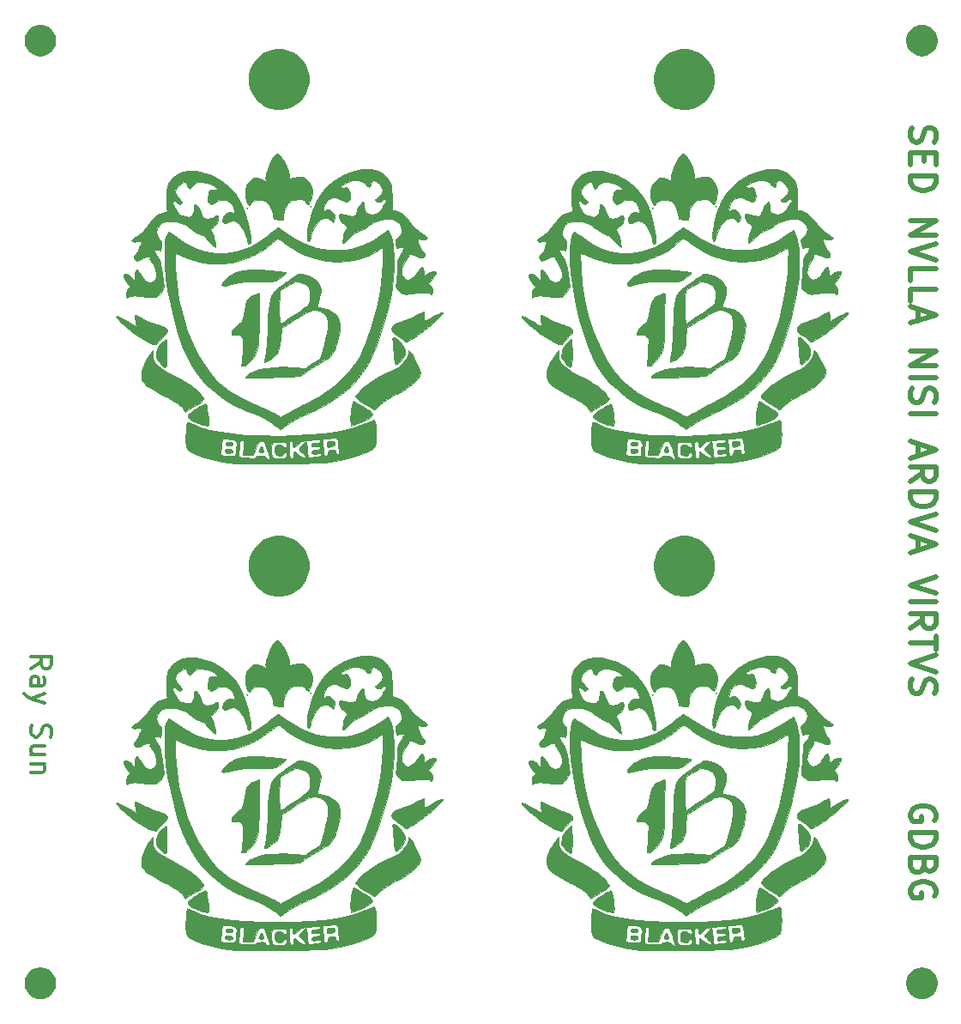
<source format=gts>
%MOIN*%
%OFA0B0*%
%FSLAX46Y46*%
%IPPOS*%
%LPD*%
%ADD10C,0.00039370078740157485*%
%ADD11C,0.0039370078740157488*%
%ADD22C,0.011811023622047244*%
%ADD23C,0.0039370078740157488*%
%ADD24C,0.00039370078740157485*%
%ADD25C,0.0039370078740157488*%
%ADD26C,0.00039370078740157485*%
%ADD27C,0.0039370078740157488*%
%ADD28C,0.00039370078740157485*%
%ADD29C,0.0039370078740157488*%
%ADD30C,0.01968503937007874*%
%ADD31C,0.0039370078740157488*%
D10*
G36*
X0001435385Y0000434089D02*
G01*
X0001438046Y0000426308D01*
X0001439911Y0000413918D01*
X0001440992Y0000398483D01*
X0001441304Y0000381567D01*
X0001440858Y0000364732D01*
X0001439668Y0000349542D01*
X0001437746Y0000337559D01*
X0001435105Y0000330348D01*
X0001434527Y0000329651D01*
X0001427283Y0000324471D01*
X0001415253Y0000317935D01*
X0001399994Y0000310747D01*
X0001383060Y0000303613D01*
X0001366008Y0000297235D01*
X0001354935Y0000293627D01*
X0001301634Y0000280400D01*
X0001243374Y0000271340D01*
X0001243293Y0000271331D01*
X0001231912Y0000270418D01*
X0001214828Y0000269574D01*
X0001192956Y0000268808D01*
X0001167212Y0000268128D01*
X0001138511Y0000267541D01*
X0001107768Y0000267056D01*
X0001075899Y0000266681D01*
X0001043819Y0000266425D01*
X0001012443Y0000266295D01*
X0000982688Y0000266299D01*
X0000955468Y0000266447D01*
X0000931698Y0000266745D01*
X0000912295Y0000267202D01*
X0000898173Y0000267826D01*
X0000893293Y0000268212D01*
X0000844971Y0000274447D01*
X0000802257Y0000282748D01*
X0000765395Y0000293055D01*
X0000748518Y0000299776D01*
X0000836725Y0000299776D01*
X0000853343Y0000297800D01*
X0000870164Y0000296032D01*
X0000881654Y0000295502D01*
X0000889042Y0000296268D01*
X0000893558Y0000298390D01*
X0000894987Y0000299808D01*
X0000895503Y0000301291D01*
X0000908672Y0000301291D01*
X0000908701Y0000294435D01*
X0000908962Y0000292997D01*
X0000912647Y0000292208D01*
X0000921464Y0000291172D01*
X0000933892Y0000290054D01*
X0000942092Y0000289436D01*
X0000957084Y0000288521D01*
X0000966728Y0000288401D01*
X0000972311Y0000289198D01*
X0000975117Y0000291035D01*
X0000975991Y0000292655D01*
X0000980104Y0000295966D01*
X0000987895Y0000297923D01*
X0000997112Y0000298480D01*
X0001005505Y0000297590D01*
X0001010823Y0000295206D01*
X0001011627Y0000293387D01*
X0001014622Y0000287844D01*
X0001023446Y0000285200D01*
X0001025700Y0000285040D01*
X0001028165Y0000285584D01*
X0001028894Y0000288266D01*
X0001027709Y0000294210D01*
X0001024435Y0000304541D01*
X0001021173Y0000313943D01*
X0001019062Y0000319854D01*
X0001034960Y0000319854D01*
X0001034960Y0000319848D01*
X0001035195Y0000306762D01*
X0001036189Y0000298582D01*
X0001038380Y0000293553D01*
X0001042205Y0000289922D01*
X0001042460Y0000289736D01*
X0001049837Y0000286988D01*
X0001060818Y0000285611D01*
X0001072962Y0000285589D01*
X0001083827Y0000286905D01*
X0001090969Y0000289543D01*
X0001091581Y0000290064D01*
X0001094417Y0000295655D01*
X0001095698Y0000301503D01*
X0001094214Y0000308171D01*
X0001089554Y0000311278D01*
X0001084192Y0000310256D01*
X0001080707Y0000304951D01*
X0001078045Y0000300343D01*
X0001072013Y0000298383D01*
X0001065629Y0000298110D01*
X0001055127Y0000299391D01*
X0001050333Y0000303341D01*
X0001050317Y0000303382D01*
X0001048560Y0000312139D01*
X0001048467Y0000322702D01*
X0001049872Y0000332189D01*
X0001052293Y0000337443D01*
X0001059945Y0000341088D01*
X0001069332Y0000340821D01*
X0001077225Y0000336962D01*
X0001079067Y0000334776D01*
X0001084783Y0000329185D01*
X0001090565Y0000328374D01*
X0001094401Y0000332217D01*
X0001094960Y0000335776D01*
X0001094680Y0000337191D01*
X0001104127Y0000337191D01*
X0001104534Y0000323121D01*
X0001105162Y0000309537D01*
X0001105957Y0000298552D01*
X0001106785Y0000291823D01*
X0001107135Y0000290621D01*
X0001111363Y0000288522D01*
X0001115157Y0000288110D01*
X0001119404Y0000289300D01*
X0001121278Y0000294013D01*
X0001121627Y0000301443D01*
X0001122076Y0000309796D01*
X0001123197Y0000314438D01*
X0001123650Y0000314776D01*
X0001127109Y0000312853D01*
X0001134145Y0000307832D01*
X0001142418Y0000301443D01*
X0001152141Y0000293837D01*
X0001158229Y0000289786D01*
X0001162225Y0000288647D01*
X0001165672Y0000289776D01*
X0001167598Y0000290943D01*
X0001168639Y0000293905D01*
X0001165141Y0000299267D01*
X0001156765Y0000307627D01*
X0001148828Y0000315245D01*
X0001143347Y0000321086D01*
X0001141627Y0000323608D01*
X0001143690Y0000327017D01*
X0001148836Y0000333438D01*
X0001155502Y0000341103D01*
X0001162125Y0000348242D01*
X0001167142Y0000353087D01*
X0001168588Y0000354109D01*
X0001170344Y0000351676D01*
X0001172161Y0000343745D01*
X0001173857Y0000331483D01*
X0001175254Y0000316055D01*
X0001175796Y0000307279D01*
X0001176566Y0000297731D01*
X0001178385Y0000293084D01*
X0001182499Y0000291577D01*
X0001186995Y0000291446D01*
X0001203293Y0000292172D01*
X0001216368Y0000294185D01*
X0001225081Y0000297220D01*
X0001228297Y0000301011D01*
X0001228298Y0000301063D01*
X0001227182Y0000304123D01*
X0001222853Y0000305497D01*
X0001213853Y0000305515D01*
X0001209690Y0000305285D01*
X0001199145Y0000304799D01*
X0001193731Y0000305420D01*
X0001191932Y0000307724D01*
X0001192186Y0000311952D01*
X0001193767Y0000316816D01*
X0001197942Y0000319383D01*
X0001206552Y0000320612D01*
X0001209127Y0000320792D01*
X0001218943Y0000321899D01*
X0001223691Y0000324062D01*
X0001224959Y0000328022D01*
X0001224960Y0000328185D01*
X0001224125Y0000331900D01*
X0001220553Y0000333667D01*
X0001212645Y0000334004D01*
X0001207460Y0000333836D01*
X0001197202Y0000333698D01*
X0001191959Y0000334754D01*
X0001190115Y0000337555D01*
X0001189960Y0000339776D01*
X0001190912Y0000343777D01*
X0001194826Y0000346012D01*
X0001203283Y0000347176D01*
X0001207460Y0000347451D01*
X0001217813Y0000348407D01*
X0001223087Y0000350198D01*
X0001224868Y0000353521D01*
X0001224960Y0000355152D01*
X0001224654Y0000357356D01*
X0001233175Y0000357356D01*
X0001233757Y0000349038D01*
X0001234832Y0000337738D01*
X0001236203Y0000325267D01*
X0001237671Y0000313437D01*
X0001239038Y0000304061D01*
X0001240024Y0000299202D01*
X0001243701Y0000296772D01*
X0001247904Y0000297042D01*
X0001253535Y0000301466D01*
X0001255608Y0000309283D01*
X0001256998Y0000316267D01*
X0001260753Y0000319501D01*
X0001269008Y0000320800D01*
X0001269169Y0000320813D01*
X0001277498Y0000321001D01*
X0001281534Y0000318724D01*
X0001283575Y0000312515D01*
X0001283787Y0000311474D01*
X0001286280Y0000304159D01*
X0001290610Y0000301955D01*
X0001292911Y0000302114D01*
X0001298051Y0000305675D01*
X0001299181Y0000313578D01*
X0001296146Y0000324727D01*
X0001296126Y0000324776D01*
X0001294853Y0000331538D01*
X0001294747Y0000340533D01*
X0001294087Y0000354529D01*
X0001289842Y0000363033D01*
X0001284878Y0000365764D01*
X0001279136Y0000366133D01*
X0001269451Y0000365766D01*
X0001257926Y0000364864D01*
X0001246665Y0000363625D01*
X0001237770Y0000362247D01*
X0001233343Y0000360931D01*
X0001233285Y0000360879D01*
X0001233175Y0000357356D01*
X0001224654Y0000357356D01*
X0001224486Y0000358564D01*
X0001222125Y0000360373D01*
X0001216471Y0000360852D01*
X0001206114Y0000360274D01*
X0001200793Y0000359846D01*
X0001181390Y0000358181D01*
X0001167377Y0000356666D01*
X0001157501Y0000354933D01*
X0001150505Y0000352614D01*
X0001145135Y0000349339D01*
X0001140136Y0000344738D01*
X0001136594Y0000340974D01*
X0001128129Y0000333060D01*
X0001122530Y0000331066D01*
X0001119402Y0000335098D01*
X0001118349Y0000345261D01*
X0001118345Y0000345842D01*
X0001117403Y0000352532D01*
X0001113654Y0000354406D01*
X0001110889Y0000354175D01*
X0001107392Y0000353315D01*
X0001105280Y0000351082D01*
X0001104282Y0000346149D01*
X0001104127Y0000337191D01*
X0001094680Y0000337191D01*
X0001093374Y0000343794D01*
X0001087960Y0000348692D01*
X0001077737Y0000351030D01*
X0001067408Y0000351443D01*
X0001052489Y0000350968D01*
X0001042999Y0000348754D01*
X0001037723Y0000343618D01*
X0001035449Y0000334379D01*
X0001034960Y0000319854D01*
X0001019062Y0000319854D01*
X0001015212Y0000330633D01*
X0001010752Y0000342022D01*
X0001007147Y0000349121D01*
X0001003753Y0000352939D01*
X0000999923Y0000354487D01*
X0000995090Y0000354776D01*
X0000990222Y0000354298D01*
X0000986445Y0000352053D01*
X0000982820Y0000346821D01*
X0000978410Y0000337385D01*
X0000974552Y0000328110D01*
X0000963649Y0000301443D01*
X0000923977Y0000301443D01*
X0000926155Y0000329776D01*
X0000927144Y0000343479D01*
X0000927348Y0000351850D01*
X0000926500Y0000356202D01*
X0000924332Y0000357851D01*
X0000920575Y0000358110D01*
X0000920376Y0000358110D01*
X0000916675Y0000357772D01*
X0000914213Y0000355935D01*
X0000912588Y0000351359D01*
X0000911398Y0000342809D01*
X0000910242Y0000329045D01*
X0000910028Y0000326216D01*
X0000909131Y0000312390D01*
X0000908672Y0000301291D01*
X0000895503Y0000301291D01*
X0000897601Y0000307320D01*
X0000897379Y0000318141D01*
X0000896934Y0000326951D01*
X0000898011Y0000332607D01*
X0000898611Y0000333306D01*
X0000901426Y0000338443D01*
X0000900894Y0000346234D01*
X0000897411Y0000353816D01*
X0000895457Y0000355993D01*
X0000888110Y0000359703D01*
X0000875592Y0000361807D01*
X0000866354Y0000362343D01*
X0000843421Y0000363110D01*
X0000841086Y0000344776D01*
X0000839517Y0000331423D01*
X0000838182Y0000318313D01*
X0000837738Y0000313110D01*
X0000836725Y0000299776D01*
X0000748518Y0000299776D01*
X0000734625Y0000305310D01*
X0000727464Y0000308907D01*
X0000717561Y0000314804D01*
X0000710420Y0000321188D01*
X0000705691Y0000329166D01*
X0000703026Y0000339848D01*
X0000702077Y0000354343D01*
X0000702495Y0000373760D01*
X0000703146Y0000386320D01*
X0000704153Y0000402004D01*
X0000705192Y0000415190D01*
X0000706141Y0000424491D01*
X0000706875Y0000428511D01*
X0000710295Y0000428232D01*
X0000718049Y0000425390D01*
X0000728589Y0000420570D01*
X0000730799Y0000419469D01*
X0000759624Y0000407464D01*
X0000794777Y0000397342D01*
X0000836188Y0000389115D01*
X0000883787Y0000382795D01*
X0000937504Y0000378391D01*
X0000996627Y0000375933D01*
X0001063073Y0000375256D01*
X0001125636Y0000376518D01*
X0001183956Y0000379677D01*
X0001237676Y0000384689D01*
X0001286435Y0000391510D01*
X0001329875Y0000400099D01*
X0001367637Y0000410412D01*
X0001399362Y0000422406D01*
X0001404679Y0000424872D01*
X0001418749Y0000431323D01*
X0001427976Y0000434735D01*
X0001433295Y0000435391D01*
X0001435385Y0000434089D01*
G37*
X0001435385Y0000434089D02*
X0001438046Y0000426308D01*
X0001439911Y0000413918D01*
X0001440992Y0000398483D01*
X0001441304Y0000381567D01*
X0001440858Y0000364732D01*
X0001439668Y0000349542D01*
X0001437746Y0000337559D01*
X0001435105Y0000330348D01*
X0001434527Y0000329651D01*
X0001427283Y0000324471D01*
X0001415253Y0000317935D01*
X0001399994Y0000310747D01*
X0001383060Y0000303613D01*
X0001366008Y0000297235D01*
X0001354935Y0000293627D01*
X0001301634Y0000280400D01*
X0001243374Y0000271340D01*
X0001243293Y0000271331D01*
X0001231912Y0000270418D01*
X0001214828Y0000269574D01*
X0001192956Y0000268808D01*
X0001167212Y0000268128D01*
X0001138511Y0000267541D01*
X0001107768Y0000267056D01*
X0001075899Y0000266681D01*
X0001043819Y0000266425D01*
X0001012443Y0000266295D01*
X0000982688Y0000266299D01*
X0000955468Y0000266447D01*
X0000931698Y0000266745D01*
X0000912295Y0000267202D01*
X0000898173Y0000267826D01*
X0000893293Y0000268212D01*
X0000844971Y0000274447D01*
X0000802257Y0000282748D01*
X0000765395Y0000293055D01*
X0000748518Y0000299776D01*
X0000836725Y0000299776D01*
X0000853343Y0000297800D01*
X0000870164Y0000296032D01*
X0000881654Y0000295502D01*
X0000889042Y0000296268D01*
X0000893558Y0000298390D01*
X0000894987Y0000299808D01*
X0000895503Y0000301291D01*
X0000908672Y0000301291D01*
X0000908701Y0000294435D01*
X0000908962Y0000292997D01*
X0000912647Y0000292208D01*
X0000921464Y0000291172D01*
X0000933892Y0000290054D01*
X0000942092Y0000289436D01*
X0000957084Y0000288521D01*
X0000966728Y0000288401D01*
X0000972311Y0000289198D01*
X0000975117Y0000291035D01*
X0000975991Y0000292655D01*
X0000980104Y0000295966D01*
X0000987895Y0000297923D01*
X0000997112Y0000298480D01*
X0001005505Y0000297590D01*
X0001010823Y0000295206D01*
X0001011627Y0000293387D01*
X0001014622Y0000287844D01*
X0001023446Y0000285200D01*
X0001025700Y0000285040D01*
X0001028165Y0000285584D01*
X0001028894Y0000288266D01*
X0001027709Y0000294210D01*
X0001024435Y0000304541D01*
X0001021173Y0000313943D01*
X0001019062Y0000319854D01*
X0001034960Y0000319854D01*
X0001034960Y0000319848D01*
X0001035195Y0000306762D01*
X0001036189Y0000298582D01*
X0001038380Y0000293553D01*
X0001042205Y0000289922D01*
X0001042460Y0000289736D01*
X0001049837Y0000286988D01*
X0001060818Y0000285611D01*
X0001072962Y0000285589D01*
X0001083827Y0000286905D01*
X0001090969Y0000289543D01*
X0001091581Y0000290064D01*
X0001094417Y0000295655D01*
X0001095698Y0000301503D01*
X0001094214Y0000308171D01*
X0001089554Y0000311278D01*
X0001084192Y0000310256D01*
X0001080707Y0000304951D01*
X0001078045Y0000300343D01*
X0001072013Y0000298383D01*
X0001065629Y0000298110D01*
X0001055127Y0000299391D01*
X0001050333Y0000303341D01*
X0001050317Y0000303382D01*
X0001048560Y0000312139D01*
X0001048467Y0000322702D01*
X0001049872Y0000332189D01*
X0001052293Y0000337443D01*
X0001059945Y0000341088D01*
X0001069332Y0000340821D01*
X0001077225Y0000336962D01*
X0001079067Y0000334776D01*
X0001084783Y0000329185D01*
X0001090565Y0000328374D01*
X0001094401Y0000332217D01*
X0001094960Y0000335776D01*
X0001094680Y0000337191D01*
X0001104127Y0000337191D01*
X0001104534Y0000323121D01*
X0001105162Y0000309537D01*
X0001105957Y0000298552D01*
X0001106785Y0000291823D01*
X0001107135Y0000290621D01*
X0001111363Y0000288522D01*
X0001115157Y0000288110D01*
X0001119404Y0000289300D01*
X0001121278Y0000294013D01*
X0001121627Y0000301443D01*
X0001122076Y0000309796D01*
X0001123197Y0000314438D01*
X0001123650Y0000314776D01*
X0001127109Y0000312853D01*
X0001134145Y0000307832D01*
X0001142418Y0000301443D01*
X0001152141Y0000293837D01*
X0001158229Y0000289786D01*
X0001162225Y0000288647D01*
X0001165672Y0000289776D01*
X0001167598Y0000290943D01*
X0001168639Y0000293905D01*
X0001165141Y0000299267D01*
X0001156765Y0000307627D01*
X0001148828Y0000315245D01*
X0001143347Y0000321086D01*
X0001141627Y0000323608D01*
X0001143690Y0000327017D01*
X0001148836Y0000333438D01*
X0001155502Y0000341103D01*
X0001162125Y0000348242D01*
X0001167142Y0000353087D01*
X0001168588Y0000354109D01*
X0001170344Y0000351676D01*
X0001172161Y0000343745D01*
X0001173857Y0000331483D01*
X0001175254Y0000316055D01*
X0001175796Y0000307279D01*
X0001176566Y0000297731D01*
X0001178385Y0000293084D01*
X0001182499Y0000291577D01*
X0001186995Y0000291446D01*
X0001203293Y0000292172D01*
X0001216368Y0000294185D01*
X0001225081Y0000297220D01*
X0001228297Y0000301011D01*
X0001228298Y0000301063D01*
X0001227182Y0000304123D01*
X0001222853Y0000305497D01*
X0001213853Y0000305515D01*
X0001209690Y0000305285D01*
X0001199145Y0000304799D01*
X0001193731Y0000305420D01*
X0001191932Y0000307724D01*
X0001192186Y0000311952D01*
X0001193767Y0000316816D01*
X0001197942Y0000319383D01*
X0001206552Y0000320612D01*
X0001209127Y0000320792D01*
X0001218943Y0000321899D01*
X0001223691Y0000324062D01*
X0001224959Y0000328022D01*
X0001224960Y0000328185D01*
X0001224125Y0000331900D01*
X0001220553Y0000333667D01*
X0001212645Y0000334004D01*
X0001207460Y0000333836D01*
X0001197202Y0000333698D01*
X0001191959Y0000334754D01*
X0001190115Y0000337555D01*
X0001189960Y0000339776D01*
X0001190912Y0000343777D01*
X0001194826Y0000346012D01*
X0001203283Y0000347176D01*
X0001207460Y0000347451D01*
X0001217813Y0000348407D01*
X0001223087Y0000350198D01*
X0001224868Y0000353521D01*
X0001224960Y0000355152D01*
X0001224654Y0000357356D01*
X0001233175Y0000357356D01*
X0001233757Y0000349038D01*
X0001234832Y0000337738D01*
X0001236203Y0000325267D01*
X0001237671Y0000313437D01*
X0001239038Y0000304061D01*
X0001240024Y0000299202D01*
X0001243701Y0000296772D01*
X0001247904Y0000297042D01*
X0001253535Y0000301466D01*
X0001255608Y0000309283D01*
X0001256998Y0000316267D01*
X0001260753Y0000319501D01*
X0001269008Y0000320800D01*
X0001269169Y0000320813D01*
X0001277498Y0000321001D01*
X0001281534Y0000318724D01*
X0001283575Y0000312515D01*
X0001283787Y0000311474D01*
X0001286280Y0000304159D01*
X0001290610Y0000301955D01*
X0001292911Y0000302114D01*
X0001298051Y0000305675D01*
X0001299181Y0000313578D01*
X0001296146Y0000324727D01*
X0001296126Y0000324776D01*
X0001294853Y0000331538D01*
X0001294747Y0000340533D01*
X0001294087Y0000354529D01*
X0001289842Y0000363033D01*
X0001284878Y0000365764D01*
X0001279136Y0000366133D01*
X0001269451Y0000365766D01*
X0001257926Y0000364864D01*
X0001246665Y0000363625D01*
X0001237770Y0000362247D01*
X0001233343Y0000360931D01*
X0001233285Y0000360879D01*
X0001233175Y0000357356D01*
X0001224654Y0000357356D01*
X0001224486Y0000358564D01*
X0001222125Y0000360373D01*
X0001216471Y0000360852D01*
X0001206114Y0000360274D01*
X0001200793Y0000359846D01*
X0001181390Y0000358181D01*
X0001167377Y0000356666D01*
X0001157501Y0000354933D01*
X0001150505Y0000352614D01*
X0001145135Y0000349339D01*
X0001140136Y0000344738D01*
X0001136594Y0000340974D01*
X0001128129Y0000333060D01*
X0001122530Y0000331066D01*
X0001119402Y0000335098D01*
X0001118349Y0000345261D01*
X0001118345Y0000345842D01*
X0001117403Y0000352532D01*
X0001113654Y0000354406D01*
X0001110889Y0000354175D01*
X0001107392Y0000353315D01*
X0001105280Y0000351082D01*
X0001104282Y0000346149D01*
X0001104127Y0000337191D01*
X0001094680Y0000337191D01*
X0001093374Y0000343794D01*
X0001087960Y0000348692D01*
X0001077737Y0000351030D01*
X0001067408Y0000351443D01*
X0001052489Y0000350968D01*
X0001042999Y0000348754D01*
X0001037723Y0000343618D01*
X0001035449Y0000334379D01*
X0001034960Y0000319854D01*
X0001019062Y0000319854D01*
X0001015212Y0000330633D01*
X0001010752Y0000342022D01*
X0001007147Y0000349121D01*
X0001003753Y0000352939D01*
X0000999923Y0000354487D01*
X0000995090Y0000354776D01*
X0000990222Y0000354298D01*
X0000986445Y0000352053D01*
X0000982820Y0000346821D01*
X0000978410Y0000337385D01*
X0000974552Y0000328110D01*
X0000963649Y0000301443D01*
X0000923977Y0000301443D01*
X0000926155Y0000329776D01*
X0000927144Y0000343479D01*
X0000927348Y0000351850D01*
X0000926500Y0000356202D01*
X0000924332Y0000357851D01*
X0000920575Y0000358110D01*
X0000920376Y0000358110D01*
X0000916675Y0000357772D01*
X0000914213Y0000355935D01*
X0000912588Y0000351359D01*
X0000911398Y0000342809D01*
X0000910242Y0000329045D01*
X0000910028Y0000326216D01*
X0000909131Y0000312390D01*
X0000908672Y0000301291D01*
X0000895503Y0000301291D01*
X0000897601Y0000307320D01*
X0000897379Y0000318141D01*
X0000896934Y0000326951D01*
X0000898011Y0000332607D01*
X0000898611Y0000333306D01*
X0000901426Y0000338443D01*
X0000900894Y0000346234D01*
X0000897411Y0000353816D01*
X0000895457Y0000355993D01*
X0000888110Y0000359703D01*
X0000875592Y0000361807D01*
X0000866354Y0000362343D01*
X0000843421Y0000363110D01*
X0000841086Y0000344776D01*
X0000839517Y0000331423D01*
X0000838182Y0000318313D01*
X0000837738Y0000313110D01*
X0000836725Y0000299776D01*
X0000748518Y0000299776D01*
X0000734625Y0000305310D01*
X0000727464Y0000308907D01*
X0000717561Y0000314804D01*
X0000710420Y0000321188D01*
X0000705691Y0000329166D01*
X0000703026Y0000339848D01*
X0000702077Y0000354343D01*
X0000702495Y0000373760D01*
X0000703146Y0000386320D01*
X0000704153Y0000402004D01*
X0000705192Y0000415190D01*
X0000706141Y0000424491D01*
X0000706875Y0000428511D01*
X0000710295Y0000428232D01*
X0000718049Y0000425390D01*
X0000728589Y0000420570D01*
X0000730799Y0000419469D01*
X0000759624Y0000407464D01*
X0000794777Y0000397342D01*
X0000836188Y0000389115D01*
X0000883787Y0000382795D01*
X0000937504Y0000378391D01*
X0000996627Y0000375933D01*
X0001063073Y0000375256D01*
X0001125636Y0000376518D01*
X0001183956Y0000379677D01*
X0001237676Y0000384689D01*
X0001286435Y0000391510D01*
X0001329875Y0000400099D01*
X0001367637Y0000410412D01*
X0001399362Y0000422406D01*
X0001404679Y0000424872D01*
X0001418749Y0000431323D01*
X0001427976Y0000434735D01*
X0001433295Y0000435391D01*
X0001435385Y0000434089D01*
G36*
X0001063258Y0001182943D02*
G01*
X0001070941Y0001177968D01*
X0001081650Y0001170637D01*
X0001092691Y0001162826D01*
X0001125196Y0001141748D01*
X0001159368Y0001123644D01*
X0001193122Y0001109558D01*
X0001209960Y0001104127D01*
X0001233745Y0001099216D01*
X0001261519Y0001096498D01*
X0001290987Y0001095974D01*
X0001319854Y0001097642D01*
X0001345825Y0001101504D01*
X0001356627Y0001104147D01*
X0001393177Y0001117240D01*
X0001429729Y0001135229D01*
X0001462802Y0001156197D01*
X0001488649Y0001174741D01*
X0001493931Y0001162258D01*
X0001499496Y0001147820D01*
X0001503645Y0001133541D01*
X0001506626Y0001117929D01*
X0001508687Y0001099486D01*
X0001510076Y0001076720D01*
X0001510655Y0001061443D01*
X0001510833Y0001024024D01*
X0001508796Y0000986840D01*
X0001504369Y0000948895D01*
X0001497374Y0000909193D01*
X0001487634Y0000866738D01*
X0001474971Y0000820533D01*
X0001459208Y0000769582D01*
X0001458190Y0000766443D01*
X0001445195Y0000728571D01*
X0001432431Y0000696124D01*
X0001419238Y0000667918D01*
X0001404958Y0000642770D01*
X0001388933Y0000619499D01*
X0001370504Y0000596920D01*
X0001353584Y0000578557D01*
X0001319932Y0000546568D01*
X0001284680Y0000519263D01*
X0001246257Y0000495572D01*
X0001203090Y0000474424D01*
X0001196627Y0000471626D01*
X0001166877Y0000458159D01*
X0001139271Y0000444171D01*
X0001115069Y0000430353D01*
X0001095527Y0000417395D01*
X0001089399Y0000412691D01*
X0001080786Y0000406372D01*
X0001073752Y0000402354D01*
X0001071066Y0000401579D01*
X0001066026Y0000403710D01*
X0001058469Y0000408933D01*
X0001054960Y0000411818D01*
X0001038924Y0000423986D01*
X0001018492Y0000436388D01*
X0000993066Y0000449339D01*
X0000962051Y0000463152D01*
X0000941552Y0000471568D01*
X0000910270Y0000484757D01*
X0000883672Y0000497639D01*
X0000859926Y0000511317D01*
X0000837199Y0000526892D01*
X0000813658Y0000545463D01*
X0000801858Y0000555483D01*
X0000774446Y0000581877D01*
X0000749563Y0000611645D01*
X0000727032Y0000645190D01*
X0000706676Y0000682919D01*
X0000688317Y0000725235D01*
X0000671777Y0000772545D01*
X0000656878Y0000825252D01*
X0000643443Y0000883762D01*
X0000632504Y0000941443D01*
X0000628202Y0000966735D01*
X0000625011Y0000987179D01*
X0000622768Y0001004471D01*
X0000621309Y0001020309D01*
X0000620472Y0001036387D01*
X0000620092Y0001054402D01*
X0000620010Y0001071443D01*
X0000620072Y0001085276D01*
X0000660645Y0001085276D01*
X0000662589Y0001027526D01*
X0000666962Y0000964617D01*
X0000675953Y0000904187D01*
X0000689895Y0000844751D01*
X0000709124Y0000784827D01*
X0000728154Y0000736443D01*
X0000748209Y0000693160D01*
X0000769562Y0000655487D01*
X0000792898Y0000622393D01*
X0000818902Y0000592849D01*
X0000832194Y0000579939D01*
X0000848783Y0000565311D01*
X0000865363Y0000552406D01*
X0000883086Y0000540535D01*
X0000903107Y0000529010D01*
X0000926577Y0000517144D01*
X0000954650Y0000504248D01*
X0000970974Y0000497111D01*
X0000991834Y0000487967D01*
X0001011584Y0000479051D01*
X0001029057Y0000470910D01*
X0001043085Y0000464091D01*
X0001052501Y0000459141D01*
X0001054308Y0000458067D01*
X0001063131Y0000452656D01*
X0001069399Y0000449059D01*
X0001071324Y0000448173D01*
X0001074571Y0000449658D01*
X0001082632Y0000453797D01*
X0001094472Y0000460044D01*
X0001109056Y0000467858D01*
X0001117991Y0000472690D01*
X0001136111Y0000482430D01*
X0001154451Y0000492129D01*
X0001171172Y0000500825D01*
X0001184436Y0000507556D01*
X0001187433Y0000509032D01*
X0001220957Y0000527504D01*
X0001254276Y0000549856D01*
X0001286320Y0000575122D01*
X0001316019Y0000602335D01*
X0001342305Y0000630527D01*
X0001364108Y0000658732D01*
X0001377936Y0000681277D01*
X0001384095Y0000694177D01*
X0001391629Y0000712053D01*
X0001400014Y0000733492D01*
X0001408727Y0000757080D01*
X0001417246Y0000781403D01*
X0001425047Y0000805047D01*
X0001431349Y0000825699D01*
X0001444320Y0000873984D01*
X0001454078Y0000918739D01*
X0001460971Y0000962071D01*
X0001465346Y0001006086D01*
X0001467290Y0001043943D01*
X0001467814Y0001063243D01*
X0001468062Y0001080019D01*
X0001468035Y0001093228D01*
X0001467735Y0001101827D01*
X0001467188Y0001104776D01*
X0001463506Y0001103108D01*
X0001455933Y0001098748D01*
X0001446698Y0001093012D01*
X0001411167Y0001074144D01*
X0001372564Y0001060689D01*
X0001331798Y0001052715D01*
X0001289779Y0001050288D01*
X0001247417Y0001053473D01*
X0001205622Y0001062339D01*
X0001174391Y0001073080D01*
X0001148836Y0001085065D01*
X0001121629Y0001100599D01*
X0001095405Y0001118129D01*
X0001085865Y0001125287D01*
X0001075606Y0001132922D01*
X0001067109Y0001138610D01*
X0001061910Y0001141340D01*
X0001061355Y0001141443D01*
X0001057157Y0001139343D01*
X0001049723Y0001133831D01*
X0001040643Y0001126091D01*
X0001040450Y0001125916D01*
X0001005643Y0001098617D01*
X0000967534Y0001076396D01*
X0000926998Y0001059544D01*
X0000884914Y0001048351D01*
X0000842158Y0001043109D01*
X0000799608Y0001044109D01*
X0000795304Y0001044575D01*
X0000769563Y0001048299D01*
X0000745563Y0001053510D01*
X0000721325Y0001060778D01*
X0000694868Y0001070675D01*
X0000673636Y0001079616D01*
X0000660645Y0001085276D01*
X0000620072Y0001085276D01*
X0000620111Y0001094130D01*
X0000620525Y0001111381D01*
X0000621350Y0001124421D01*
X0000622682Y0001134477D01*
X0000624619Y0001142776D01*
X0000626048Y0001147237D01*
X0000629920Y0001157213D01*
X0000633421Y0001164351D01*
X0000635115Y0001166539D01*
X0000638953Y0001165496D01*
X0000646490Y0001161090D01*
X0000656276Y0001154193D01*
X0000659027Y0001152088D01*
X0000698012Y0001125209D01*
X0000737411Y0001104883D01*
X0000777112Y0001091128D01*
X0000817003Y0001083959D01*
X0000856972Y0001083395D01*
X0000896909Y0001089451D01*
X0000936702Y0001102145D01*
X0000950599Y0001108170D01*
X0000984239Y0001125758D01*
X0001013601Y0001145665D01*
X0001036986Y0001165610D01*
X0001046600Y0001174363D01*
X0001054397Y0001181018D01*
X0001059103Y0001184504D01*
X0001059782Y0001184776D01*
X0001063258Y0001182943D01*
G37*
X0001063258Y0001182943D02*
X0001070941Y0001177968D01*
X0001081650Y0001170637D01*
X0001092691Y0001162826D01*
X0001125196Y0001141748D01*
X0001159368Y0001123644D01*
X0001193122Y0001109558D01*
X0001209960Y0001104127D01*
X0001233745Y0001099216D01*
X0001261519Y0001096498D01*
X0001290987Y0001095974D01*
X0001319854Y0001097642D01*
X0001345825Y0001101504D01*
X0001356627Y0001104147D01*
X0001393177Y0001117240D01*
X0001429729Y0001135229D01*
X0001462802Y0001156197D01*
X0001488649Y0001174741D01*
X0001493931Y0001162258D01*
X0001499496Y0001147820D01*
X0001503645Y0001133541D01*
X0001506626Y0001117929D01*
X0001508687Y0001099486D01*
X0001510076Y0001076720D01*
X0001510655Y0001061443D01*
X0001510833Y0001024024D01*
X0001508796Y0000986840D01*
X0001504369Y0000948895D01*
X0001497374Y0000909193D01*
X0001487634Y0000866738D01*
X0001474971Y0000820533D01*
X0001459208Y0000769582D01*
X0001458190Y0000766443D01*
X0001445195Y0000728571D01*
X0001432431Y0000696124D01*
X0001419238Y0000667918D01*
X0001404958Y0000642770D01*
X0001388933Y0000619499D01*
X0001370504Y0000596920D01*
X0001353584Y0000578557D01*
X0001319932Y0000546568D01*
X0001284680Y0000519263D01*
X0001246257Y0000495572D01*
X0001203090Y0000474424D01*
X0001196627Y0000471626D01*
X0001166877Y0000458159D01*
X0001139271Y0000444171D01*
X0001115069Y0000430353D01*
X0001095527Y0000417395D01*
X0001089399Y0000412691D01*
X0001080786Y0000406372D01*
X0001073752Y0000402354D01*
X0001071066Y0000401579D01*
X0001066026Y0000403710D01*
X0001058469Y0000408933D01*
X0001054960Y0000411818D01*
X0001038924Y0000423986D01*
X0001018492Y0000436388D01*
X0000993066Y0000449339D01*
X0000962051Y0000463152D01*
X0000941552Y0000471568D01*
X0000910270Y0000484757D01*
X0000883672Y0000497639D01*
X0000859926Y0000511317D01*
X0000837199Y0000526892D01*
X0000813658Y0000545463D01*
X0000801858Y0000555483D01*
X0000774446Y0000581877D01*
X0000749563Y0000611645D01*
X0000727032Y0000645190D01*
X0000706676Y0000682919D01*
X0000688317Y0000725235D01*
X0000671777Y0000772545D01*
X0000656878Y0000825252D01*
X0000643443Y0000883762D01*
X0000632504Y0000941443D01*
X0000628202Y0000966735D01*
X0000625011Y0000987179D01*
X0000622768Y0001004471D01*
X0000621309Y0001020309D01*
X0000620472Y0001036387D01*
X0000620092Y0001054402D01*
X0000620010Y0001071443D01*
X0000620072Y0001085276D01*
X0000660645Y0001085276D01*
X0000662589Y0001027526D01*
X0000666962Y0000964617D01*
X0000675953Y0000904187D01*
X0000689895Y0000844751D01*
X0000709124Y0000784827D01*
X0000728154Y0000736443D01*
X0000748209Y0000693160D01*
X0000769562Y0000655487D01*
X0000792898Y0000622393D01*
X0000818902Y0000592849D01*
X0000832194Y0000579939D01*
X0000848783Y0000565311D01*
X0000865363Y0000552406D01*
X0000883086Y0000540535D01*
X0000903107Y0000529010D01*
X0000926577Y0000517144D01*
X0000954650Y0000504248D01*
X0000970974Y0000497111D01*
X0000991834Y0000487967D01*
X0001011584Y0000479051D01*
X0001029057Y0000470910D01*
X0001043085Y0000464091D01*
X0001052501Y0000459141D01*
X0001054308Y0000458067D01*
X0001063131Y0000452656D01*
X0001069399Y0000449059D01*
X0001071324Y0000448173D01*
X0001074571Y0000449658D01*
X0001082632Y0000453797D01*
X0001094472Y0000460044D01*
X0001109056Y0000467858D01*
X0001117991Y0000472690D01*
X0001136111Y0000482430D01*
X0001154451Y0000492129D01*
X0001171172Y0000500825D01*
X0001184436Y0000507556D01*
X0001187433Y0000509032D01*
X0001220957Y0000527504D01*
X0001254276Y0000549856D01*
X0001286320Y0000575122D01*
X0001316019Y0000602335D01*
X0001342305Y0000630527D01*
X0001364108Y0000658732D01*
X0001377936Y0000681277D01*
X0001384095Y0000694177D01*
X0001391629Y0000712053D01*
X0001400014Y0000733492D01*
X0001408727Y0000757080D01*
X0001417246Y0000781403D01*
X0001425047Y0000805047D01*
X0001431349Y0000825699D01*
X0001444320Y0000873984D01*
X0001454078Y0000918739D01*
X0001460971Y0000962071D01*
X0001465346Y0001006086D01*
X0001467290Y0001043943D01*
X0001467814Y0001063243D01*
X0001468062Y0001080019D01*
X0001468035Y0001093228D01*
X0001467735Y0001101827D01*
X0001467188Y0001104776D01*
X0001463506Y0001103108D01*
X0001455933Y0001098748D01*
X0001446698Y0001093012D01*
X0001411167Y0001074144D01*
X0001372564Y0001060689D01*
X0001331798Y0001052715D01*
X0001289779Y0001050288D01*
X0001247417Y0001053473D01*
X0001205622Y0001062339D01*
X0001174391Y0001073080D01*
X0001148836Y0001085065D01*
X0001121629Y0001100599D01*
X0001095405Y0001118129D01*
X0001085865Y0001125287D01*
X0001075606Y0001132922D01*
X0001067109Y0001138610D01*
X0001061910Y0001141340D01*
X0001061355Y0001141443D01*
X0001057157Y0001139343D01*
X0001049723Y0001133831D01*
X0001040643Y0001126091D01*
X0001040450Y0001125916D01*
X0001005643Y0001098617D01*
X0000967534Y0001076396D01*
X0000926998Y0001059544D01*
X0000884914Y0001048351D01*
X0000842158Y0001043109D01*
X0000799608Y0001044109D01*
X0000795304Y0001044575D01*
X0000769563Y0001048299D01*
X0000745563Y0001053510D01*
X0000721325Y0001060778D01*
X0000694868Y0001070675D01*
X0000673636Y0001079616D01*
X0000660645Y0001085276D01*
X0000620072Y0001085276D01*
X0000620111Y0001094130D01*
X0000620525Y0001111381D01*
X0000621350Y0001124421D01*
X0000622682Y0001134477D01*
X0000624619Y0001142776D01*
X0000626048Y0001147237D01*
X0000629920Y0001157213D01*
X0000633421Y0001164351D01*
X0000635115Y0001166539D01*
X0000638953Y0001165496D01*
X0000646490Y0001161090D01*
X0000656276Y0001154193D01*
X0000659027Y0001152088D01*
X0000698012Y0001125209D01*
X0000737411Y0001104883D01*
X0000777112Y0001091128D01*
X0000817003Y0001083959D01*
X0000856972Y0001083395D01*
X0000896909Y0001089451D01*
X0000936702Y0001102145D01*
X0000950599Y0001108170D01*
X0000984239Y0001125758D01*
X0001013601Y0001145665D01*
X0001036986Y0001165610D01*
X0001046600Y0001174363D01*
X0001054397Y0001181018D01*
X0001059103Y0001184504D01*
X0001059782Y0001184776D01*
X0001063258Y0001182943D01*
G36*
X0000779897Y0000496667D02*
G01*
X0000782859Y0000488709D01*
X0000785751Y0000476602D01*
X0000788286Y0000461595D01*
X0000790180Y0000444938D01*
X0000790523Y0000440610D01*
X0000791501Y0000425807D01*
X0000791221Y0000416775D01*
X0000788747Y0000412627D01*
X0000783144Y0000412474D01*
X0000773478Y0000415429D01*
X0000766588Y0000417880D01*
X0000750734Y0000424127D01*
X0000735416Y0000431200D01*
X0000722585Y0000438131D01*
X0000714344Y0000443818D01*
X0000710747Y0000449520D01*
X0000712363Y0000456133D01*
X0000719482Y0000464011D01*
X0000732394Y0000473506D01*
X0000745175Y0000481387D01*
X0000757725Y0000488668D01*
X0000768140Y0000494550D01*
X0000775082Y0000498288D01*
X0000777148Y0000499226D01*
X0000779897Y0000496667D01*
G37*
X0000779897Y0000496667D02*
X0000782859Y0000488709D01*
X0000785751Y0000476602D01*
X0000788286Y0000461595D01*
X0000790180Y0000444938D01*
X0000790523Y0000440610D01*
X0000791501Y0000425807D01*
X0000791221Y0000416775D01*
X0000788747Y0000412627D01*
X0000783144Y0000412474D01*
X0000773478Y0000415429D01*
X0000766588Y0000417880D01*
X0000750734Y0000424127D01*
X0000735416Y0000431200D01*
X0000722585Y0000438131D01*
X0000714344Y0000443818D01*
X0000710747Y0000449520D01*
X0000712363Y0000456133D01*
X0000719482Y0000464011D01*
X0000732394Y0000473506D01*
X0000745175Y0000481387D01*
X0000757725Y0000488668D01*
X0000768140Y0000494550D01*
X0000775082Y0000498288D01*
X0000777148Y0000499226D01*
X0000779897Y0000496667D01*
G36*
X0001375460Y0000498596D02*
G01*
X0001393877Y0000487185D01*
X0001407346Y0000478592D01*
X0001416648Y0000472227D01*
X0001422567Y0000467500D01*
X0001425883Y0000463820D01*
X0001427379Y0000460599D01*
X0001427658Y0000459200D01*
X0001425296Y0000452585D01*
X0001416697Y0000445087D01*
X0001402201Y0000436917D01*
X0001382148Y0000428284D01*
X0001370971Y0000424152D01*
X0001345037Y0000414975D01*
X0001342802Y0000423883D01*
X0001342115Y0000432072D01*
X0001342544Y0000444751D01*
X0001343857Y0000459881D01*
X0001345821Y0000475421D01*
X0001348204Y0000489332D01*
X0001350774Y0000499575D01*
X0001351681Y0000501929D01*
X0001355714Y0000510748D01*
X0001375460Y0000498596D01*
G37*
X0001375460Y0000498596D02*
X0001393877Y0000487185D01*
X0001407346Y0000478592D01*
X0001416648Y0000472227D01*
X0001422567Y0000467500D01*
X0001425883Y0000463820D01*
X0001427379Y0000460599D01*
X0001427658Y0000459200D01*
X0001425296Y0000452585D01*
X0001416697Y0000445087D01*
X0001402201Y0000436917D01*
X0001382148Y0000428284D01*
X0001370971Y0000424152D01*
X0001345037Y0000414975D01*
X0001342802Y0000423883D01*
X0001342115Y0000432072D01*
X0001342544Y0000444751D01*
X0001343857Y0000459881D01*
X0001345821Y0000475421D01*
X0001348204Y0000489332D01*
X0001350774Y0000499575D01*
X0001351681Y0000501929D01*
X0001355714Y0000510748D01*
X0001375460Y0000498596D01*
G36*
X0000574944Y0000690444D02*
G01*
X0000575881Y0000678210D01*
X0000579086Y0000667350D01*
X0000585186Y0000657240D01*
X0000594810Y0000647254D01*
X0000608585Y0000636765D01*
X0000627140Y0000625147D01*
X0000651103Y0000611775D01*
X0000657110Y0000608563D01*
X0000674644Y0000599096D01*
X0000691562Y0000589699D01*
X0000706305Y0000581255D01*
X0000717314Y0000574648D01*
X0000720318Y0000572721D01*
X0000732173Y0000563891D01*
X0000744234Y0000553294D01*
X0000755349Y0000542150D01*
X0000764365Y0000531676D01*
X0000770129Y0000523090D01*
X0000771627Y0000518514D01*
X0000768692Y0000512425D01*
X0000759715Y0000504943D01*
X0000753236Y0000500815D01*
X0000739839Y0000492652D01*
X0000725519Y0000483745D01*
X0000717945Y0000478943D01*
X0000708921Y0000473222D01*
X0000702537Y0000469296D01*
X0000700388Y0000468110D01*
X0000698448Y0000470648D01*
X0000694566Y0000476858D01*
X0000693969Y0000477864D01*
X0000687875Y0000486082D01*
X0000678904Y0000494452D01*
X0000666246Y0000503547D01*
X0000649093Y0000513944D01*
X0000626638Y0000526218D01*
X0000624459Y0000527366D01*
X0000598040Y0000541415D01*
X0000577018Y0000553095D01*
X0000560788Y0000562947D01*
X0000548751Y0000571512D01*
X0000540301Y0000579330D01*
X0000534839Y0000586940D01*
X0000531759Y0000594885D01*
X0000530461Y0000603702D01*
X0000530301Y0000611810D01*
X0000531008Y0000623140D01*
X0000533242Y0000633437D01*
X0000537685Y0000644967D01*
X0000544569Y0000659113D01*
X0000551840Y0000672652D01*
X0000559096Y0000685066D01*
X0000565113Y0000694291D01*
X0000566746Y0000696443D01*
X0000574927Y0000706443D01*
X0000574944Y0000690444D01*
G37*
X0000574944Y0000690444D02*
X0000575881Y0000678210D01*
X0000579086Y0000667350D01*
X0000585186Y0000657240D01*
X0000594810Y0000647254D01*
X0000608585Y0000636765D01*
X0000627140Y0000625147D01*
X0000651103Y0000611775D01*
X0000657110Y0000608563D01*
X0000674644Y0000599096D01*
X0000691562Y0000589699D01*
X0000706305Y0000581255D01*
X0000717314Y0000574648D01*
X0000720318Y0000572721D01*
X0000732173Y0000563891D01*
X0000744234Y0000553294D01*
X0000755349Y0000542150D01*
X0000764365Y0000531676D01*
X0000770129Y0000523090D01*
X0000771627Y0000518514D01*
X0000768692Y0000512425D01*
X0000759715Y0000504943D01*
X0000753236Y0000500815D01*
X0000739839Y0000492652D01*
X0000725519Y0000483745D01*
X0000717945Y0000478943D01*
X0000708921Y0000473222D01*
X0000702537Y0000469296D01*
X0000700388Y0000468110D01*
X0000698448Y0000470648D01*
X0000694566Y0000476858D01*
X0000693969Y0000477864D01*
X0000687875Y0000486082D01*
X0000678904Y0000494452D01*
X0000666246Y0000503547D01*
X0000649093Y0000513944D01*
X0000626638Y0000526218D01*
X0000624459Y0000527366D01*
X0000598040Y0000541415D01*
X0000577018Y0000553095D01*
X0000560788Y0000562947D01*
X0000548751Y0000571512D01*
X0000540301Y0000579330D01*
X0000534839Y0000586940D01*
X0000531759Y0000594885D01*
X0000530461Y0000603702D01*
X0000530301Y0000611810D01*
X0000531008Y0000623140D01*
X0000533242Y0000633437D01*
X0000537685Y0000644967D01*
X0000544569Y0000659113D01*
X0000551840Y0000672652D01*
X0000559096Y0000685066D01*
X0000565113Y0000694291D01*
X0000566746Y0000696443D01*
X0000574927Y0000706443D01*
X0000574944Y0000690444D01*
G36*
X0001574733Y0000700592D02*
G01*
X0001580298Y0000692132D01*
X0001587517Y0000679604D01*
X0001595331Y0000665031D01*
X0001602682Y0000650435D01*
X0001608511Y0000637840D01*
X0001611343Y0000630638D01*
X0001613088Y0000618082D01*
X0001609580Y0000605568D01*
X0001600443Y0000592206D01*
X0001591174Y0000582515D01*
X0001583158Y0000575675D01*
X0001572240Y0000567445D01*
X0001559833Y0000558763D01*
X0001547352Y0000550560D01*
X0001536209Y0000543774D01*
X0001527819Y0000539338D01*
X0001524023Y0000538110D01*
X0001518616Y0000536257D01*
X0001509240Y0000531296D01*
X0001497259Y0000524118D01*
X0001484035Y0000515618D01*
X0001470932Y0000506690D01*
X0001459312Y0000498226D01*
X0001450539Y0000491120D01*
X0001446953Y0000487587D01*
X0001439484Y0000479256D01*
X0001434865Y0000475532D01*
X0001431884Y0000475734D01*
X0001429991Y0000478059D01*
X0001426309Y0000481199D01*
X0001418372Y0000486573D01*
X0001407732Y0000493144D01*
X0001405059Y0000494718D01*
X0001388604Y0000504885D01*
X0001375359Y0000514180D01*
X0001366161Y0000521950D01*
X0001361846Y0000527542D01*
X0001361627Y0000528606D01*
X0001363773Y0000532439D01*
X0001369440Y0000539579D01*
X0001377470Y0000548585D01*
X0001378751Y0000549948D01*
X0001397759Y0000567144D01*
X0001422589Y0000584892D01*
X0001452478Y0000602698D01*
X0001484654Y0000619111D01*
X0001500321Y0000626799D01*
X0001515249Y0000634567D01*
X0001527525Y0000641396D01*
X0001534049Y0000645428D01*
X0001548620Y0000658835D01*
X0001560032Y0000676188D01*
X0001566621Y0000694932D01*
X0001566746Y0000695592D01*
X0001569029Y0000708074D01*
X0001574733Y0000700592D01*
G37*
X0001574733Y0000700592D02*
X0001580298Y0000692132D01*
X0001587517Y0000679604D01*
X0001595331Y0000665031D01*
X0001602682Y0000650435D01*
X0001608511Y0000637840D01*
X0001611343Y0000630638D01*
X0001613088Y0000618082D01*
X0001609580Y0000605568D01*
X0001600443Y0000592206D01*
X0001591174Y0000582515D01*
X0001583158Y0000575675D01*
X0001572240Y0000567445D01*
X0001559833Y0000558763D01*
X0001547352Y0000550560D01*
X0001536209Y0000543774D01*
X0001527819Y0000539338D01*
X0001524023Y0000538110D01*
X0001518616Y0000536257D01*
X0001509240Y0000531296D01*
X0001497259Y0000524118D01*
X0001484035Y0000515618D01*
X0001470932Y0000506690D01*
X0001459312Y0000498226D01*
X0001450539Y0000491120D01*
X0001446953Y0000487587D01*
X0001439484Y0000479256D01*
X0001434865Y0000475532D01*
X0001431884Y0000475734D01*
X0001429991Y0000478059D01*
X0001426309Y0000481199D01*
X0001418372Y0000486573D01*
X0001407732Y0000493144D01*
X0001405059Y0000494718D01*
X0001388604Y0000504885D01*
X0001375359Y0000514180D01*
X0001366161Y0000521950D01*
X0001361846Y0000527542D01*
X0001361627Y0000528606D01*
X0001363773Y0000532439D01*
X0001369440Y0000539579D01*
X0001377470Y0000548585D01*
X0001378751Y0000549948D01*
X0001397759Y0000567144D01*
X0001422589Y0000584892D01*
X0001452478Y0000602698D01*
X0001484654Y0000619111D01*
X0001500321Y0000626799D01*
X0001515249Y0000634567D01*
X0001527525Y0000641396D01*
X0001534049Y0000645428D01*
X0001548620Y0000658835D01*
X0001560032Y0000676188D01*
X0001566621Y0000694932D01*
X0001566746Y0000695592D01*
X0001569029Y0000708074D01*
X0001574733Y0000700592D01*
G36*
X0000626328Y0000748293D02*
G01*
X0000627170Y0000739575D01*
X0000627815Y0000726389D01*
X0000628205Y0000709831D01*
X0000628293Y0000696443D01*
X0000628203Y0000674288D01*
X0000627711Y0000658273D01*
X0000626489Y0000647872D01*
X0000624208Y0000642559D01*
X0000620538Y0000641808D01*
X0000615150Y0000645092D01*
X0000607714Y0000651886D01*
X0000603206Y0000656355D01*
X0000595236Y0000665406D01*
X0000589631Y0000673819D01*
X0000587791Y0000678855D01*
X0000588576Y0000698959D01*
X0000593595Y0000715354D01*
X0000593800Y0000715755D01*
X0000598686Y0000723469D01*
X0000605650Y0000732491D01*
X0000613272Y0000741214D01*
X0000620133Y0000748033D01*
X0000624813Y0000751343D01*
X0000625348Y0000751443D01*
X0000626328Y0000748293D01*
G37*
X0000626328Y0000748293D02*
X0000627170Y0000739575D01*
X0000627815Y0000726389D01*
X0000628205Y0000709831D01*
X0000628293Y0000696443D01*
X0000628203Y0000674288D01*
X0000627711Y0000658273D01*
X0000626489Y0000647872D01*
X0000624208Y0000642559D01*
X0000620538Y0000641808D01*
X0000615150Y0000645092D01*
X0000607714Y0000651886D01*
X0000603206Y0000656355D01*
X0000595236Y0000665406D01*
X0000589631Y0000673819D01*
X0000587791Y0000678855D01*
X0000588576Y0000698959D01*
X0000593595Y0000715354D01*
X0000593800Y0000715755D01*
X0000598686Y0000723469D01*
X0000605650Y0000732491D01*
X0000613272Y0000741214D01*
X0000620133Y0000748033D01*
X0000624813Y0000751343D01*
X0000625348Y0000751443D01*
X0000626328Y0000748293D01*
G36*
X0001519483Y0000752766D02*
G01*
X0001530979Y0000743059D01*
X0001531210Y0000742852D01*
X0001545353Y0000727025D01*
X0001552938Y0000711035D01*
X0001553954Y0000695142D01*
X0001548389Y0000679603D01*
X0001536230Y0000664677D01*
X0001534926Y0000663476D01*
X0001526952Y0000656743D01*
X0001520777Y0000652376D01*
X0001518577Y0000651443D01*
X0001516194Y0000654380D01*
X0001514079Y0000661665D01*
X0001513690Y0000663943D01*
X0001512448Y0000673887D01*
X0001511059Y0000687360D01*
X0001509964Y0000699776D01*
X0001508686Y0000714937D01*
X0001507281Y0000730445D01*
X0001506287Y0000740610D01*
X0001505793Y0000751398D01*
X0001507452Y0000756986D01*
X0001511828Y0000757425D01*
X0001519483Y0000752766D01*
G37*
X0001519483Y0000752766D02*
X0001530979Y0000743059D01*
X0001531210Y0000742852D01*
X0001545353Y0000727025D01*
X0001552938Y0000711035D01*
X0001553954Y0000695142D01*
X0001548389Y0000679603D01*
X0001536230Y0000664677D01*
X0001534926Y0000663476D01*
X0001526952Y0000656743D01*
X0001520777Y0000652376D01*
X0001518577Y0000651443D01*
X0001516194Y0000654380D01*
X0001514079Y0000661665D01*
X0001513690Y0000663943D01*
X0001512448Y0000673887D01*
X0001511059Y0000687360D01*
X0001509964Y0000699776D01*
X0001508686Y0000714937D01*
X0001507281Y0000730445D01*
X0001506287Y0000740610D01*
X0001505793Y0000751398D01*
X0001507452Y0000756986D01*
X0001511828Y0000757425D01*
X0001519483Y0000752766D01*
G36*
X0000509057Y0000842455D02*
G01*
X0000517038Y0000839162D01*
X0000528120Y0000833863D01*
X0000535300Y0000830174D01*
X0000552369Y0000821945D01*
X0000571929Y0000813637D01*
X0000590189Y0000806846D01*
X0000592927Y0000805946D01*
X0000611273Y0000799225D01*
X0000623340Y0000792716D01*
X0000629497Y0000786107D01*
X0000630111Y0000779091D01*
X0000628742Y0000775833D01*
X0000624792Y0000770646D01*
X0000617458Y0000762532D01*
X0000608221Y0000753119D01*
X0000606838Y0000751769D01*
X0000598038Y0000742883D01*
X0000591498Y0000735630D01*
X0000588397Y0000731335D01*
X0000588293Y0000730936D01*
X0000587036Y0000728636D01*
X0000582788Y0000728825D01*
X0000574834Y0000731754D01*
X0000562459Y0000737672D01*
X0000548814Y0000744771D01*
X0000532607Y0000753801D01*
X0000515666Y0000763933D01*
X0000500737Y0000773503D01*
X0000495481Y0000777130D01*
X0000484617Y0000785467D01*
X0000472543Y0000795670D01*
X0000460334Y0000806707D01*
X0000449064Y0000817547D01*
X0000439810Y0000827158D01*
X0000433645Y0000834509D01*
X0000431627Y0000838378D01*
X0000434313Y0000839535D01*
X0000442275Y0000836878D01*
X0000455367Y0000830472D01*
X0000473446Y0000820382D01*
X0000481627Y0000815576D01*
X0000493664Y0000808534D01*
X0000503321Y0000803090D01*
X0000509341Y0000799941D01*
X0000510710Y0000799455D01*
X0000510540Y0000802825D01*
X0000509355Y0000810912D01*
X0000507627Y0000820776D01*
X0000505891Y0000831755D01*
X0000505177Y0000839881D01*
X0000505550Y0000843144D01*
X0000509057Y0000842455D01*
G37*
X0000509057Y0000842455D02*
X0000517038Y0000839162D01*
X0000528120Y0000833863D01*
X0000535300Y0000830174D01*
X0000552369Y0000821945D01*
X0000571929Y0000813637D01*
X0000590189Y0000806846D01*
X0000592927Y0000805946D01*
X0000611273Y0000799225D01*
X0000623340Y0000792716D01*
X0000629497Y0000786107D01*
X0000630111Y0000779091D01*
X0000628742Y0000775833D01*
X0000624792Y0000770646D01*
X0000617458Y0000762532D01*
X0000608221Y0000753119D01*
X0000606838Y0000751769D01*
X0000598038Y0000742883D01*
X0000591498Y0000735630D01*
X0000588397Y0000731335D01*
X0000588293Y0000730936D01*
X0000587036Y0000728636D01*
X0000582788Y0000728825D01*
X0000574834Y0000731754D01*
X0000562459Y0000737672D01*
X0000548814Y0000744771D01*
X0000532607Y0000753801D01*
X0000515666Y0000763933D01*
X0000500737Y0000773503D01*
X0000495481Y0000777130D01*
X0000484617Y0000785467D01*
X0000472543Y0000795670D01*
X0000460334Y0000806707D01*
X0000449064Y0000817547D01*
X0000439810Y0000827158D01*
X0000433645Y0000834509D01*
X0000431627Y0000838378D01*
X0000434313Y0000839535D01*
X0000442275Y0000836878D01*
X0000455367Y0000830472D01*
X0000473446Y0000820382D01*
X0000481627Y0000815576D01*
X0000493664Y0000808534D01*
X0000503321Y0000803090D01*
X0000509341Y0000799941D01*
X0000510710Y0000799455D01*
X0000510540Y0000802825D01*
X0000509355Y0000810912D01*
X0000507627Y0000820776D01*
X0000505891Y0000831755D01*
X0000505177Y0000839881D01*
X0000505550Y0000843144D01*
X0000509057Y0000842455D01*
G36*
X0001626479Y0000855479D02*
G01*
X0001627541Y0000851351D01*
X0001628194Y0000842904D01*
X0001628293Y0000837554D01*
X0001628964Y0000827881D01*
X0001630716Y0000822219D01*
X0001631860Y0000821443D01*
X0001636455Y0000823210D01*
X0001644319Y0000827732D01*
X0001649813Y0000831342D01*
X0001659841Y0000837475D01*
X0001671459Y0000843456D01*
X0001683031Y0000848590D01*
X0001692922Y0000852182D01*
X0001699495Y0000853534D01*
X0001701051Y0000853130D01*
X0001700069Y0000849703D01*
X0001694640Y0000842963D01*
X0001685603Y0000833658D01*
X0001673797Y0000822538D01*
X0001660064Y0000810350D01*
X0001645242Y0000797843D01*
X0001630171Y0000785764D01*
X0001615691Y0000774862D01*
X0001604442Y0000767057D01*
X0001589979Y0000757623D01*
X0001577253Y0000749488D01*
X0001567423Y0000743379D01*
X0001561648Y0000740027D01*
X0001560899Y0000739675D01*
X0001555409Y0000740550D01*
X0001550187Y0000744526D01*
X0001544306Y0000749835D01*
X0001534955Y0000757068D01*
X0001525397Y0000763810D01*
X0001513819Y0000771809D01*
X0001506774Y0000777494D01*
X0001503147Y0000782094D01*
X0001501826Y0000786840D01*
X0001501678Y0000790029D01*
X0001504188Y0000798018D01*
X0001512120Y0000805402D01*
X0001525895Y0000812463D01*
X0001544960Y0000819186D01*
X0001562312Y0000825414D01*
X0001581297Y0000833599D01*
X0001597996Y0000842040D01*
X0001598979Y0000842597D01*
X0001610577Y0000848934D01*
X0001619891Y0000853465D01*
X0001625520Y0000855531D01*
X0001626479Y0000855479D01*
G37*
X0001626479Y0000855479D02*
X0001627541Y0000851351D01*
X0001628194Y0000842904D01*
X0001628293Y0000837554D01*
X0001628964Y0000827881D01*
X0001630716Y0000822219D01*
X0001631860Y0000821443D01*
X0001636455Y0000823210D01*
X0001644319Y0000827732D01*
X0001649813Y0000831342D01*
X0001659841Y0000837475D01*
X0001671459Y0000843456D01*
X0001683031Y0000848590D01*
X0001692922Y0000852182D01*
X0001699495Y0000853534D01*
X0001701051Y0000853130D01*
X0001700069Y0000849703D01*
X0001694640Y0000842963D01*
X0001685603Y0000833658D01*
X0001673797Y0000822538D01*
X0001660064Y0000810350D01*
X0001645242Y0000797843D01*
X0001630171Y0000785764D01*
X0001615691Y0000774862D01*
X0001604442Y0000767057D01*
X0001589979Y0000757623D01*
X0001577253Y0000749488D01*
X0001567423Y0000743379D01*
X0001561648Y0000740027D01*
X0001560899Y0000739675D01*
X0001555409Y0000740550D01*
X0001550187Y0000744526D01*
X0001544306Y0000749835D01*
X0001534955Y0000757068D01*
X0001525397Y0000763810D01*
X0001513819Y0000771809D01*
X0001506774Y0000777494D01*
X0001503147Y0000782094D01*
X0001501826Y0000786840D01*
X0001501678Y0000790029D01*
X0001504188Y0000798018D01*
X0001512120Y0000805402D01*
X0001525895Y0000812463D01*
X0001544960Y0000819186D01*
X0001562312Y0000825414D01*
X0001581297Y0000833599D01*
X0001597996Y0000842040D01*
X0001598979Y0000842597D01*
X0001610577Y0000848934D01*
X0001619891Y0000853465D01*
X0001625520Y0000855531D01*
X0001626479Y0000855479D01*
G36*
X0000745353Y0001402509D02*
G01*
X0000766927Y0001398112D01*
X0000804575Y0001385402D01*
X0000838290Y0001367363D01*
X0000867970Y0001344127D01*
X0000893512Y0001315821D01*
X0000914814Y0001282576D01*
X0000931773Y0001244519D01*
X0000944287Y0001201781D01*
X0000950710Y0001166619D01*
X0000952976Y0001149400D01*
X0000954089Y0001137551D01*
X0000954077Y0001129878D01*
X0000952972Y0001125190D01*
X0000951805Y0001123325D01*
X0000947225Y0001119692D01*
X0000943819Y0001121790D01*
X0000941228Y0001129999D01*
X0000940262Y0001135592D01*
X0000935290Y0001154267D01*
X0000926499Y0001173903D01*
X0000915356Y0001191398D01*
X0000911811Y0001195724D01*
X0000899294Y0001206444D01*
X0000886256Y0001210547D01*
X0000872477Y0001208077D01*
X0000866010Y0001204854D01*
X0000858116Y0001200487D01*
X0000853715Y0001199490D01*
X0000850655Y0001201684D01*
X0000849289Y0001203463D01*
X0000845483Y0001211511D01*
X0000846391Y0001220231D01*
X0000851536Y0001230520D01*
X0000859776Y0001239515D01*
X0000869779Y0001243967D01*
X0000879646Y0001243167D01*
X0000882085Y0001241931D01*
X0000888370Y0001238678D01*
X0000891009Y0001239900D01*
X0000890756Y0001246405D01*
X0000890045Y0001250495D01*
X0000884421Y0001268719D01*
X0000875230Y0001281413D01*
X0000862128Y0001288884D01*
X0000844768Y0001291439D01*
X0000843917Y0001291443D01*
X0000831830Y0001290035D01*
X0000821314Y0001284913D01*
X0000816557Y0001281387D01*
X0000808570Y0001275491D01*
X0000803401Y0001273469D01*
X0000798916Y0001274732D01*
X0000796942Y0001275954D01*
X0000788939Y0001284920D01*
X0000786431Y0001297170D01*
X0000789507Y0001312088D01*
X0000791156Y0001316155D01*
X0000795543Y0001325329D01*
X0000799386Y0001329805D01*
X0000804656Y0001331055D01*
X0000810676Y0001330769D01*
X0000819937Y0001331118D01*
X0000823295Y0001333807D01*
X0000820910Y0001338400D01*
X0000812942Y0001344465D01*
X0000803771Y0001349532D01*
X0000783414Y0001357645D01*
X0000764872Y0001361040D01*
X0000748921Y0001359783D01*
X0000736342Y0001353942D01*
X0000727913Y0001343585D01*
X0000727607Y0001342933D01*
X0000722370Y0001335885D01*
X0000716645Y0001335090D01*
X0000711390Y0001340290D01*
X0000708293Y0001348110D01*
X0000705107Y0001356400D01*
X0000701463Y0001361067D01*
X0000700332Y0001361443D01*
X0000694468Y0001359342D01*
X0000685937Y0001354060D01*
X0000676788Y0001347130D01*
X0000669069Y0001340085D01*
X0000665133Y0001335100D01*
X0000661473Y0001323814D01*
X0000663437Y0001313071D01*
X0000671332Y0001301844D01*
X0000676643Y0001296596D01*
X0000684975Y0001288379D01*
X0000688607Y0001283028D01*
X0000688212Y0001279456D01*
X0000687643Y0001278793D01*
X0000680107Y0001275025D01*
X0000671392Y0001277734D01*
X0000666106Y0001281932D01*
X0000659865Y0001286557D01*
X0000655248Y0001286229D01*
X0000653809Y0001285204D01*
X0000651825Y0001282274D01*
X0000652233Y0001277628D01*
X0000655405Y0001269876D01*
X0000660657Y0001259608D01*
X0000669731Y0001244436D01*
X0000678610Y0001234532D01*
X0000688772Y0001228711D01*
X0000701697Y0001225789D01*
X0000703088Y0001225623D01*
X0000713279Y0001225175D01*
X0000720178Y0001227362D01*
X0000726373Y0001232553D01*
X0000731904Y0001239588D01*
X0000734438Y0001247900D01*
X0000734960Y0001257958D01*
X0000735586Y0001267736D01*
X0000737211Y0001273742D01*
X0000738445Y0001274776D01*
X0000744860Y0001271883D01*
X0000751607Y0001264501D01*
X0000757277Y0001254576D01*
X0000760392Y0001244497D01*
X0000764978Y0001230184D01*
X0000773220Y0001221423D01*
X0000785036Y0001218246D01*
X0000800344Y0001220684D01*
X0000811157Y0001224850D01*
X0000819912Y0001228710D01*
X0000825774Y0001231083D01*
X0000826991Y0001231443D01*
X0000827792Y0001228474D01*
X0000828251Y0001221022D01*
X0000828293Y0001217509D01*
X0000827623Y0001208792D01*
X0000824778Y0001201922D01*
X0000818510Y0001194521D01*
X0000813841Y0001190009D01*
X0000799389Y0001176443D01*
X0000806871Y0001159776D01*
X0000811889Y0001145970D01*
X0000815767Y0001130709D01*
X0000816704Y0001125111D01*
X0000819056Y0001107113D01*
X0000808973Y0001114293D01*
X0000801332Y0001120799D01*
X0000791952Y0001130237D01*
X0000784948Y0001138125D01*
X0000777222Y0001146692D01*
X0000770745Y0001152703D01*
X0000767150Y0001154779D01*
X0000760681Y0001156444D01*
X0000750673Y0001160725D01*
X0000739149Y0001166559D01*
X0000728128Y0001172885D01*
X0000719633Y0001178640D01*
X0000716627Y0001181334D01*
X0000703233Y0001192164D01*
X0000685598Y0001200478D01*
X0000665632Y0001205896D01*
X0000645245Y0001208038D01*
X0000626345Y0001206524D01*
X0000612720Y0001202001D01*
X0000600106Y0001192639D01*
X0000591927Y0001180539D01*
X0000588522Y0001167154D01*
X0000590230Y0001153938D01*
X0000597389Y0001142342D01*
X0000598545Y0001141208D01*
X0000604367Y0001135276D01*
X0000607117Y0001129989D01*
X0000607507Y0001122827D01*
X0000606485Y0001113127D01*
X0000604173Y0001094622D01*
X0000593281Y0001096665D01*
X0000585090Y0001097150D01*
X0000580370Y0001095425D01*
X0000580277Y0001095289D01*
X0000580917Y0001090998D01*
X0000584591Y0001082925D01*
X0000590519Y0001072757D01*
X0000591012Y0001071989D01*
X0000596131Y0001063687D01*
X0000599998Y0001056033D01*
X0000603043Y0001047582D01*
X0000605695Y0001036887D01*
X0000608382Y0001022503D01*
X0000611533Y0001002982D01*
X0000611590Y0001002619D01*
X0000619319Y0000953128D01*
X0000611098Y0000938403D01*
X0000603605Y0000927971D01*
X0000594607Y0000919424D01*
X0000591419Y0000917330D01*
X0000586197Y0000914785D01*
X0000580623Y0000913157D01*
X0000573587Y0000912450D01*
X0000563980Y0000912671D01*
X0000550690Y0000913826D01*
X0000532609Y0000915920D01*
X0000518293Y0000917720D01*
X0000502879Y0000918937D01*
X0000491505Y0000917869D01*
X0000485386Y0000915963D01*
X0000477686Y0000912992D01*
X0000473178Y0000911489D01*
X0000472886Y0000911443D01*
X0000472112Y0000914412D01*
X0000471668Y0000921866D01*
X0000471627Y0000925395D01*
X0000473609Y0000938588D01*
X0000478896Y0000947084D01*
X0000486164Y0000954821D01*
X0000477609Y0000963966D01*
X0000469544Y0000974134D01*
X0000463263Y0000984897D01*
X0000459716Y0000994348D01*
X0000459614Y0001000077D01*
X0000464284Y0001004630D01*
X0000472057Y0001004524D01*
X0000481638Y0001000108D01*
X0000491732Y0000991731D01*
X0000492143Y0000991303D01*
X0000504960Y0000977829D01*
X0000505006Y0000992136D01*
X0000505686Y0001004914D01*
X0000507417Y0001014959D01*
X0000509864Y0001020689D01*
X0000511209Y0001021443D01*
X0000513948Y0001018878D01*
X0000519315Y0001012069D01*
X0000526278Y0001002346D01*
X0000528229Y0000999496D01*
X0000537656Y0000986294D01*
X0000545145Y0000977920D01*
X0000551964Y0000973359D01*
X0000559384Y0000971595D01*
X0000563293Y0000971443D01*
X0000575969Y0000973981D01*
X0000584553Y0000981076D01*
X0000588954Y0000991953D01*
X0000589081Y0001005835D01*
X0000584841Y0001021947D01*
X0000576143Y0001039512D01*
X0000572082Y0001045781D01*
X0000565141Y0001056530D01*
X0000562159Y0001063315D01*
X0000562826Y0001067292D01*
X0000565793Y0001069235D01*
X0000565880Y0001070425D01*
X0000560635Y0001071139D01*
X0000559467Y0001071180D01*
X0000550236Y0001069664D01*
X0000539099Y0001065531D01*
X0000534467Y0001063150D01*
X0000520468Y0001056598D01*
X0000510238Y0001055247D01*
X0000503382Y0001059089D01*
X0000501292Y0001062513D01*
X0000499796Y0001067814D01*
X0000501445Y0001072822D01*
X0000507088Y0001079529D01*
X0000509697Y0001082180D01*
X0000518889Y0001093884D01*
X0000521627Y0001103347D01*
X0000523326Y0001112244D01*
X0000526458Y0001117923D01*
X0000529924Y0001124374D01*
X0000527766Y0001128651D01*
X0000520888Y0001129951D01*
X0000514272Y0001128805D01*
X0000503934Y0001127513D01*
X0000495812Y0001129280D01*
X0000491779Y0001133605D01*
X0000491627Y0001134856D01*
X0000494302Y0001138270D01*
X0000500889Y0001142699D01*
X0000502363Y0001143491D01*
X0000513069Y0001150621D01*
X0000526109Y0001161671D01*
X0000539945Y0001175133D01*
X0000553041Y0001189497D01*
X0000563858Y0001203255D01*
X0000565116Y0001205066D01*
X0000576084Y0001219441D01*
X0000587131Y0001229345D01*
X0000600631Y0001236567D01*
X0000612910Y0001241014D01*
X0000629960Y0001246509D01*
X0000628293Y0001259809D01*
X0000627581Y0001269180D01*
X0000627104Y0001282834D01*
X0000626933Y0001298392D01*
X0000626967Y0001304776D01*
X0000627912Y0001325530D01*
X0000630684Y0001341646D01*
X0000635959Y0001355054D01*
X0000644411Y0001367681D01*
X0000652077Y0001376545D01*
X0000670057Y0001391374D01*
X0000691559Y0001400638D01*
X0000716639Y0001404346D01*
X0000745353Y0001402509D01*
G37*
X0000745353Y0001402509D02*
X0000766927Y0001398112D01*
X0000804575Y0001385402D01*
X0000838290Y0001367363D01*
X0000867970Y0001344127D01*
X0000893512Y0001315821D01*
X0000914814Y0001282576D01*
X0000931773Y0001244519D01*
X0000944287Y0001201781D01*
X0000950710Y0001166619D01*
X0000952976Y0001149400D01*
X0000954089Y0001137551D01*
X0000954077Y0001129878D01*
X0000952972Y0001125190D01*
X0000951805Y0001123325D01*
X0000947225Y0001119692D01*
X0000943819Y0001121790D01*
X0000941228Y0001129999D01*
X0000940262Y0001135592D01*
X0000935290Y0001154267D01*
X0000926499Y0001173903D01*
X0000915356Y0001191398D01*
X0000911811Y0001195724D01*
X0000899294Y0001206444D01*
X0000886256Y0001210547D01*
X0000872477Y0001208077D01*
X0000866010Y0001204854D01*
X0000858116Y0001200487D01*
X0000853715Y0001199490D01*
X0000850655Y0001201684D01*
X0000849289Y0001203463D01*
X0000845483Y0001211511D01*
X0000846391Y0001220231D01*
X0000851536Y0001230520D01*
X0000859776Y0001239515D01*
X0000869779Y0001243967D01*
X0000879646Y0001243167D01*
X0000882085Y0001241931D01*
X0000888370Y0001238678D01*
X0000891009Y0001239900D01*
X0000890756Y0001246405D01*
X0000890045Y0001250495D01*
X0000884421Y0001268719D01*
X0000875230Y0001281413D01*
X0000862128Y0001288884D01*
X0000844768Y0001291439D01*
X0000843917Y0001291443D01*
X0000831830Y0001290035D01*
X0000821314Y0001284913D01*
X0000816557Y0001281387D01*
X0000808570Y0001275491D01*
X0000803401Y0001273469D01*
X0000798916Y0001274732D01*
X0000796942Y0001275954D01*
X0000788939Y0001284920D01*
X0000786431Y0001297170D01*
X0000789507Y0001312088D01*
X0000791156Y0001316155D01*
X0000795543Y0001325329D01*
X0000799386Y0001329805D01*
X0000804656Y0001331055D01*
X0000810676Y0001330769D01*
X0000819937Y0001331118D01*
X0000823295Y0001333807D01*
X0000820910Y0001338400D01*
X0000812942Y0001344465D01*
X0000803771Y0001349532D01*
X0000783414Y0001357645D01*
X0000764872Y0001361040D01*
X0000748921Y0001359783D01*
X0000736342Y0001353942D01*
X0000727913Y0001343585D01*
X0000727607Y0001342933D01*
X0000722370Y0001335885D01*
X0000716645Y0001335090D01*
X0000711390Y0001340290D01*
X0000708293Y0001348110D01*
X0000705107Y0001356400D01*
X0000701463Y0001361067D01*
X0000700332Y0001361443D01*
X0000694468Y0001359342D01*
X0000685937Y0001354060D01*
X0000676788Y0001347130D01*
X0000669069Y0001340085D01*
X0000665133Y0001335100D01*
X0000661473Y0001323814D01*
X0000663437Y0001313071D01*
X0000671332Y0001301844D01*
X0000676643Y0001296596D01*
X0000684975Y0001288379D01*
X0000688607Y0001283028D01*
X0000688212Y0001279456D01*
X0000687643Y0001278793D01*
X0000680107Y0001275025D01*
X0000671392Y0001277734D01*
X0000666106Y0001281932D01*
X0000659865Y0001286557D01*
X0000655248Y0001286229D01*
X0000653809Y0001285204D01*
X0000651825Y0001282274D01*
X0000652233Y0001277628D01*
X0000655405Y0001269876D01*
X0000660657Y0001259608D01*
X0000669731Y0001244436D01*
X0000678610Y0001234532D01*
X0000688772Y0001228711D01*
X0000701697Y0001225789D01*
X0000703088Y0001225623D01*
X0000713279Y0001225175D01*
X0000720178Y0001227362D01*
X0000726373Y0001232553D01*
X0000731904Y0001239588D01*
X0000734438Y0001247900D01*
X0000734960Y0001257958D01*
X0000735586Y0001267736D01*
X0000737211Y0001273742D01*
X0000738445Y0001274776D01*
X0000744860Y0001271883D01*
X0000751607Y0001264501D01*
X0000757277Y0001254576D01*
X0000760392Y0001244497D01*
X0000764978Y0001230184D01*
X0000773220Y0001221423D01*
X0000785036Y0001218246D01*
X0000800344Y0001220684D01*
X0000811157Y0001224850D01*
X0000819912Y0001228710D01*
X0000825774Y0001231083D01*
X0000826991Y0001231443D01*
X0000827792Y0001228474D01*
X0000828251Y0001221022D01*
X0000828293Y0001217509D01*
X0000827623Y0001208792D01*
X0000824778Y0001201922D01*
X0000818510Y0001194521D01*
X0000813841Y0001190009D01*
X0000799389Y0001176443D01*
X0000806871Y0001159776D01*
X0000811889Y0001145970D01*
X0000815767Y0001130709D01*
X0000816704Y0001125111D01*
X0000819056Y0001107113D01*
X0000808973Y0001114293D01*
X0000801332Y0001120799D01*
X0000791952Y0001130237D01*
X0000784948Y0001138125D01*
X0000777222Y0001146692D01*
X0000770745Y0001152703D01*
X0000767150Y0001154779D01*
X0000760681Y0001156444D01*
X0000750673Y0001160725D01*
X0000739149Y0001166559D01*
X0000728128Y0001172885D01*
X0000719633Y0001178640D01*
X0000716627Y0001181334D01*
X0000703233Y0001192164D01*
X0000685598Y0001200478D01*
X0000665632Y0001205896D01*
X0000645245Y0001208038D01*
X0000626345Y0001206524D01*
X0000612720Y0001202001D01*
X0000600106Y0001192639D01*
X0000591927Y0001180539D01*
X0000588522Y0001167154D01*
X0000590230Y0001153938D01*
X0000597389Y0001142342D01*
X0000598545Y0001141208D01*
X0000604367Y0001135276D01*
X0000607117Y0001129989D01*
X0000607507Y0001122827D01*
X0000606485Y0001113127D01*
X0000604173Y0001094622D01*
X0000593281Y0001096665D01*
X0000585090Y0001097150D01*
X0000580370Y0001095425D01*
X0000580277Y0001095289D01*
X0000580917Y0001090998D01*
X0000584591Y0001082925D01*
X0000590519Y0001072757D01*
X0000591012Y0001071989D01*
X0000596131Y0001063687D01*
X0000599998Y0001056033D01*
X0000603043Y0001047582D01*
X0000605695Y0001036887D01*
X0000608382Y0001022503D01*
X0000611533Y0001002982D01*
X0000611590Y0001002619D01*
X0000619319Y0000953128D01*
X0000611098Y0000938403D01*
X0000603605Y0000927971D01*
X0000594607Y0000919424D01*
X0000591419Y0000917330D01*
X0000586197Y0000914785D01*
X0000580623Y0000913157D01*
X0000573587Y0000912450D01*
X0000563980Y0000912671D01*
X0000550690Y0000913826D01*
X0000532609Y0000915920D01*
X0000518293Y0000917720D01*
X0000502879Y0000918937D01*
X0000491505Y0000917869D01*
X0000485386Y0000915963D01*
X0000477686Y0000912992D01*
X0000473178Y0000911489D01*
X0000472886Y0000911443D01*
X0000472112Y0000914412D01*
X0000471668Y0000921866D01*
X0000471627Y0000925395D01*
X0000473609Y0000938588D01*
X0000478896Y0000947084D01*
X0000486164Y0000954821D01*
X0000477609Y0000963966D01*
X0000469544Y0000974134D01*
X0000463263Y0000984897D01*
X0000459716Y0000994348D01*
X0000459614Y0001000077D01*
X0000464284Y0001004630D01*
X0000472057Y0001004524D01*
X0000481638Y0001000108D01*
X0000491732Y0000991731D01*
X0000492143Y0000991303D01*
X0000504960Y0000977829D01*
X0000505006Y0000992136D01*
X0000505686Y0001004914D01*
X0000507417Y0001014959D01*
X0000509864Y0001020689D01*
X0000511209Y0001021443D01*
X0000513948Y0001018878D01*
X0000519315Y0001012069D01*
X0000526278Y0001002346D01*
X0000528229Y0000999496D01*
X0000537656Y0000986294D01*
X0000545145Y0000977920D01*
X0000551964Y0000973359D01*
X0000559384Y0000971595D01*
X0000563293Y0000971443D01*
X0000575969Y0000973981D01*
X0000584553Y0000981076D01*
X0000588954Y0000991953D01*
X0000589081Y0001005835D01*
X0000584841Y0001021947D01*
X0000576143Y0001039512D01*
X0000572082Y0001045781D01*
X0000565141Y0001056530D01*
X0000562159Y0001063315D01*
X0000562826Y0001067292D01*
X0000565793Y0001069235D01*
X0000565880Y0001070425D01*
X0000560635Y0001071139D01*
X0000559467Y0001071180D01*
X0000550236Y0001069664D01*
X0000539099Y0001065531D01*
X0000534467Y0001063150D01*
X0000520468Y0001056598D01*
X0000510238Y0001055247D01*
X0000503382Y0001059089D01*
X0000501292Y0001062513D01*
X0000499796Y0001067814D01*
X0000501445Y0001072822D01*
X0000507088Y0001079529D01*
X0000509697Y0001082180D01*
X0000518889Y0001093884D01*
X0000521627Y0001103347D01*
X0000523326Y0001112244D01*
X0000526458Y0001117923D01*
X0000529924Y0001124374D01*
X0000527766Y0001128651D01*
X0000520888Y0001129951D01*
X0000514272Y0001128805D01*
X0000503934Y0001127513D01*
X0000495812Y0001129280D01*
X0000491779Y0001133605D01*
X0000491627Y0001134856D01*
X0000494302Y0001138270D01*
X0000500889Y0001142699D01*
X0000502363Y0001143491D01*
X0000513069Y0001150621D01*
X0000526109Y0001161671D01*
X0000539945Y0001175133D01*
X0000553041Y0001189497D01*
X0000563858Y0001203255D01*
X0000565116Y0001205066D01*
X0000576084Y0001219441D01*
X0000587131Y0001229345D01*
X0000600631Y0001236567D01*
X0000612910Y0001241014D01*
X0000629960Y0001246509D01*
X0000628293Y0001259809D01*
X0000627581Y0001269180D01*
X0000627104Y0001282834D01*
X0000626933Y0001298392D01*
X0000626967Y0001304776D01*
X0000627912Y0001325530D01*
X0000630684Y0001341646D01*
X0000635959Y0001355054D01*
X0000644411Y0001367681D01*
X0000652077Y0001376545D01*
X0000670057Y0001391374D01*
X0000691559Y0001400638D01*
X0000716639Y0001404346D01*
X0000745353Y0001402509D01*
G36*
X0001425149Y0001410068D02*
G01*
X0001446767Y0001404426D01*
X0001466359Y0001393087D01*
X0001473168Y0001387524D01*
X0001484127Y0001377203D01*
X0001492085Y0001367540D01*
X0001497502Y0001357174D01*
X0001500840Y0001344746D01*
X0001502560Y0001328896D01*
X0001503122Y0001308264D01*
X0001503128Y0001299123D01*
X0001502963Y0001251803D01*
X0001515541Y0001249678D01*
X0001532967Y0001243510D01*
X0001550264Y0001231149D01*
X0001566820Y0001213053D01*
X0001569362Y0001209652D01*
X0001581691Y0001194382D01*
X0001595935Y0001179374D01*
X0001610533Y0001166092D01*
X0001623925Y0001155998D01*
X0001630793Y0001152052D01*
X0001637939Y0001147938D01*
X0001641528Y0001144502D01*
X0001641627Y0001144077D01*
X0001638727Y0001140240D01*
X0001631684Y0001137697D01*
X0001622980Y0001137008D01*
X0001616084Y0001138316D01*
X0001608820Y0001139942D01*
X0001604594Y0001139067D01*
X0001603711Y0001134021D01*
X0001605601Y0001125175D01*
X0001609543Y0001114408D01*
X0001614818Y0001103597D01*
X0001620703Y0001094620D01*
X0001622421Y0001092629D01*
X0001629557Y0001082428D01*
X0001630301Y0001073907D01*
X0001624647Y0001067151D01*
X0001624235Y0001066886D01*
X0001619373Y0001065491D01*
X0001612309Y0001066962D01*
X0001601434Y0001071661D01*
X0001599995Y0001072362D01*
X0001586898Y0001077963D01*
X0001576279Y0001080945D01*
X0001569164Y0001081169D01*
X0001566578Y0001078495D01*
X0001566926Y0001076866D01*
X0001566221Y0001071716D01*
X0001562552Y0001063263D01*
X0001558595Y0001056382D01*
X0001548930Y0001038885D01*
X0001542667Y0001022675D01*
X0001540202Y0001009031D01*
X0001541312Y0001000605D01*
X0001546785Y0000992010D01*
X0001554934Y0000984946D01*
X0001563229Y0000981515D01*
X0001564365Y0000981443D01*
X0001574809Y0000984107D01*
X0001585942Y0000990994D01*
X0001595314Y0001000441D01*
X0001597736Y0001004064D01*
X0001606643Y0001017987D01*
X0001614078Y0001026776D01*
X0001619647Y0001030021D01*
X0001621848Y0001029221D01*
X0001624136Y0001024183D01*
X0001626261Y0001015057D01*
X0001627095Y0001009401D01*
X0001629053Y0000992869D01*
X0001640007Y0001003823D01*
X0001649422Y0001010825D01*
X0001659573Y0001014736D01*
X0001668379Y0001014977D01*
X0001672454Y0001012838D01*
X0001672760Y0001008336D01*
X0001670019Y0001000346D01*
X0001665140Y0000990746D01*
X0001659030Y0000981416D01*
X0001654882Y0000976443D01*
X0001645410Y0000966443D01*
X0001653518Y0000957091D01*
X0001660312Y0000945222D01*
X0001660529Y0000932628D01*
X0001658892Y0000927524D01*
X0001656582Y0000923846D01*
X0001652944Y0000924844D01*
X0001649960Y0000926978D01*
X0001647060Y0000928782D01*
X0001643300Y0000929997D01*
X0001637770Y0000930612D01*
X0001629560Y0000930616D01*
X0001617763Y0000929999D01*
X0001601468Y0000928749D01*
X0001579767Y0000926856D01*
X0001570718Y0000926039D01*
X0001558092Y0000925173D01*
X0001549566Y0000925702D01*
X0001542638Y0000928094D01*
X0001534947Y0000932723D01*
X0001526603Y0000939520D01*
X0001520944Y0000946484D01*
X0001519881Y0000948949D01*
X0001519411Y0000955552D01*
X0001519757Y0000966763D01*
X0001520835Y0000980585D01*
X0001521458Y0000986443D01*
X0001523100Y0001003380D01*
X0001524325Y0001021053D01*
X0001524912Y0001036128D01*
X0001524933Y0001038563D01*
X0001525289Y0001050815D01*
X0001526906Y0001059874D01*
X0001530656Y0001068468D01*
X0001537414Y0001079328D01*
X0001538528Y0001081002D01*
X0001544833Y0001091363D01*
X0001548882Y0001099849D01*
X0001549896Y0001104796D01*
X0001549776Y0001105074D01*
X0001544781Y0001107278D01*
X0001535051Y0001106844D01*
X0001534811Y0001106806D01*
X0001522165Y0001104784D01*
X0001518809Y0001120520D01*
X0001517086Y0001129820D01*
X0001517561Y0001135849D01*
X0001521146Y0001141218D01*
X0001528540Y0001148337D01*
X0001536689Y0001156811D01*
X0001540606Y0001164129D01*
X0001541627Y0001172800D01*
X0001541627Y0001172917D01*
X0001538778Y0001189062D01*
X0001530675Y0001201854D01*
X0001517984Y0001211004D01*
X0001501371Y0001216225D01*
X0001481502Y0001217229D01*
X0001459043Y0001213727D01*
X0001451829Y0001211733D01*
X0001432284Y0001204142D01*
X0001417375Y0001194886D01*
X0001415648Y0001193410D01*
X0001400204Y0001181808D01*
X0001382887Y0001172344D01*
X0001367732Y0001166921D01*
X0001361152Y0001163516D01*
X0001352038Y0001156512D01*
X0001342228Y0001147342D01*
X0001341065Y0001146137D01*
X0001331653Y0001136669D01*
X0001323230Y0001128908D01*
X0001317441Y0001124361D01*
X0001316956Y0001124078D01*
X0001313451Y0001122624D01*
X0001311840Y0001124023D01*
X0001311785Y0001129552D01*
X0001312847Y0001139636D01*
X0001315367Y0001153027D01*
X0001319303Y0001166012D01*
X0001321685Y0001171557D01*
X0001326350Y0001181232D01*
X0001327615Y0001187121D01*
X0001325169Y0001191342D01*
X0001318703Y0001196015D01*
X0001318048Y0001196443D01*
X0001309205Y0001204174D01*
X0001302601Y0001213593D01*
X0001298820Y0001223141D01*
X0001298448Y0001231255D01*
X0001302074Y0001236377D01*
X0001302904Y0001236755D01*
X0001308738Y0001236677D01*
X0001317498Y0001234284D01*
X0001319978Y0001233317D01*
X0001334737Y0001229059D01*
X0001348352Y0001228557D01*
X0001358772Y0001231863D01*
X0001359511Y0001232369D01*
X0001363780Y0001238116D01*
X0001367606Y0001247513D01*
X0001368675Y0001251536D01*
X0001372126Y0001261353D01*
X0001377464Y0001270886D01*
X0001383504Y0001278555D01*
X0001389064Y0001282785D01*
X0001392137Y0001282795D01*
X0001393798Y0001278707D01*
X0001394813Y0001270310D01*
X0001394960Y0001265161D01*
X0001397102Y0001250474D01*
X0001403684Y0001240720D01*
X0001414939Y0001235661D01*
X0001424661Y0001234776D01*
X0001440443Y0001237085D01*
X0001453122Y0001244449D01*
X0001463653Y0001257526D01*
X0001467227Y0001264004D01*
X0001472472Y0001273802D01*
X0001476833Y0001280948D01*
X0001478942Y0001283510D01*
X0001481524Y0001287650D01*
X0001478251Y0001291822D01*
X0001476109Y0001292847D01*
X0001469392Y0001292165D01*
X0001462808Y0001287654D01*
X0001456385Y0001282824D01*
X0001450615Y0001282622D01*
X0001446660Y0001284155D01*
X0001440683Y0001288152D01*
X0001438178Y0001292223D01*
X0001440004Y0001294634D01*
X0001441389Y0001294776D01*
X0001445438Y0001296893D01*
X0001452265Y0001302280D01*
X0001456389Y0001306003D01*
X0001465635Y0001317078D01*
X0001468746Y0001327655D01*
X0001465668Y0001338553D01*
X0001456347Y0001350590D01*
X0001453235Y0001353681D01*
X0001441334Y0001363621D01*
X0001432419Y0001367701D01*
X0001426342Y0001365945D01*
X0001423079Y0001358943D01*
X0001421135Y0001350650D01*
X0001419786Y0001345610D01*
X0001415936Y0001341897D01*
X0001409903Y0001342015D01*
X0001404633Y0001345531D01*
X0001403321Y0001348023D01*
X0001396813Y0001358117D01*
X0001385447Y0001365051D01*
X0001370591Y0001368048D01*
X0001367967Y0001368110D01*
X0001351934Y0001366142D01*
X0001333792Y0001360891D01*
X0001316561Y0001353331D01*
X0001309652Y0001349268D01*
X0001304142Y0001344947D01*
X0001303851Y0001341555D01*
X0001306038Y0001338937D01*
X0001311553Y0001335894D01*
X0001317685Y0001337784D01*
X0001323950Y0001340704D01*
X0001328010Y0001340185D01*
X0001332066Y0001335316D01*
X0001334997Y0001330610D01*
X0001340093Y0001318178D01*
X0001341578Y0001305015D01*
X0001339455Y0001293361D01*
X0001334947Y0001286431D01*
X0001331750Y0001283566D01*
X0001328973Y0001282208D01*
X0001325234Y0001282712D01*
X0001319152Y0001285434D01*
X0001309346Y0001290727D01*
X0001301627Y0001294994D01*
X0001288368Y0001300392D01*
X0001275836Y0001300610D01*
X0001263446Y0001296721D01*
X0001251877Y0001289401D01*
X0001243982Y0001278096D01*
X0001238982Y0001261665D01*
X0001238760Y0001260509D01*
X0001237169Y0001251288D01*
X0001237294Y0001247430D01*
X0001239588Y0001247755D01*
X0001242823Y0001249906D01*
X0001252579Y0001254284D01*
X0001261871Y0001252712D01*
X0001271883Y0001245033D01*
X0001279840Y0001233273D01*
X0001281310Y0001220699D01*
X0001278008Y0001210911D01*
X0001274390Y0001204150D01*
X0001267175Y0001210883D01*
X0001254732Y0001218704D01*
X0001241510Y0001220191D01*
X0001228153Y0001215524D01*
X0001215307Y0001204881D01*
X0001207111Y0001194198D01*
X0001201531Y0001184940D01*
X0001196773Y0001175099D01*
X0001192223Y0001163102D01*
X0001187267Y0001147373D01*
X0001182865Y0001131999D01*
X0001179382Y0001128821D01*
X0001177458Y0001129011D01*
X0001175267Y0001133062D01*
X0001174289Y0001142430D01*
X0001174481Y0001155881D01*
X0001175800Y0001172186D01*
X0001178202Y0001190113D01*
X0001179946Y0001200093D01*
X0001190790Y0001241558D01*
X0001206659Y0001279329D01*
X0001227191Y0001313059D01*
X0001252023Y0001342402D01*
X0001280791Y0001367013D01*
X0001313133Y0001386543D01*
X0001348686Y0001400648D01*
X0001387087Y0001408980D01*
X0001400271Y0001410400D01*
X0001425149Y0001410068D01*
G37*
X0001425149Y0001410068D02*
X0001446767Y0001404426D01*
X0001466359Y0001393087D01*
X0001473168Y0001387524D01*
X0001484127Y0001377203D01*
X0001492085Y0001367540D01*
X0001497502Y0001357174D01*
X0001500840Y0001344746D01*
X0001502560Y0001328896D01*
X0001503122Y0001308264D01*
X0001503128Y0001299123D01*
X0001502963Y0001251803D01*
X0001515541Y0001249678D01*
X0001532967Y0001243510D01*
X0001550264Y0001231149D01*
X0001566820Y0001213053D01*
X0001569362Y0001209652D01*
X0001581691Y0001194382D01*
X0001595935Y0001179374D01*
X0001610533Y0001166092D01*
X0001623925Y0001155998D01*
X0001630793Y0001152052D01*
X0001637939Y0001147938D01*
X0001641528Y0001144502D01*
X0001641627Y0001144077D01*
X0001638727Y0001140240D01*
X0001631684Y0001137697D01*
X0001622980Y0001137008D01*
X0001616084Y0001138316D01*
X0001608820Y0001139942D01*
X0001604594Y0001139067D01*
X0001603711Y0001134021D01*
X0001605601Y0001125175D01*
X0001609543Y0001114408D01*
X0001614818Y0001103597D01*
X0001620703Y0001094620D01*
X0001622421Y0001092629D01*
X0001629557Y0001082428D01*
X0001630301Y0001073907D01*
X0001624647Y0001067151D01*
X0001624235Y0001066886D01*
X0001619373Y0001065491D01*
X0001612309Y0001066962D01*
X0001601434Y0001071661D01*
X0001599995Y0001072362D01*
X0001586898Y0001077963D01*
X0001576279Y0001080945D01*
X0001569164Y0001081169D01*
X0001566578Y0001078495D01*
X0001566926Y0001076866D01*
X0001566221Y0001071716D01*
X0001562552Y0001063263D01*
X0001558595Y0001056382D01*
X0001548930Y0001038885D01*
X0001542667Y0001022675D01*
X0001540202Y0001009031D01*
X0001541312Y0001000605D01*
X0001546785Y0000992010D01*
X0001554934Y0000984946D01*
X0001563229Y0000981515D01*
X0001564365Y0000981443D01*
X0001574809Y0000984107D01*
X0001585942Y0000990994D01*
X0001595314Y0001000441D01*
X0001597736Y0001004064D01*
X0001606643Y0001017987D01*
X0001614078Y0001026776D01*
X0001619647Y0001030021D01*
X0001621848Y0001029221D01*
X0001624136Y0001024183D01*
X0001626261Y0001015057D01*
X0001627095Y0001009401D01*
X0001629053Y0000992869D01*
X0001640007Y0001003823D01*
X0001649422Y0001010825D01*
X0001659573Y0001014736D01*
X0001668379Y0001014977D01*
X0001672454Y0001012838D01*
X0001672760Y0001008336D01*
X0001670019Y0001000346D01*
X0001665140Y0000990746D01*
X0001659030Y0000981416D01*
X0001654882Y0000976443D01*
X0001645410Y0000966443D01*
X0001653518Y0000957091D01*
X0001660312Y0000945222D01*
X0001660529Y0000932628D01*
X0001658892Y0000927524D01*
X0001656582Y0000923846D01*
X0001652944Y0000924844D01*
X0001649960Y0000926978D01*
X0001647060Y0000928782D01*
X0001643300Y0000929997D01*
X0001637770Y0000930612D01*
X0001629560Y0000930616D01*
X0001617763Y0000929999D01*
X0001601468Y0000928749D01*
X0001579767Y0000926856D01*
X0001570718Y0000926039D01*
X0001558092Y0000925173D01*
X0001549566Y0000925702D01*
X0001542638Y0000928094D01*
X0001534947Y0000932723D01*
X0001526603Y0000939520D01*
X0001520944Y0000946484D01*
X0001519881Y0000948949D01*
X0001519411Y0000955552D01*
X0001519757Y0000966763D01*
X0001520835Y0000980585D01*
X0001521458Y0000986443D01*
X0001523100Y0001003380D01*
X0001524325Y0001021053D01*
X0001524912Y0001036128D01*
X0001524933Y0001038563D01*
X0001525289Y0001050815D01*
X0001526906Y0001059874D01*
X0001530656Y0001068468D01*
X0001537414Y0001079328D01*
X0001538528Y0001081002D01*
X0001544833Y0001091363D01*
X0001548882Y0001099849D01*
X0001549896Y0001104796D01*
X0001549776Y0001105074D01*
X0001544781Y0001107278D01*
X0001535051Y0001106844D01*
X0001534811Y0001106806D01*
X0001522165Y0001104784D01*
X0001518809Y0001120520D01*
X0001517086Y0001129820D01*
X0001517561Y0001135849D01*
X0001521146Y0001141218D01*
X0001528540Y0001148337D01*
X0001536689Y0001156811D01*
X0001540606Y0001164129D01*
X0001541627Y0001172800D01*
X0001541627Y0001172917D01*
X0001538778Y0001189062D01*
X0001530675Y0001201854D01*
X0001517984Y0001211004D01*
X0001501371Y0001216225D01*
X0001481502Y0001217229D01*
X0001459043Y0001213727D01*
X0001451829Y0001211733D01*
X0001432284Y0001204142D01*
X0001417375Y0001194886D01*
X0001415648Y0001193410D01*
X0001400204Y0001181808D01*
X0001382887Y0001172344D01*
X0001367732Y0001166921D01*
X0001361152Y0001163516D01*
X0001352038Y0001156512D01*
X0001342228Y0001147342D01*
X0001341065Y0001146137D01*
X0001331653Y0001136669D01*
X0001323230Y0001128908D01*
X0001317441Y0001124361D01*
X0001316956Y0001124078D01*
X0001313451Y0001122624D01*
X0001311840Y0001124023D01*
X0001311785Y0001129552D01*
X0001312847Y0001139636D01*
X0001315367Y0001153027D01*
X0001319303Y0001166012D01*
X0001321685Y0001171557D01*
X0001326350Y0001181232D01*
X0001327615Y0001187121D01*
X0001325169Y0001191342D01*
X0001318703Y0001196015D01*
X0001318048Y0001196443D01*
X0001309205Y0001204174D01*
X0001302601Y0001213593D01*
X0001298820Y0001223141D01*
X0001298448Y0001231255D01*
X0001302074Y0001236377D01*
X0001302904Y0001236755D01*
X0001308738Y0001236677D01*
X0001317498Y0001234284D01*
X0001319978Y0001233317D01*
X0001334737Y0001229059D01*
X0001348352Y0001228557D01*
X0001358772Y0001231863D01*
X0001359511Y0001232369D01*
X0001363780Y0001238116D01*
X0001367606Y0001247513D01*
X0001368675Y0001251536D01*
X0001372126Y0001261353D01*
X0001377464Y0001270886D01*
X0001383504Y0001278555D01*
X0001389064Y0001282785D01*
X0001392137Y0001282795D01*
X0001393798Y0001278707D01*
X0001394813Y0001270310D01*
X0001394960Y0001265161D01*
X0001397102Y0001250474D01*
X0001403684Y0001240720D01*
X0001414939Y0001235661D01*
X0001424661Y0001234776D01*
X0001440443Y0001237085D01*
X0001453122Y0001244449D01*
X0001463653Y0001257526D01*
X0001467227Y0001264004D01*
X0001472472Y0001273802D01*
X0001476833Y0001280948D01*
X0001478942Y0001283510D01*
X0001481524Y0001287650D01*
X0001478251Y0001291822D01*
X0001476109Y0001292847D01*
X0001469392Y0001292165D01*
X0001462808Y0001287654D01*
X0001456385Y0001282824D01*
X0001450615Y0001282622D01*
X0001446660Y0001284155D01*
X0001440683Y0001288152D01*
X0001438178Y0001292223D01*
X0001440004Y0001294634D01*
X0001441389Y0001294776D01*
X0001445438Y0001296893D01*
X0001452265Y0001302280D01*
X0001456389Y0001306003D01*
X0001465635Y0001317078D01*
X0001468746Y0001327655D01*
X0001465668Y0001338553D01*
X0001456347Y0001350590D01*
X0001453235Y0001353681D01*
X0001441334Y0001363621D01*
X0001432419Y0001367701D01*
X0001426342Y0001365945D01*
X0001423079Y0001358943D01*
X0001421135Y0001350650D01*
X0001419786Y0001345610D01*
X0001415936Y0001341897D01*
X0001409903Y0001342015D01*
X0001404633Y0001345531D01*
X0001403321Y0001348023D01*
X0001396813Y0001358117D01*
X0001385447Y0001365051D01*
X0001370591Y0001368048D01*
X0001367967Y0001368110D01*
X0001351934Y0001366142D01*
X0001333792Y0001360891D01*
X0001316561Y0001353331D01*
X0001309652Y0001349268D01*
X0001304142Y0001344947D01*
X0001303851Y0001341555D01*
X0001306038Y0001338937D01*
X0001311553Y0001335894D01*
X0001317685Y0001337784D01*
X0001323950Y0001340704D01*
X0001328010Y0001340185D01*
X0001332066Y0001335316D01*
X0001334997Y0001330610D01*
X0001340093Y0001318178D01*
X0001341578Y0001305015D01*
X0001339455Y0001293361D01*
X0001334947Y0001286431D01*
X0001331750Y0001283566D01*
X0001328973Y0001282208D01*
X0001325234Y0001282712D01*
X0001319152Y0001285434D01*
X0001309346Y0001290727D01*
X0001301627Y0001294994D01*
X0001288368Y0001300392D01*
X0001275836Y0001300610D01*
X0001263446Y0001296721D01*
X0001251877Y0001289401D01*
X0001243982Y0001278096D01*
X0001238982Y0001261665D01*
X0001238760Y0001260509D01*
X0001237169Y0001251288D01*
X0001237294Y0001247430D01*
X0001239588Y0001247755D01*
X0001242823Y0001249906D01*
X0001252579Y0001254284D01*
X0001261871Y0001252712D01*
X0001271883Y0001245033D01*
X0001279840Y0001233273D01*
X0001281310Y0001220699D01*
X0001278008Y0001210911D01*
X0001274390Y0001204150D01*
X0001267175Y0001210883D01*
X0001254732Y0001218704D01*
X0001241510Y0001220191D01*
X0001228153Y0001215524D01*
X0001215307Y0001204881D01*
X0001207111Y0001194198D01*
X0001201531Y0001184940D01*
X0001196773Y0001175099D01*
X0001192223Y0001163102D01*
X0001187267Y0001147373D01*
X0001182865Y0001131999D01*
X0001179382Y0001128821D01*
X0001177458Y0001129011D01*
X0001175267Y0001133062D01*
X0001174289Y0001142430D01*
X0001174481Y0001155881D01*
X0001175800Y0001172186D01*
X0001178202Y0001190113D01*
X0001179946Y0001200093D01*
X0001190790Y0001241558D01*
X0001206659Y0001279329D01*
X0001227191Y0001313059D01*
X0001252023Y0001342402D01*
X0001280791Y0001367013D01*
X0001313133Y0001386543D01*
X0001348686Y0001400648D01*
X0001387087Y0001408980D01*
X0001400271Y0001410400D01*
X0001425149Y0001410068D01*
G36*
X0001065087Y0001466141D02*
G01*
X0001068577Y0001462845D01*
X0001078074Y0001451304D01*
X0001087288Y0001435943D01*
X0001095222Y0001418926D01*
X0001100879Y0001402416D01*
X0001103265Y0001388577D01*
X0001103285Y0001387476D01*
X0001103681Y0001378181D01*
X0001104681Y0001372398D01*
X0001105386Y0001371453D01*
X0001109546Y0001372623D01*
X0001117239Y0001375536D01*
X0001119446Y0001376443D01*
X0001138019Y0001381374D01*
X0001154734Y0001380153D01*
X0001169027Y0001372967D01*
X0001180332Y0001360001D01*
X0001182799Y0001355533D01*
X0001189562Y0001340536D01*
X0001192806Y0001328333D01*
X0001192867Y0001316280D01*
X0001190079Y0001301729D01*
X0001189764Y0001300459D01*
X0001185908Y0001285879D01*
X0001182722Y0001277201D01*
X0001179416Y0001273821D01*
X0001175201Y0001275138D01*
X0001169285Y0001280548D01*
X0001166923Y0001283025D01*
X0001159612Y0001290329D01*
X0001153778Y0001293861D01*
X0001146611Y0001294638D01*
X0001137002Y0001293856D01*
X0001124723Y0001291840D01*
X0001113651Y0001288793D01*
X0001109466Y0001287049D01*
X0001099069Y0001278312D01*
X0001090505Y0001264580D01*
X0001084592Y0001247451D01*
X0001082495Y0001234558D01*
X0001080701Y0001214776D01*
X0001062726Y0001214776D01*
X0001050747Y0001215553D01*
X0001044291Y0001217775D01*
X0001043449Y0001218943D01*
X0001042097Y0001224753D01*
X0001040377Y0001233946D01*
X0001039956Y0001236443D01*
X0001034126Y0001258181D01*
X0001024755Y0001274674D01*
X0001012063Y0001285682D01*
X0000996268Y0001290970D01*
X0000989344Y0001291431D01*
X0000972126Y0001289620D01*
X0000960301Y0001284094D01*
X0000954345Y0001276424D01*
X0000950247Y0001270226D01*
X0000946127Y0001270126D01*
X0000941687Y0001276303D01*
X0000937427Y0001286663D01*
X0000932981Y0001306929D01*
X0000933535Y0001327125D01*
X0000938728Y0001345789D01*
X0000948197Y0001361458D01*
X0000958243Y0001370610D01*
X0000968970Y0001376281D01*
X0000979371Y0001377575D01*
X0000991423Y0001374459D01*
X0001001406Y0001369888D01*
X0001017630Y0001361667D01*
X0001014051Y0001371147D01*
X0001012599Y0001377136D01*
X0001012979Y0001384202D01*
X0001015470Y0001394082D01*
X0001019762Y0001406869D01*
X0001029308Y0001430902D01*
X0001039106Y0001450045D01*
X0001048755Y0001463545D01*
X0001051714Y0001466522D01*
X0001056217Y0001470050D01*
X0001059926Y0001470086D01*
X0001065087Y0001466141D01*
G37*
X0001065087Y0001466141D02*
X0001068577Y0001462845D01*
X0001078074Y0001451304D01*
X0001087288Y0001435943D01*
X0001095222Y0001418926D01*
X0001100879Y0001402416D01*
X0001103265Y0001388577D01*
X0001103285Y0001387476D01*
X0001103681Y0001378181D01*
X0001104681Y0001372398D01*
X0001105386Y0001371453D01*
X0001109546Y0001372623D01*
X0001117239Y0001375536D01*
X0001119446Y0001376443D01*
X0001138019Y0001381374D01*
X0001154734Y0001380153D01*
X0001169027Y0001372967D01*
X0001180332Y0001360001D01*
X0001182799Y0001355533D01*
X0001189562Y0001340536D01*
X0001192806Y0001328333D01*
X0001192867Y0001316280D01*
X0001190079Y0001301729D01*
X0001189764Y0001300459D01*
X0001185908Y0001285879D01*
X0001182722Y0001277201D01*
X0001179416Y0001273821D01*
X0001175201Y0001275138D01*
X0001169285Y0001280548D01*
X0001166923Y0001283025D01*
X0001159612Y0001290329D01*
X0001153778Y0001293861D01*
X0001146611Y0001294638D01*
X0001137002Y0001293856D01*
X0001124723Y0001291840D01*
X0001113651Y0001288793D01*
X0001109466Y0001287049D01*
X0001099069Y0001278312D01*
X0001090505Y0001264580D01*
X0001084592Y0001247451D01*
X0001082495Y0001234558D01*
X0001080701Y0001214776D01*
X0001062726Y0001214776D01*
X0001050747Y0001215553D01*
X0001044291Y0001217775D01*
X0001043449Y0001218943D01*
X0001042097Y0001224753D01*
X0001040377Y0001233946D01*
X0001039956Y0001236443D01*
X0001034126Y0001258181D01*
X0001024755Y0001274674D01*
X0001012063Y0001285682D01*
X0000996268Y0001290970D01*
X0000989344Y0001291431D01*
X0000972126Y0001289620D01*
X0000960301Y0001284094D01*
X0000954345Y0001276424D01*
X0000950247Y0001270226D01*
X0000946127Y0001270126D01*
X0000941687Y0001276303D01*
X0000937427Y0001286663D01*
X0000932981Y0001306929D01*
X0000933535Y0001327125D01*
X0000938728Y0001345789D01*
X0000948197Y0001361458D01*
X0000958243Y0001370610D01*
X0000968970Y0001376281D01*
X0000979371Y0001377575D01*
X0000991423Y0001374459D01*
X0001001406Y0001369888D01*
X0001017630Y0001361667D01*
X0001014051Y0001371147D01*
X0001012599Y0001377136D01*
X0001012979Y0001384202D01*
X0001015470Y0001394082D01*
X0001019762Y0001406869D01*
X0001029308Y0001430902D01*
X0001039106Y0001450045D01*
X0001048755Y0001463545D01*
X0001051714Y0001466522D01*
X0001056217Y0001470050D01*
X0001059926Y0001470086D01*
X0001065087Y0001466141D01*
G36*
X0000941627Y0001259776D02*
G01*
X0000939960Y0001258110D01*
X0000938293Y0001259776D01*
X0000939960Y0001261443D01*
X0000941627Y0001259776D01*
G37*
X0000941627Y0001259776D02*
X0000939960Y0001258110D01*
X0000938293Y0001259776D01*
X0000939960Y0001261443D01*
X0000941627Y0001259776D01*
G36*
X0001188293Y0001266443D02*
G01*
X0001186627Y0001264776D01*
X0001184960Y0001266443D01*
X0001186627Y0001268110D01*
X0001188293Y0001266443D01*
G37*
X0001188293Y0001266443D02*
X0001186627Y0001264776D01*
X0001184960Y0001266443D01*
X0001186627Y0001268110D01*
X0001188293Y0001266443D01*
G36*
X0000997274Y0000332813D02*
G01*
X0001001092Y0000326286D01*
X0001004379Y0000317523D01*
X0001003505Y0000313049D01*
X0000997885Y0000311526D01*
X0000994603Y0000311443D01*
X0000987623Y0000312077D01*
X0000985872Y0000314651D01*
X0000986648Y0000317276D01*
X0000989708Y0000325674D01*
X0000990727Y0000328943D01*
X0000993597Y0000334181D01*
X0000997274Y0000332813D01*
G37*
X0000997274Y0000332813D02*
X0001001092Y0000326286D01*
X0001004379Y0000317523D01*
X0001003505Y0000313049D01*
X0000997885Y0000311526D01*
X0000994603Y0000311443D01*
X0000987623Y0000312077D01*
X0000985872Y0000314651D01*
X0000986648Y0000317276D01*
X0000989708Y0000325674D01*
X0000990727Y0000328943D01*
X0000993597Y0000334181D01*
X0000997274Y0000332813D01*
G36*
X0000875549Y0000323163D02*
G01*
X0000882070Y0000319131D01*
X0000884202Y0000313895D01*
X0000883384Y0000311589D01*
X0000878862Y0000309298D01*
X0000870906Y0000308206D01*
X0000862668Y0000308464D01*
X0000857298Y0000310223D01*
X0000857182Y0000310332D01*
X0000855273Y0000315234D01*
X0000854960Y0000318665D01*
X0000856584Y0000322997D01*
X0000862517Y0000324663D01*
X0000866219Y0000324776D01*
X0000875549Y0000323163D01*
G37*
X0000875549Y0000323163D02*
X0000882070Y0000319131D01*
X0000884202Y0000313895D01*
X0000883384Y0000311589D01*
X0000878862Y0000309298D01*
X0000870906Y0000308206D01*
X0000862668Y0000308464D01*
X0000857298Y0000310223D01*
X0000857182Y0000310332D01*
X0000855273Y0000315234D01*
X0000854960Y0000318665D01*
X0000856584Y0000322997D01*
X0000862517Y0000324663D01*
X0000866219Y0000324776D01*
X0000875549Y0000323163D01*
G36*
X0000878074Y0000349784D02*
G01*
X0000883660Y0000345572D01*
X0000883884Y0000340113D01*
X0000878984Y0000336060D01*
X0000869466Y0000335437D01*
X0000861151Y0000337005D01*
X0000856869Y0000340314D01*
X0000857223Y0000345187D01*
X0000861255Y0000349565D01*
X0000867849Y0000351392D01*
X0000878074Y0000349784D01*
G37*
X0000878074Y0000349784D02*
X0000883660Y0000345572D01*
X0000883884Y0000340113D01*
X0000878984Y0000336060D01*
X0000869466Y0000335437D01*
X0000861151Y0000337005D01*
X0000856869Y0000340314D01*
X0000857223Y0000345187D01*
X0000861255Y0000349565D01*
X0000867849Y0000351392D01*
X0000878074Y0000349784D01*
G36*
X0001277609Y0000352780D02*
G01*
X0001279942Y0000348166D01*
X0001280589Y0000340823D01*
X0001276353Y0000336033D01*
X0001266432Y0000332997D01*
X0001264297Y0000332627D01*
X0001256354Y0000331856D01*
X0001252602Y0000333909D01*
X0001250746Y0000340073D01*
X0001250712Y0000340248D01*
X0001249608Y0000347141D01*
X0001250768Y0000350735D01*
X0001255697Y0000352521D01*
X0001264336Y0000353782D01*
X0001273120Y0000354445D01*
X0001277609Y0000352780D01*
G37*
X0001277609Y0000352780D02*
X0001279942Y0000348166D01*
X0001280589Y0000340823D01*
X0001276353Y0000336033D01*
X0001266432Y0000332997D01*
X0001264297Y0000332627D01*
X0001256354Y0000331856D01*
X0001252602Y0000333909D01*
X0001250746Y0000340073D01*
X0001250712Y0000340248D01*
X0001249608Y0000347141D01*
X0001250768Y0000350735D01*
X0001255697Y0000352521D01*
X0001264336Y0000353782D01*
X0001273120Y0000354445D01*
X0001277609Y0000352780D01*
G36*
X0001150991Y0001003099D02*
G01*
X0001151627Y0001003001D01*
X0001176821Y0000996680D01*
X0001197427Y0000986773D01*
X0001212962Y0000973618D01*
X0001222945Y0000957552D01*
X0001225001Y0000951443D01*
X0001226890Y0000942864D01*
X0001227139Y0000935080D01*
X0001225551Y0000925796D01*
X0001221927Y0000912715D01*
X0001221545Y0000911443D01*
X0001216812Y0000895377D01*
X0001214284Y0000884563D01*
X0001214259Y0000877863D01*
X0001217032Y0000874142D01*
X0001222897Y0000872265D01*
X0001232033Y0000871107D01*
X0001254719Y0000865570D01*
X0001274790Y0000854545D01*
X0001289564Y0000840422D01*
X0001297840Y0000825213D01*
X0001301484Y0000805836D01*
X0001300490Y0000782146D01*
X0001294848Y0000753999D01*
X0001284552Y0000721252D01*
X0001282795Y0000716443D01*
X0001277331Y0000703118D01*
X0001271360Y0000692507D01*
X0001263741Y0000683455D01*
X0001253331Y0000674808D01*
X0001238990Y0000665409D01*
X0001223293Y0000656215D01*
X0001207084Y0000646691D01*
X0001190375Y0000636407D01*
X0001175582Y0000626870D01*
X0001168339Y0000621928D01*
X0001146718Y0000606649D01*
X0001103339Y0000604434D01*
X0001061100Y0000602369D01*
X0001024728Y0000600781D01*
X0000994348Y0000599675D01*
X0000970084Y0000599054D01*
X0000952060Y0000598919D01*
X0000940400Y0000599275D01*
X0000935229Y0000600124D01*
X0000934960Y0000600456D01*
X0000937790Y0000605938D01*
X0000945279Y0000612779D01*
X0000955925Y0000619786D01*
X0000965322Y0000624542D01*
X0000988321Y0000632747D01*
X0001014816Y0000638405D01*
X0001045474Y0000641581D01*
X0001080964Y0000642339D01*
X0001121956Y0000640746D01*
X0001128293Y0000640331D01*
X0001166627Y0000637704D01*
X0001194874Y0000655512D01*
X0001223121Y0000673320D01*
X0001233821Y0000707299D01*
X0001240005Y0000728906D01*
X0001245405Y0000751523D01*
X0001249759Y0000773662D01*
X0001252805Y0000793837D01*
X0001254280Y0000810562D01*
X0001254001Y0000821806D01*
X0001248919Y0000838897D01*
X0001238997Y0000851474D01*
X0001224456Y0000859357D01*
X0001205518Y0000862369D01*
X0001203339Y0000862395D01*
X0001195742Y0000862105D01*
X0001188516Y0000860935D01*
X0001180740Y0000858440D01*
X0001171494Y0000854174D01*
X0001159857Y0000847692D01*
X0001144907Y0000838546D01*
X0001125724Y0000826293D01*
X0001116627Y0000820399D01*
X0001073293Y0000792264D01*
X0001070604Y0000754406D01*
X0001068550Y0000732039D01*
X0001065616Y0000715006D01*
X0001061214Y0000701981D01*
X0001054758Y0000691637D01*
X0001045658Y0000682647D01*
X0001035489Y0000675136D01*
X0001022291Y0000666636D01*
X0001013693Y0000662271D01*
X0001009224Y0000661846D01*
X0001008298Y0000663943D01*
X0001008861Y0000668161D01*
X0001010357Y0000677262D01*
X0001012509Y0000689571D01*
X0001013447Y0000694776D01*
X0001015115Y0000706851D01*
X0001016804Y0000724278D01*
X0001018418Y0000745745D01*
X0001019863Y0000769938D01*
X0001021044Y0000795544D01*
X0001021383Y0000804776D01*
X0001022594Y0000836673D01*
X0001024093Y0000862812D01*
X0001024248Y0000864319D01*
X0001065115Y0000864319D01*
X0001065404Y0000844835D01*
X0001066513Y0000829063D01*
X0001068398Y0000817855D01*
X0001071013Y0000812059D01*
X0001072368Y0000811443D01*
X0001076011Y0000813245D01*
X0001084212Y0000818256D01*
X0001096052Y0000825885D01*
X0001110612Y0000835539D01*
X0001126878Y0000846562D01*
X0001143412Y0000858121D01*
X0001158175Y0000868897D01*
X0001170210Y0000878156D01*
X0001178559Y0000885162D01*
X0001182206Y0000889062D01*
X0001184254Y0000896134D01*
X0001185647Y0000907337D01*
X0001186071Y0000919174D01*
X0001184663Y0000936718D01*
X0001180172Y0000949501D01*
X0001171780Y0000959028D01*
X0001160784Y0000965786D01*
X0001148173Y0000971388D01*
X0001137719Y0000973840D01*
X0001127686Y0000972907D01*
X0001116340Y0000968353D01*
X0001101946Y0000959942D01*
X0001097669Y0000957210D01*
X0001069345Y0000938938D01*
X0001067173Y0000911024D01*
X0001065690Y0000886665D01*
X0001065115Y0000864319D01*
X0001024248Y0000864319D01*
X0001026282Y0000884104D01*
X0001029564Y0000901457D01*
X0001034339Y0000915780D01*
X0001041010Y0000927982D01*
X0001049977Y0000938973D01*
X0001061642Y0000949660D01*
X0001076407Y0000960954D01*
X0001094674Y0000973763D01*
X0001096627Y0000975107D01*
X0001113276Y0000986441D01*
X0001125526Y0000994416D01*
X0001134399Y0000999551D01*
X0001140919Y0001002364D01*
X0001146109Y0001003373D01*
X0001150991Y0001003099D01*
G37*
X0001150991Y0001003099D02*
X0001151627Y0001003001D01*
X0001176821Y0000996680D01*
X0001197427Y0000986773D01*
X0001212962Y0000973618D01*
X0001222945Y0000957552D01*
X0001225001Y0000951443D01*
X0001226890Y0000942864D01*
X0001227139Y0000935080D01*
X0001225551Y0000925796D01*
X0001221927Y0000912715D01*
X0001221545Y0000911443D01*
X0001216812Y0000895377D01*
X0001214284Y0000884563D01*
X0001214259Y0000877863D01*
X0001217032Y0000874142D01*
X0001222897Y0000872265D01*
X0001232033Y0000871107D01*
X0001254719Y0000865570D01*
X0001274790Y0000854545D01*
X0001289564Y0000840422D01*
X0001297840Y0000825213D01*
X0001301484Y0000805836D01*
X0001300490Y0000782146D01*
X0001294848Y0000753999D01*
X0001284552Y0000721252D01*
X0001282795Y0000716443D01*
X0001277331Y0000703118D01*
X0001271360Y0000692507D01*
X0001263741Y0000683455D01*
X0001253331Y0000674808D01*
X0001238990Y0000665409D01*
X0001223293Y0000656215D01*
X0001207084Y0000646691D01*
X0001190375Y0000636407D01*
X0001175582Y0000626870D01*
X0001168339Y0000621928D01*
X0001146718Y0000606649D01*
X0001103339Y0000604434D01*
X0001061100Y0000602369D01*
X0001024728Y0000600781D01*
X0000994348Y0000599675D01*
X0000970084Y0000599054D01*
X0000952060Y0000598919D01*
X0000940400Y0000599275D01*
X0000935229Y0000600124D01*
X0000934960Y0000600456D01*
X0000937790Y0000605938D01*
X0000945279Y0000612779D01*
X0000955925Y0000619786D01*
X0000965322Y0000624542D01*
X0000988321Y0000632747D01*
X0001014816Y0000638405D01*
X0001045474Y0000641581D01*
X0001080964Y0000642339D01*
X0001121956Y0000640746D01*
X0001128293Y0000640331D01*
X0001166627Y0000637704D01*
X0001194874Y0000655512D01*
X0001223121Y0000673320D01*
X0001233821Y0000707299D01*
X0001240005Y0000728906D01*
X0001245405Y0000751523D01*
X0001249759Y0000773662D01*
X0001252805Y0000793837D01*
X0001254280Y0000810562D01*
X0001254001Y0000821806D01*
X0001248919Y0000838897D01*
X0001238997Y0000851474D01*
X0001224456Y0000859357D01*
X0001205518Y0000862369D01*
X0001203339Y0000862395D01*
X0001195742Y0000862105D01*
X0001188516Y0000860935D01*
X0001180740Y0000858440D01*
X0001171494Y0000854174D01*
X0001159857Y0000847692D01*
X0001144907Y0000838546D01*
X0001125724Y0000826293D01*
X0001116627Y0000820399D01*
X0001073293Y0000792264D01*
X0001070604Y0000754406D01*
X0001068550Y0000732039D01*
X0001065616Y0000715006D01*
X0001061214Y0000701981D01*
X0001054758Y0000691637D01*
X0001045658Y0000682647D01*
X0001035489Y0000675136D01*
X0001022291Y0000666636D01*
X0001013693Y0000662271D01*
X0001009224Y0000661846D01*
X0001008298Y0000663943D01*
X0001008861Y0000668161D01*
X0001010357Y0000677262D01*
X0001012509Y0000689571D01*
X0001013447Y0000694776D01*
X0001015115Y0000706851D01*
X0001016804Y0000724278D01*
X0001018418Y0000745745D01*
X0001019863Y0000769938D01*
X0001021044Y0000795544D01*
X0001021383Y0000804776D01*
X0001022594Y0000836673D01*
X0001024093Y0000862812D01*
X0001024248Y0000864319D01*
X0001065115Y0000864319D01*
X0001065404Y0000844835D01*
X0001066513Y0000829063D01*
X0001068398Y0000817855D01*
X0001071013Y0000812059D01*
X0001072368Y0000811443D01*
X0001076011Y0000813245D01*
X0001084212Y0000818256D01*
X0001096052Y0000825885D01*
X0001110612Y0000835539D01*
X0001126878Y0000846562D01*
X0001143412Y0000858121D01*
X0001158175Y0000868897D01*
X0001170210Y0000878156D01*
X0001178559Y0000885162D01*
X0001182206Y0000889062D01*
X0001184254Y0000896134D01*
X0001185647Y0000907337D01*
X0001186071Y0000919174D01*
X0001184663Y0000936718D01*
X0001180172Y0000949501D01*
X0001171780Y0000959028D01*
X0001160784Y0000965786D01*
X0001148173Y0000971388D01*
X0001137719Y0000973840D01*
X0001127686Y0000972907D01*
X0001116340Y0000968353D01*
X0001101946Y0000959942D01*
X0001097669Y0000957210D01*
X0001069345Y0000938938D01*
X0001067173Y0000911024D01*
X0001065690Y0000886665D01*
X0001065115Y0000864319D01*
X0001024248Y0000864319D01*
X0001026282Y0000884104D01*
X0001029564Y0000901457D01*
X0001034339Y0000915780D01*
X0001041010Y0000927982D01*
X0001049977Y0000938973D01*
X0001061642Y0000949660D01*
X0001076407Y0000960954D01*
X0001094674Y0000973763D01*
X0001096627Y0000975107D01*
X0001113276Y0000986441D01*
X0001125526Y0000994416D01*
X0001134399Y0000999551D01*
X0001140919Y0001002364D01*
X0001146109Y0001003373D01*
X0001150991Y0001003099D01*
G36*
X0000987349Y0000928617D02*
G01*
X0000989081Y0000925633D01*
X0000989138Y0000918097D01*
X0000988929Y0000914776D01*
X0000988611Y0000907324D01*
X0000988261Y0000894308D01*
X0000987900Y0000876835D01*
X0000987550Y0000856006D01*
X0000987232Y0000832927D01*
X0000987026Y0000814776D01*
X0000986626Y0000785313D01*
X0000986017Y0000761593D01*
X0000985073Y0000742693D01*
X0000983673Y0000727693D01*
X0000981694Y0000715668D01*
X0000979012Y0000705696D01*
X0000975504Y0000696856D01*
X0000971048Y0000688223D01*
X0000969872Y0000686164D01*
X0000963821Y0000677452D01*
X0000955645Y0000667855D01*
X0000946793Y0000658826D01*
X0000938715Y0000651817D01*
X0000932861Y0000648281D01*
X0000931890Y0000648110D01*
X0000926380Y0000647010D01*
X0000923141Y0000645923D01*
X0000919622Y0000645342D01*
X0000918575Y0000648322D01*
X0000919532Y0000656301D01*
X0000919608Y0000656757D01*
X0000920630Y0000665269D01*
X0000921773Y0000678558D01*
X0000922890Y0000694738D01*
X0000923761Y0000710367D01*
X0000925749Y0000750957D01*
X0000916836Y0000759870D01*
X0000909514Y0000765831D01*
X0000902318Y0000767372D01*
X0000896385Y0000766618D01*
X0000886087Y0000765530D01*
X0000881161Y0000767694D01*
X0000880823Y0000773798D01*
X0000882288Y0000779017D01*
X0000890893Y0000794860D01*
X0000904271Y0000807317D01*
X0000909028Y0000810128D01*
X0000915752Y0000814594D01*
X0000920727Y0000820749D01*
X0000924512Y0000829881D01*
X0000927664Y0000843278D01*
X0000930285Y0000859122D01*
X0000934184Y0000880268D01*
X0000939030Y0000895934D01*
X0000945435Y0000907296D01*
X0000954006Y0000915531D01*
X0000961900Y0000920205D01*
X0000972011Y0000924787D01*
X0000980632Y0000927969D01*
X0000983293Y0000928641D01*
X0000987349Y0000928617D01*
G37*
X0000987349Y0000928617D02*
X0000989081Y0000925633D01*
X0000989138Y0000918097D01*
X0000988929Y0000914776D01*
X0000988611Y0000907324D01*
X0000988261Y0000894308D01*
X0000987900Y0000876835D01*
X0000987550Y0000856006D01*
X0000987232Y0000832927D01*
X0000987026Y0000814776D01*
X0000986626Y0000785313D01*
X0000986017Y0000761593D01*
X0000985073Y0000742693D01*
X0000983673Y0000727693D01*
X0000981694Y0000715668D01*
X0000979012Y0000705696D01*
X0000975504Y0000696856D01*
X0000971048Y0000688223D01*
X0000969872Y0000686164D01*
X0000963821Y0000677452D01*
X0000955645Y0000667855D01*
X0000946793Y0000658826D01*
X0000938715Y0000651817D01*
X0000932861Y0000648281D01*
X0000931890Y0000648110D01*
X0000926380Y0000647010D01*
X0000923141Y0000645923D01*
X0000919622Y0000645342D01*
X0000918575Y0000648322D01*
X0000919532Y0000656301D01*
X0000919608Y0000656757D01*
X0000920630Y0000665269D01*
X0000921773Y0000678558D01*
X0000922890Y0000694738D01*
X0000923761Y0000710367D01*
X0000925749Y0000750957D01*
X0000916836Y0000759870D01*
X0000909514Y0000765831D01*
X0000902318Y0000767372D01*
X0000896385Y0000766618D01*
X0000886087Y0000765530D01*
X0000881161Y0000767694D01*
X0000880823Y0000773798D01*
X0000882288Y0000779017D01*
X0000890893Y0000794860D01*
X0000904271Y0000807317D01*
X0000909028Y0000810128D01*
X0000915752Y0000814594D01*
X0000920727Y0000820749D01*
X0000924512Y0000829881D01*
X0000927664Y0000843278D01*
X0000930285Y0000859122D01*
X0000934184Y0000880268D01*
X0000939030Y0000895934D01*
X0000945435Y0000907296D01*
X0000954006Y0000915531D01*
X0000961900Y0000920205D01*
X0000972011Y0000924787D01*
X0000980632Y0000927969D01*
X0000983293Y0000928641D01*
X0000987349Y0000928617D01*
G36*
X0000970565Y0001021070D02*
G01*
X0000984495Y0001020284D01*
X0001001168Y0001019125D01*
X0001019346Y0001017701D01*
X0001037788Y0001016121D01*
X0001055256Y0001014494D01*
X0001070511Y0001012929D01*
X0001082312Y0001011534D01*
X0001089421Y0001010418D01*
X0001090906Y0001009942D01*
X0001089896Y0001006761D01*
X0001084732Y0001001082D01*
X0001076805Y0000994111D01*
X0001067503Y0000987054D01*
X0001058215Y0000981117D01*
X0001056843Y0000980363D01*
X0001051209Y0000977603D01*
X0001045498Y0000975683D01*
X0001038457Y0000974484D01*
X0001028834Y0000973886D01*
X0001015378Y0000973772D01*
X0000996836Y0000974023D01*
X0000991027Y0000974134D01*
X0000960772Y0000974167D01*
X0000933376Y0000973094D01*
X0000909720Y0000970998D01*
X0000890685Y0000967966D01*
X0000877149Y0000964082D01*
X0000874483Y0000962863D01*
X0000867006Y0000960247D01*
X0000857789Y0000958582D01*
X0000849057Y0000958049D01*
X0000843036Y0000958827D01*
X0000841627Y0000960216D01*
X0000844186Y0000967173D01*
X0000850999Y0000976367D01*
X0000860765Y0000986345D01*
X0000872187Y0000995654D01*
X0000875102Y0000997675D01*
X0000898425Y0001009740D01*
X0000925475Y0001017788D01*
X0000954291Y0001021274D01*
X0000960618Y0001021374D01*
X0000970565Y0001021070D01*
G37*
X0000970565Y0001021070D02*
X0000984495Y0001020284D01*
X0001001168Y0001019125D01*
X0001019346Y0001017701D01*
X0001037788Y0001016121D01*
X0001055256Y0001014494D01*
X0001070511Y0001012929D01*
X0001082312Y0001011534D01*
X0001089421Y0001010418D01*
X0001090906Y0001009942D01*
X0001089896Y0001006761D01*
X0001084732Y0001001082D01*
X0001076805Y0000994111D01*
X0001067503Y0000987054D01*
X0001058215Y0000981117D01*
X0001056843Y0000980363D01*
X0001051209Y0000977603D01*
X0001045498Y0000975683D01*
X0001038457Y0000974484D01*
X0001028834Y0000973886D01*
X0001015378Y0000973772D01*
X0000996836Y0000974023D01*
X0000991027Y0000974134D01*
X0000960772Y0000974167D01*
X0000933376Y0000973094D01*
X0000909720Y0000970998D01*
X0000890685Y0000967966D01*
X0000877149Y0000964082D01*
X0000874483Y0000962863D01*
X0000867006Y0000960247D01*
X0000857789Y0000958582D01*
X0000849057Y0000958049D01*
X0000843036Y0000958827D01*
X0000841627Y0000960216D01*
X0000844186Y0000967173D01*
X0000850999Y0000976367D01*
X0000860765Y0000986345D01*
X0000872187Y0000995654D01*
X0000875102Y0000997675D01*
X0000898425Y0001009740D01*
X0000925475Y0001017788D01*
X0000954291Y0001021274D01*
X0000960618Y0001021374D01*
X0000970565Y0001021070D01*
D11*
G36*
X0001091805Y0001873194D02*
G01*
X0001099412Y0001871681D01*
X0001120906Y0001862778D01*
X0001140251Y0001849852D01*
X0001156702Y0001833401D01*
X0001169628Y0001814056D01*
X0001178531Y0001792561D01*
X0001183070Y0001769743D01*
X0001183070Y0001746477D01*
X0001178531Y0001723658D01*
X0001169628Y0001702164D01*
X0001156702Y0001682819D01*
X0001140251Y0001666368D01*
X0001120906Y0001653442D01*
X0001099412Y0001644538D01*
X0001091805Y0001643025D01*
X0001076593Y0001640000D01*
X0001053327Y0001640000D01*
X0001038115Y0001643025D01*
X0001030509Y0001644538D01*
X0001009014Y0001653442D01*
X0000989669Y0001666368D01*
X0000973218Y0001682819D01*
X0000960292Y0001702164D01*
X0000951389Y0001723658D01*
X0000946850Y0001746477D01*
X0000946850Y0001769743D01*
X0000951389Y0001792561D01*
X0000960292Y0001814056D01*
X0000973218Y0001833401D01*
X0000989669Y0001849852D01*
X0001009014Y0001862778D01*
X0001030509Y0001871681D01*
X0001038115Y0001873194D01*
X0001053327Y0001876220D01*
X0001076593Y0001876220D01*
X0001091805Y0001873194D01*
G37*
G04 next file*
G04 #@! TF.GenerationSoftware,KiCad,Pcbnew,(5.1.5)-3*
G04 #@! TF.CreationDate,2019-12-21T19:25:36-08:00*
G04 #@! TF.ProjectId,mole-small-frame-A,6d6f6c65-2d73-46d6-916c-6c2d6672616d,rev?*
G04 #@! TF.SameCoordinates,Original*
G04 #@! TF.FileFunction,Soldermask,Top*
G04 #@! TF.FilePolarity,Negative*
G04 Gerber Fmt 4.6, Leading zero omitted, Abs format (unit mm)*
G04 Created by KiCad (PCBNEW (5.1.5)-3) date 2019-12-21 19:25:36*
G04 APERTURE LIST*
G04 APERTURE END LIST*
D22*
X0000102174Y0001361079D02*
X0000139670Y0001387326D01*
X0000102174Y0001406074D02*
X0000180914Y0001406074D01*
X0000180914Y0001376077D01*
X0000177165Y0001368578D01*
X0000173415Y0001364829D01*
X0000165916Y0001361079D01*
X0000154668Y0001361079D01*
X0000147169Y0001364829D01*
X0000143419Y0001368578D01*
X0000139670Y0001376077D01*
X0000139670Y0001406074D01*
X0000102174Y0001293588D02*
X0000143419Y0001293588D01*
X0000150918Y0001297337D01*
X0000154668Y0001304836D01*
X0000154668Y0001319835D01*
X0000150918Y0001327334D01*
X0000105924Y0001293588D02*
X0000102174Y0001301087D01*
X0000102174Y0001319835D01*
X0000105924Y0001327334D01*
X0000113423Y0001331083D01*
X0000120922Y0001331083D01*
X0000128421Y0001327334D01*
X0000132170Y0001319835D01*
X0000132170Y0001301087D01*
X0000135920Y0001293588D01*
X0000154668Y0001263592D02*
X0000102174Y0001244844D01*
X0000154668Y0001226096D02*
X0000102174Y0001244844D01*
X0000083427Y0001252343D01*
X0000079677Y0001256092D01*
X0000075927Y0001263592D01*
X0000105924Y0001139857D02*
X0000102174Y0001128608D01*
X0000102174Y0001109861D01*
X0000105924Y0001102362D01*
X0000109673Y0001098612D01*
X0000117172Y0001094863D01*
X0000124671Y0001094863D01*
X0000132170Y0001098612D01*
X0000135920Y0001102362D01*
X0000139670Y0001109861D01*
X0000143419Y0001124859D01*
X0000147169Y0001132358D01*
X0000150918Y0001136107D01*
X0000158417Y0001139857D01*
X0000165916Y0001139857D01*
X0000173415Y0001136107D01*
X0000177165Y0001132358D01*
X0000180914Y0001124859D01*
X0000180914Y0001106111D01*
X0000177165Y0001094863D01*
X0000154668Y0001027371D02*
X0000102174Y0001027371D01*
X0000154668Y0001061117D02*
X0000113423Y0001061117D01*
X0000105924Y0001057367D01*
X0000102174Y0001049868D01*
X0000102174Y0001038620D01*
X0000105924Y0001031121D01*
X0000109673Y0001027371D01*
X0000154668Y0000989876D02*
X0000102174Y0000989876D01*
X0000147169Y0000989876D02*
X0000150918Y0000986126D01*
X0000154668Y0000978627D01*
X0000154668Y0000967379D01*
X0000150918Y0000959880D01*
X0000143419Y0000956130D01*
X0000102174Y0000956130D01*
D23*
G36*
X0000149708Y0000197684D02*
G01*
X0000155606Y0000196511D01*
X0000166719Y0000191908D01*
X0000176720Y0000185226D01*
X0000185226Y0000176720D01*
X0000191908Y0000166719D01*
X0000196511Y0000155606D01*
X0000198858Y0000143809D01*
X0000198858Y0000131781D01*
X0000196511Y0000119983D01*
X0000191908Y0000108871D01*
X0000185226Y0000098869D01*
X0000176720Y0000090364D01*
X0000166719Y0000083681D01*
X0000155606Y0000079078D01*
X0000149708Y0000077905D01*
X0000143809Y0000076732D01*
X0000131781Y0000076732D01*
X0000125882Y0000077905D01*
X0000119983Y0000079078D01*
X0000108871Y0000083681D01*
X0000098869Y0000090364D01*
X0000090364Y0000098869D01*
X0000083681Y0000108871D01*
X0000079078Y0000119983D01*
X0000076732Y0000131781D01*
X0000076732Y0000143809D01*
X0000079078Y0000155606D01*
X0000083681Y0000166719D01*
X0000090364Y0000176720D01*
X0000098869Y0000185226D01*
X0000108871Y0000191908D01*
X0000119983Y0000196511D01*
X0000125882Y0000197684D01*
X0000131781Y0000198858D01*
X0000143809Y0000198858D01*
X0000149708Y0000197684D01*
G37*
G36*
X0000149708Y0003859102D02*
G01*
X0000155606Y0003857928D01*
X0000166719Y0003853325D01*
X0000176720Y0003846643D01*
X0000185226Y0003838137D01*
X0000191908Y0003828136D01*
X0000196511Y0003817024D01*
X0000198858Y0003805226D01*
X0000198858Y0003793198D01*
X0000196511Y0003781401D01*
X0000191908Y0003770288D01*
X0000185226Y0003760287D01*
X0000176720Y0003751781D01*
X0000166719Y0003745099D01*
X0000155606Y0003740496D01*
X0000149708Y0003739322D01*
X0000143809Y0003738149D01*
X0000131781Y0003738149D01*
X0000125882Y0003739322D01*
X0000119983Y0003740496D01*
X0000108871Y0003745099D01*
X0000098869Y0003751781D01*
X0000090364Y0003760287D01*
X0000083681Y0003770288D01*
X0000079078Y0003781401D01*
X0000076732Y0003793198D01*
X0000076732Y0003805226D01*
X0000079078Y0003817024D01*
X0000083681Y0003828136D01*
X0000090364Y0003838137D01*
X0000098869Y0003846643D01*
X0000108871Y0003853325D01*
X0000119983Y0003857928D01*
X0000125882Y0003859102D01*
X0000131781Y0003860275D01*
X0000143809Y0003860275D01*
X0000149708Y0003859102D01*
G37*
G04 next file*
G04 #@! TF.GenerationSoftware,KiCad,Pcbnew,(5.1.5)-3*
G04 #@! TF.CreationDate,2019-12-21T18:44:43-08:00*
G04 #@! TF.ProjectId,mole_keychain,6d6f6c65-5f6b-4657-9963-6861696e2e6b,A*
G04 #@! TF.SameCoordinates,Original*
G04 #@! TF.FileFunction,Soldermask,Top*
G04 #@! TF.FilePolarity,Negative*
G04 Gerber Fmt 4.6, Leading zero omitted, Abs format (unit mm)*
G04 Created by KiCad (PCBNEW (5.1.5)-3) date 2019-12-21 18:44:43*
G04 APERTURE LIST*
G04 APERTURE END LIST*
D24*
G36*
X0001435385Y0002323853D02*
G01*
X0001438046Y0002316071D01*
X0001439911Y0002303682D01*
X0001440992Y0002288247D01*
X0001441304Y0002271331D01*
X0001440858Y0002254496D01*
X0001439668Y0002239305D01*
X0001437746Y0002227323D01*
X0001435105Y0002220112D01*
X0001434527Y0002219415D01*
X0001427283Y0002214234D01*
X0001415253Y0002207698D01*
X0001399994Y0002200511D01*
X0001383060Y0002193377D01*
X0001366008Y0002186998D01*
X0001354935Y0002183391D01*
X0001301634Y0002170164D01*
X0001243374Y0002161104D01*
X0001243293Y0002161095D01*
X0001231912Y0002160182D01*
X0001214828Y0002159338D01*
X0001192956Y0002158572D01*
X0001167212Y0002157891D01*
X0001138511Y0002157305D01*
X0001107768Y0002156820D01*
X0001075899Y0002156445D01*
X0001043819Y0002156189D01*
X0001012443Y0002156059D01*
X0000982688Y0002156063D01*
X0000955468Y0002156210D01*
X0000931698Y0002156508D01*
X0000912295Y0002156966D01*
X0000898173Y0002157590D01*
X0000893293Y0002157976D01*
X0000844971Y0002164211D01*
X0000802257Y0002172512D01*
X0000765395Y0002182819D01*
X0000748518Y0002189540D01*
X0000836725Y0002189540D01*
X0000853343Y0002187564D01*
X0000870164Y0002185796D01*
X0000881654Y0002185266D01*
X0000889042Y0002186032D01*
X0000893558Y0002188154D01*
X0000894987Y0002189572D01*
X0000895503Y0002191055D01*
X0000908672Y0002191055D01*
X0000908701Y0002184199D01*
X0000908962Y0002182760D01*
X0000912647Y0002181971D01*
X0000921464Y0002180936D01*
X0000933892Y0002179818D01*
X0000942092Y0002179200D01*
X0000957084Y0002178285D01*
X0000966728Y0002178165D01*
X0000972311Y0002178962D01*
X0000975117Y0002180799D01*
X0000975991Y0002182419D01*
X0000980104Y0002185730D01*
X0000987895Y0002187687D01*
X0000997112Y0002188244D01*
X0001005505Y0002187353D01*
X0001010823Y0002184970D01*
X0001011627Y0002183151D01*
X0001014622Y0002177608D01*
X0001023446Y0002174963D01*
X0001025700Y0002174803D01*
X0001028165Y0002175347D01*
X0001028894Y0002178030D01*
X0001027709Y0002183974D01*
X0001024435Y0002194305D01*
X0001021173Y0002203707D01*
X0001019062Y0002209617D01*
X0001034960Y0002209617D01*
X0001034960Y0002209612D01*
X0001035195Y0002196526D01*
X0001036189Y0002188346D01*
X0001038380Y0002183317D01*
X0001042205Y0002179686D01*
X0001042460Y0002179500D01*
X0001049837Y0002176752D01*
X0001060818Y0002175375D01*
X0001072962Y0002175352D01*
X0001083827Y0002176668D01*
X0001090969Y0002179307D01*
X0001091581Y0002179827D01*
X0001094417Y0002185419D01*
X0001095698Y0002191267D01*
X0001094214Y0002197934D01*
X0001089554Y0002201042D01*
X0001084192Y0002200020D01*
X0001080707Y0002194715D01*
X0001078045Y0002190106D01*
X0001072013Y0002188147D01*
X0001065629Y0002187874D01*
X0001055127Y0002189154D01*
X0001050333Y0002193105D01*
X0001050317Y0002193146D01*
X0001048560Y0002201903D01*
X0001048467Y0002212465D01*
X0001049872Y0002221953D01*
X0001052293Y0002227207D01*
X0001059945Y0002230852D01*
X0001069332Y0002230585D01*
X0001077225Y0002226726D01*
X0001079067Y0002224540D01*
X0001084783Y0002218949D01*
X0001090565Y0002218138D01*
X0001094401Y0002221981D01*
X0001094960Y0002225540D01*
X0001094680Y0002226955D01*
X0001104127Y0002226955D01*
X0001104534Y0002212885D01*
X0001105162Y0002199301D01*
X0001105957Y0002188316D01*
X0001106785Y0002181586D01*
X0001107135Y0002180385D01*
X0001111363Y0002178285D01*
X0001115157Y0002177874D01*
X0001119404Y0002179063D01*
X0001121278Y0002183777D01*
X0001121627Y0002191207D01*
X0001122076Y0002199560D01*
X0001123197Y0002204202D01*
X0001123650Y0002204540D01*
X0001127109Y0002202617D01*
X0001134145Y0002197596D01*
X0001142418Y0002191207D01*
X0001152141Y0002183601D01*
X0001158229Y0002179550D01*
X0001162225Y0002178411D01*
X0001165672Y0002179540D01*
X0001167598Y0002180706D01*
X0001168639Y0002183669D01*
X0001165141Y0002189030D01*
X0001156765Y0002197391D01*
X0001148828Y0002205009D01*
X0001143347Y0002210850D01*
X0001141627Y0002213372D01*
X0001143690Y0002216781D01*
X0001148836Y0002223202D01*
X0001155502Y0002230867D01*
X0001162125Y0002238006D01*
X0001167142Y0002242851D01*
X0001168588Y0002243873D01*
X0001170344Y0002241439D01*
X0001172161Y0002233509D01*
X0001173857Y0002221247D01*
X0001175254Y0002205819D01*
X0001175796Y0002197043D01*
X0001176566Y0002187495D01*
X0001178385Y0002182848D01*
X0001182499Y0002181341D01*
X0001186995Y0002181210D01*
X0001203293Y0002181936D01*
X0001216368Y0002183949D01*
X0001225081Y0002186983D01*
X0001228297Y0002190774D01*
X0001228298Y0002190827D01*
X0001227182Y0002193887D01*
X0001222853Y0002195261D01*
X0001213853Y0002195279D01*
X0001209690Y0002195049D01*
X0001199145Y0002194563D01*
X0001193731Y0002195184D01*
X0001191932Y0002197488D01*
X0001192186Y0002201716D01*
X0001193767Y0002206580D01*
X0001197942Y0002209147D01*
X0001206552Y0002210376D01*
X0001209127Y0002210556D01*
X0001218943Y0002211663D01*
X0001223691Y0002213825D01*
X0001224959Y0002217786D01*
X0001224960Y0002217949D01*
X0001224125Y0002221663D01*
X0001220553Y0002223431D01*
X0001212645Y0002223768D01*
X0001207460Y0002223600D01*
X0001197202Y0002223462D01*
X0001191959Y0002224518D01*
X0001190115Y0002227319D01*
X0001189960Y0002229540D01*
X0001190912Y0002233540D01*
X0001194826Y0002235776D01*
X0001203283Y0002236940D01*
X0001207460Y0002237214D01*
X0001217813Y0002238171D01*
X0001223087Y0002239962D01*
X0001224868Y0002243284D01*
X0001224960Y0002244916D01*
X0001224654Y0002247120D01*
X0001233175Y0002247120D01*
X0001233757Y0002238802D01*
X0001234832Y0002227502D01*
X0001236203Y0002215031D01*
X0001237671Y0002203201D01*
X0001239038Y0002193824D01*
X0001240024Y0002188966D01*
X0001243701Y0002186536D01*
X0001247904Y0002186806D01*
X0001253535Y0002191230D01*
X0001255608Y0002199047D01*
X0001256998Y0002206031D01*
X0001260753Y0002209265D01*
X0001269008Y0002210564D01*
X0001269169Y0002210577D01*
X0001277498Y0002210764D01*
X0001281534Y0002208488D01*
X0001283575Y0002202279D01*
X0001283787Y0002201238D01*
X0001286280Y0002193923D01*
X0001290610Y0002191719D01*
X0001292911Y0002191878D01*
X0001298051Y0002195439D01*
X0001299181Y0002203342D01*
X0001296146Y0002214491D01*
X0001296126Y0002214540D01*
X0001294853Y0002221301D01*
X0001294747Y0002230297D01*
X0001294087Y0002244293D01*
X0001289842Y0002252796D01*
X0001284878Y0002255527D01*
X0001279136Y0002255896D01*
X0001269451Y0002255530D01*
X0001257926Y0002254628D01*
X0001246665Y0002253388D01*
X0001237770Y0002252011D01*
X0001233343Y0002250695D01*
X0001233285Y0002250642D01*
X0001233175Y0002247120D01*
X0001224654Y0002247120D01*
X0001224486Y0002248328D01*
X0001222125Y0002250137D01*
X0001216471Y0002250616D01*
X0001206114Y0002250038D01*
X0001200793Y0002249610D01*
X0001181390Y0002247944D01*
X0001167377Y0002246430D01*
X0001157501Y0002244697D01*
X0001150505Y0002242378D01*
X0001145135Y0002239102D01*
X0001140136Y0002234502D01*
X0001136594Y0002230737D01*
X0001128129Y0002222823D01*
X0001122530Y0002220830D01*
X0001119402Y0002224862D01*
X0001118349Y0002235025D01*
X0001118345Y0002235605D01*
X0001117403Y0002242296D01*
X0001113654Y0002244169D01*
X0001110889Y0002243939D01*
X0001107392Y0002243079D01*
X0001105280Y0002240845D01*
X0001104282Y0002235913D01*
X0001104127Y0002226955D01*
X0001094680Y0002226955D01*
X0001093374Y0002233558D01*
X0001087960Y0002238456D01*
X0001077737Y0002240794D01*
X0001067408Y0002241207D01*
X0001052489Y0002240732D01*
X0001042999Y0002238517D01*
X0001037723Y0002233382D01*
X0001035449Y0002224143D01*
X0001034960Y0002209617D01*
X0001019062Y0002209617D01*
X0001015212Y0002220397D01*
X0001010752Y0002231786D01*
X0001007147Y0002238884D01*
X0001003753Y0002242702D01*
X0000999923Y0002244251D01*
X0000995090Y0002244540D01*
X0000990222Y0002244062D01*
X0000986445Y0002241816D01*
X0000982820Y0002236584D01*
X0000978410Y0002227148D01*
X0000974552Y0002217874D01*
X0000963649Y0002191207D01*
X0000923977Y0002191207D01*
X0000926155Y0002219540D01*
X0000927144Y0002233243D01*
X0000927348Y0002241614D01*
X0000926500Y0002245966D01*
X0000924332Y0002247615D01*
X0000920575Y0002247873D01*
X0000920376Y0002247874D01*
X0000916675Y0002247536D01*
X0000914213Y0002245698D01*
X0000912588Y0002241123D01*
X0000911398Y0002232572D01*
X0000910242Y0002218809D01*
X0000910028Y0002215979D01*
X0000909131Y0002202154D01*
X0000908672Y0002191055D01*
X0000895503Y0002191055D01*
X0000897601Y0002197084D01*
X0000897379Y0002207905D01*
X0000896934Y0002216715D01*
X0000898011Y0002222370D01*
X0000898611Y0002223070D01*
X0000901426Y0002228207D01*
X0000900894Y0002235997D01*
X0000897411Y0002243580D01*
X0000895457Y0002245757D01*
X0000888110Y0002249467D01*
X0000875592Y0002251570D01*
X0000866354Y0002252107D01*
X0000843421Y0002252874D01*
X0000841086Y0002234540D01*
X0000839517Y0002221187D01*
X0000838182Y0002208077D01*
X0000837738Y0002202874D01*
X0000836725Y0002189540D01*
X0000748518Y0002189540D01*
X0000734625Y0002195073D01*
X0000727464Y0002198670D01*
X0000717561Y0002204568D01*
X0000710420Y0002210952D01*
X0000705691Y0002218930D01*
X0000703026Y0002229612D01*
X0000702077Y0002244107D01*
X0000702495Y0002263524D01*
X0000703146Y0002276084D01*
X0000704153Y0002291767D01*
X0000705192Y0002304954D01*
X0000706141Y0002314254D01*
X0000706875Y0002318275D01*
X0000710295Y0002317995D01*
X0000718049Y0002315154D01*
X0000728589Y0002310334D01*
X0000730799Y0002309233D01*
X0000759624Y0002297228D01*
X0000794777Y0002287106D01*
X0000836188Y0002278879D01*
X0000883787Y0002272558D01*
X0000937504Y0002268155D01*
X0000996627Y0002265697D01*
X0001063073Y0002265020D01*
X0001125636Y0002266282D01*
X0001183956Y0002269441D01*
X0001237676Y0002274452D01*
X0001286435Y0002281274D01*
X0001329875Y0002289863D01*
X0001367637Y0002300176D01*
X0001399362Y0002312170D01*
X0001404679Y0002314636D01*
X0001418749Y0002321087D01*
X0001427976Y0002324499D01*
X0001433295Y0002325155D01*
X0001435385Y0002323853D01*
G37*
X0001435385Y0002323853D02*
X0001438046Y0002316071D01*
X0001439911Y0002303682D01*
X0001440992Y0002288247D01*
X0001441304Y0002271331D01*
X0001440858Y0002254496D01*
X0001439668Y0002239305D01*
X0001437746Y0002227323D01*
X0001435105Y0002220112D01*
X0001434527Y0002219415D01*
X0001427283Y0002214234D01*
X0001415253Y0002207698D01*
X0001399994Y0002200511D01*
X0001383060Y0002193377D01*
X0001366008Y0002186998D01*
X0001354935Y0002183391D01*
X0001301634Y0002170164D01*
X0001243374Y0002161104D01*
X0001243293Y0002161095D01*
X0001231912Y0002160182D01*
X0001214828Y0002159338D01*
X0001192956Y0002158572D01*
X0001167212Y0002157891D01*
X0001138511Y0002157305D01*
X0001107768Y0002156820D01*
X0001075899Y0002156445D01*
X0001043819Y0002156189D01*
X0001012443Y0002156059D01*
X0000982688Y0002156063D01*
X0000955468Y0002156210D01*
X0000931698Y0002156508D01*
X0000912295Y0002156966D01*
X0000898173Y0002157590D01*
X0000893293Y0002157976D01*
X0000844971Y0002164211D01*
X0000802257Y0002172512D01*
X0000765395Y0002182819D01*
X0000748518Y0002189540D01*
X0000836725Y0002189540D01*
X0000853343Y0002187564D01*
X0000870164Y0002185796D01*
X0000881654Y0002185266D01*
X0000889042Y0002186032D01*
X0000893558Y0002188154D01*
X0000894987Y0002189572D01*
X0000895503Y0002191055D01*
X0000908672Y0002191055D01*
X0000908701Y0002184199D01*
X0000908962Y0002182760D01*
X0000912647Y0002181971D01*
X0000921464Y0002180936D01*
X0000933892Y0002179818D01*
X0000942092Y0002179200D01*
X0000957084Y0002178285D01*
X0000966728Y0002178165D01*
X0000972311Y0002178962D01*
X0000975117Y0002180799D01*
X0000975991Y0002182419D01*
X0000980104Y0002185730D01*
X0000987895Y0002187687D01*
X0000997112Y0002188244D01*
X0001005505Y0002187353D01*
X0001010823Y0002184970D01*
X0001011627Y0002183151D01*
X0001014622Y0002177608D01*
X0001023446Y0002174963D01*
X0001025700Y0002174803D01*
X0001028165Y0002175347D01*
X0001028894Y0002178030D01*
X0001027709Y0002183974D01*
X0001024435Y0002194305D01*
X0001021173Y0002203707D01*
X0001019062Y0002209617D01*
X0001034960Y0002209617D01*
X0001034960Y0002209612D01*
X0001035195Y0002196526D01*
X0001036189Y0002188346D01*
X0001038380Y0002183317D01*
X0001042205Y0002179686D01*
X0001042460Y0002179500D01*
X0001049837Y0002176752D01*
X0001060818Y0002175375D01*
X0001072962Y0002175352D01*
X0001083827Y0002176668D01*
X0001090969Y0002179307D01*
X0001091581Y0002179827D01*
X0001094417Y0002185419D01*
X0001095698Y0002191267D01*
X0001094214Y0002197934D01*
X0001089554Y0002201042D01*
X0001084192Y0002200020D01*
X0001080707Y0002194715D01*
X0001078045Y0002190106D01*
X0001072013Y0002188147D01*
X0001065629Y0002187874D01*
X0001055127Y0002189154D01*
X0001050333Y0002193105D01*
X0001050317Y0002193146D01*
X0001048560Y0002201903D01*
X0001048467Y0002212465D01*
X0001049872Y0002221953D01*
X0001052293Y0002227207D01*
X0001059945Y0002230852D01*
X0001069332Y0002230585D01*
X0001077225Y0002226726D01*
X0001079067Y0002224540D01*
X0001084783Y0002218949D01*
X0001090565Y0002218138D01*
X0001094401Y0002221981D01*
X0001094960Y0002225540D01*
X0001094680Y0002226955D01*
X0001104127Y0002226955D01*
X0001104534Y0002212885D01*
X0001105162Y0002199301D01*
X0001105957Y0002188316D01*
X0001106785Y0002181586D01*
X0001107135Y0002180385D01*
X0001111363Y0002178285D01*
X0001115157Y0002177874D01*
X0001119404Y0002179063D01*
X0001121278Y0002183777D01*
X0001121627Y0002191207D01*
X0001122076Y0002199560D01*
X0001123197Y0002204202D01*
X0001123650Y0002204540D01*
X0001127109Y0002202617D01*
X0001134145Y0002197596D01*
X0001142418Y0002191207D01*
X0001152141Y0002183601D01*
X0001158229Y0002179550D01*
X0001162225Y0002178411D01*
X0001165672Y0002179540D01*
X0001167598Y0002180706D01*
X0001168639Y0002183669D01*
X0001165141Y0002189030D01*
X0001156765Y0002197391D01*
X0001148828Y0002205009D01*
X0001143347Y0002210850D01*
X0001141627Y0002213372D01*
X0001143690Y0002216781D01*
X0001148836Y0002223202D01*
X0001155502Y0002230867D01*
X0001162125Y0002238006D01*
X0001167142Y0002242851D01*
X0001168588Y0002243873D01*
X0001170344Y0002241439D01*
X0001172161Y0002233509D01*
X0001173857Y0002221247D01*
X0001175254Y0002205819D01*
X0001175796Y0002197043D01*
X0001176566Y0002187495D01*
X0001178385Y0002182848D01*
X0001182499Y0002181341D01*
X0001186995Y0002181210D01*
X0001203293Y0002181936D01*
X0001216368Y0002183949D01*
X0001225081Y0002186983D01*
X0001228297Y0002190774D01*
X0001228298Y0002190827D01*
X0001227182Y0002193887D01*
X0001222853Y0002195261D01*
X0001213853Y0002195279D01*
X0001209690Y0002195049D01*
X0001199145Y0002194563D01*
X0001193731Y0002195184D01*
X0001191932Y0002197488D01*
X0001192186Y0002201716D01*
X0001193767Y0002206580D01*
X0001197942Y0002209147D01*
X0001206552Y0002210376D01*
X0001209127Y0002210556D01*
X0001218943Y0002211663D01*
X0001223691Y0002213825D01*
X0001224959Y0002217786D01*
X0001224960Y0002217949D01*
X0001224125Y0002221663D01*
X0001220553Y0002223431D01*
X0001212645Y0002223768D01*
X0001207460Y0002223600D01*
X0001197202Y0002223462D01*
X0001191959Y0002224518D01*
X0001190115Y0002227319D01*
X0001189960Y0002229540D01*
X0001190912Y0002233540D01*
X0001194826Y0002235776D01*
X0001203283Y0002236940D01*
X0001207460Y0002237214D01*
X0001217813Y0002238171D01*
X0001223087Y0002239962D01*
X0001224868Y0002243284D01*
X0001224960Y0002244916D01*
X0001224654Y0002247120D01*
X0001233175Y0002247120D01*
X0001233757Y0002238802D01*
X0001234832Y0002227502D01*
X0001236203Y0002215031D01*
X0001237671Y0002203201D01*
X0001239038Y0002193824D01*
X0001240024Y0002188966D01*
X0001243701Y0002186536D01*
X0001247904Y0002186806D01*
X0001253535Y0002191230D01*
X0001255608Y0002199047D01*
X0001256998Y0002206031D01*
X0001260753Y0002209265D01*
X0001269008Y0002210564D01*
X0001269169Y0002210577D01*
X0001277498Y0002210764D01*
X0001281534Y0002208488D01*
X0001283575Y0002202279D01*
X0001283787Y0002201238D01*
X0001286280Y0002193923D01*
X0001290610Y0002191719D01*
X0001292911Y0002191878D01*
X0001298051Y0002195439D01*
X0001299181Y0002203342D01*
X0001296146Y0002214491D01*
X0001296126Y0002214540D01*
X0001294853Y0002221301D01*
X0001294747Y0002230297D01*
X0001294087Y0002244293D01*
X0001289842Y0002252796D01*
X0001284878Y0002255527D01*
X0001279136Y0002255896D01*
X0001269451Y0002255530D01*
X0001257926Y0002254628D01*
X0001246665Y0002253388D01*
X0001237770Y0002252011D01*
X0001233343Y0002250695D01*
X0001233285Y0002250642D01*
X0001233175Y0002247120D01*
X0001224654Y0002247120D01*
X0001224486Y0002248328D01*
X0001222125Y0002250137D01*
X0001216471Y0002250616D01*
X0001206114Y0002250038D01*
X0001200793Y0002249610D01*
X0001181390Y0002247944D01*
X0001167377Y0002246430D01*
X0001157501Y0002244697D01*
X0001150505Y0002242378D01*
X0001145135Y0002239102D01*
X0001140136Y0002234502D01*
X0001136594Y0002230737D01*
X0001128129Y0002222823D01*
X0001122530Y0002220830D01*
X0001119402Y0002224862D01*
X0001118349Y0002235025D01*
X0001118345Y0002235605D01*
X0001117403Y0002242296D01*
X0001113654Y0002244169D01*
X0001110889Y0002243939D01*
X0001107392Y0002243079D01*
X0001105280Y0002240845D01*
X0001104282Y0002235913D01*
X0001104127Y0002226955D01*
X0001094680Y0002226955D01*
X0001093374Y0002233558D01*
X0001087960Y0002238456D01*
X0001077737Y0002240794D01*
X0001067408Y0002241207D01*
X0001052489Y0002240732D01*
X0001042999Y0002238517D01*
X0001037723Y0002233382D01*
X0001035449Y0002224143D01*
X0001034960Y0002209617D01*
X0001019062Y0002209617D01*
X0001015212Y0002220397D01*
X0001010752Y0002231786D01*
X0001007147Y0002238884D01*
X0001003753Y0002242702D01*
X0000999923Y0002244251D01*
X0000995090Y0002244540D01*
X0000990222Y0002244062D01*
X0000986445Y0002241816D01*
X0000982820Y0002236584D01*
X0000978410Y0002227148D01*
X0000974552Y0002217874D01*
X0000963649Y0002191207D01*
X0000923977Y0002191207D01*
X0000926155Y0002219540D01*
X0000927144Y0002233243D01*
X0000927348Y0002241614D01*
X0000926500Y0002245966D01*
X0000924332Y0002247615D01*
X0000920575Y0002247873D01*
X0000920376Y0002247874D01*
X0000916675Y0002247536D01*
X0000914213Y0002245698D01*
X0000912588Y0002241123D01*
X0000911398Y0002232572D01*
X0000910242Y0002218809D01*
X0000910028Y0002215979D01*
X0000909131Y0002202154D01*
X0000908672Y0002191055D01*
X0000895503Y0002191055D01*
X0000897601Y0002197084D01*
X0000897379Y0002207905D01*
X0000896934Y0002216715D01*
X0000898011Y0002222370D01*
X0000898611Y0002223070D01*
X0000901426Y0002228207D01*
X0000900894Y0002235997D01*
X0000897411Y0002243580D01*
X0000895457Y0002245757D01*
X0000888110Y0002249467D01*
X0000875592Y0002251570D01*
X0000866354Y0002252107D01*
X0000843421Y0002252874D01*
X0000841086Y0002234540D01*
X0000839517Y0002221187D01*
X0000838182Y0002208077D01*
X0000837738Y0002202874D01*
X0000836725Y0002189540D01*
X0000748518Y0002189540D01*
X0000734625Y0002195073D01*
X0000727464Y0002198670D01*
X0000717561Y0002204568D01*
X0000710420Y0002210952D01*
X0000705691Y0002218930D01*
X0000703026Y0002229612D01*
X0000702077Y0002244107D01*
X0000702495Y0002263524D01*
X0000703146Y0002276084D01*
X0000704153Y0002291767D01*
X0000705192Y0002304954D01*
X0000706141Y0002314254D01*
X0000706875Y0002318275D01*
X0000710295Y0002317995D01*
X0000718049Y0002315154D01*
X0000728589Y0002310334D01*
X0000730799Y0002309233D01*
X0000759624Y0002297228D01*
X0000794777Y0002287106D01*
X0000836188Y0002278879D01*
X0000883787Y0002272558D01*
X0000937504Y0002268155D01*
X0000996627Y0002265697D01*
X0001063073Y0002265020D01*
X0001125636Y0002266282D01*
X0001183956Y0002269441D01*
X0001237676Y0002274452D01*
X0001286435Y0002281274D01*
X0001329875Y0002289863D01*
X0001367637Y0002300176D01*
X0001399362Y0002312170D01*
X0001404679Y0002314636D01*
X0001418749Y0002321087D01*
X0001427976Y0002324499D01*
X0001433295Y0002325155D01*
X0001435385Y0002323853D01*
G36*
X0001063258Y0003072707D02*
G01*
X0001070941Y0003067731D01*
X0001081650Y0003060401D01*
X0001092691Y0003052590D01*
X0001125196Y0003031512D01*
X0001159368Y0003013407D01*
X0001193122Y0002999321D01*
X0001209960Y0002993890D01*
X0001233745Y0002988979D01*
X0001261519Y0002986262D01*
X0001290987Y0002985738D01*
X0001319854Y0002987406D01*
X0001345825Y0002991267D01*
X0001356627Y0002993910D01*
X0001393177Y0003007003D01*
X0001429729Y0003024993D01*
X0001462802Y0003045961D01*
X0001488649Y0003064504D01*
X0001493931Y0003052022D01*
X0001499496Y0003037584D01*
X0001503645Y0003023305D01*
X0001506626Y0003007692D01*
X0001508687Y0002989250D01*
X0001510076Y0002966483D01*
X0001510655Y0002951207D01*
X0001510833Y0002913788D01*
X0001508796Y0002876604D01*
X0001504369Y0002838659D01*
X0001497374Y0002798957D01*
X0001487634Y0002756501D01*
X0001474971Y0002710296D01*
X0001459208Y0002659346D01*
X0001458190Y0002656207D01*
X0001445195Y0002618335D01*
X0001432431Y0002585888D01*
X0001419238Y0002557682D01*
X0001404958Y0002532534D01*
X0001388933Y0002509262D01*
X0001370504Y0002486684D01*
X0001353584Y0002468321D01*
X0001319932Y0002436332D01*
X0001284680Y0002409027D01*
X0001246257Y0002385336D01*
X0001203090Y0002364188D01*
X0001196627Y0002361390D01*
X0001166877Y0002347923D01*
X0001139271Y0002333935D01*
X0001115069Y0002320116D01*
X0001095527Y0002307159D01*
X0001089399Y0002302455D01*
X0001080786Y0002296136D01*
X0001073752Y0002292118D01*
X0001071066Y0002291342D01*
X0001066026Y0002293474D01*
X0001058469Y0002298697D01*
X0001054960Y0002301582D01*
X0001038924Y0002313750D01*
X0001018492Y0002326152D01*
X0000993066Y0002339103D01*
X0000962051Y0002352916D01*
X0000941552Y0002361332D01*
X0000910270Y0002374520D01*
X0000883672Y0002387403D01*
X0000859926Y0002401081D01*
X0000837199Y0002416656D01*
X0000813658Y0002435227D01*
X0000801858Y0002445246D01*
X0000774446Y0002471641D01*
X0000749563Y0002501408D01*
X0000727032Y0002534954D01*
X0000706676Y0002572682D01*
X0000688317Y0002614999D01*
X0000671777Y0002662308D01*
X0000656878Y0002715016D01*
X0000643443Y0002773526D01*
X0000632504Y0002831207D01*
X0000628202Y0002856499D01*
X0000625011Y0002876943D01*
X0000622768Y0002894235D01*
X0000621309Y0002910072D01*
X0000620472Y0002926151D01*
X0000620092Y0002944166D01*
X0000620010Y0002961207D01*
X0000620072Y0002975040D01*
X0000660645Y0002975040D01*
X0000662589Y0002917290D01*
X0000666962Y0002854381D01*
X0000675953Y0002793950D01*
X0000689895Y0002734515D01*
X0000709124Y0002674590D01*
X0000728154Y0002626206D01*
X0000748209Y0002582924D01*
X0000769562Y0002545251D01*
X0000792898Y0002512157D01*
X0000818902Y0002482613D01*
X0000832194Y0002469702D01*
X0000848783Y0002455075D01*
X0000865363Y0002442170D01*
X0000883086Y0002430299D01*
X0000903107Y0002418774D01*
X0000926577Y0002406908D01*
X0000954650Y0002394011D01*
X0000970974Y0002386875D01*
X0000991834Y0002377731D01*
X0001011584Y0002368815D01*
X0001029057Y0002360674D01*
X0001043085Y0002353855D01*
X0001052501Y0002348905D01*
X0001054308Y0002347830D01*
X0001063131Y0002342420D01*
X0001069399Y0002338823D01*
X0001071324Y0002337937D01*
X0001074571Y0002339422D01*
X0001082632Y0002343560D01*
X0001094472Y0002349808D01*
X0001109056Y0002357622D01*
X0001117991Y0002362454D01*
X0001136111Y0002372194D01*
X0001154451Y0002381893D01*
X0001171172Y0002390589D01*
X0001184436Y0002397319D01*
X0001187433Y0002398796D01*
X0001220957Y0002417267D01*
X0001254276Y0002439620D01*
X0001286320Y0002464886D01*
X0001316019Y0002492098D01*
X0001342305Y0002520291D01*
X0001364108Y0002548496D01*
X0001377936Y0002571041D01*
X0001384095Y0002583940D01*
X0001391629Y0002601817D01*
X0001400014Y0002623256D01*
X0001408727Y0002646844D01*
X0001417246Y0002671167D01*
X0001425047Y0002694811D01*
X0001431349Y0002715463D01*
X0001444320Y0002763748D01*
X0001454078Y0002808503D01*
X0001460971Y0002851834D01*
X0001465346Y0002895850D01*
X0001467290Y0002933707D01*
X0001467814Y0002953007D01*
X0001468062Y0002969783D01*
X0001468035Y0002982992D01*
X0001467735Y0002991591D01*
X0001467188Y0002994540D01*
X0001463506Y0002992872D01*
X0001455933Y0002988511D01*
X0001446698Y0002982775D01*
X0001411167Y0002963907D01*
X0001372564Y0002950453D01*
X0001331798Y0002942479D01*
X0001289779Y0002940051D01*
X0001247417Y0002943237D01*
X0001205622Y0002952103D01*
X0001174391Y0002962844D01*
X0001148836Y0002974829D01*
X0001121629Y0002990363D01*
X0001095405Y0003007893D01*
X0001085865Y0003015051D01*
X0001075606Y0003022685D01*
X0001067109Y0003028374D01*
X0001061910Y0003031104D01*
X0001061355Y0003031207D01*
X0001057157Y0003029107D01*
X0001049723Y0003023595D01*
X0001040643Y0003015855D01*
X0001040450Y0003015680D01*
X0001005643Y0002988381D01*
X0000967534Y0002966160D01*
X0000926998Y0002949308D01*
X0000884914Y0002938115D01*
X0000842158Y0002932873D01*
X0000799608Y0002933873D01*
X0000795304Y0002934338D01*
X0000769563Y0002938062D01*
X0000745563Y0002943273D01*
X0000721325Y0002950542D01*
X0000694868Y0002960439D01*
X0000673636Y0002969379D01*
X0000660645Y0002975040D01*
X0000620072Y0002975040D01*
X0000620111Y0002983894D01*
X0000620525Y0003001144D01*
X0000621350Y0003014185D01*
X0000622682Y0003024241D01*
X0000624619Y0003032540D01*
X0000626048Y0003037001D01*
X0000629920Y0003046977D01*
X0000633421Y0003054115D01*
X0000635115Y0003056302D01*
X0000638953Y0003055260D01*
X0000646490Y0003050853D01*
X0000656276Y0003043957D01*
X0000659027Y0003041852D01*
X0000698012Y0003014973D01*
X0000737411Y0002994647D01*
X0000777112Y0002980891D01*
X0000817003Y0002973723D01*
X0000856972Y0002973159D01*
X0000896909Y0002979215D01*
X0000936702Y0002991908D01*
X0000950599Y0002997933D01*
X0000984239Y0003015522D01*
X0001013601Y0003035428D01*
X0001036986Y0003055374D01*
X0001046600Y0003064127D01*
X0001054397Y0003070782D01*
X0001059103Y0003074267D01*
X0001059782Y0003074540D01*
X0001063258Y0003072707D01*
G37*
X0001063258Y0003072707D02*
X0001070941Y0003067731D01*
X0001081650Y0003060401D01*
X0001092691Y0003052590D01*
X0001125196Y0003031512D01*
X0001159368Y0003013407D01*
X0001193122Y0002999321D01*
X0001209960Y0002993890D01*
X0001233745Y0002988979D01*
X0001261519Y0002986262D01*
X0001290987Y0002985738D01*
X0001319854Y0002987406D01*
X0001345825Y0002991267D01*
X0001356627Y0002993910D01*
X0001393177Y0003007003D01*
X0001429729Y0003024993D01*
X0001462802Y0003045961D01*
X0001488649Y0003064504D01*
X0001493931Y0003052022D01*
X0001499496Y0003037584D01*
X0001503645Y0003023305D01*
X0001506626Y0003007692D01*
X0001508687Y0002989250D01*
X0001510076Y0002966483D01*
X0001510655Y0002951207D01*
X0001510833Y0002913788D01*
X0001508796Y0002876604D01*
X0001504369Y0002838659D01*
X0001497374Y0002798957D01*
X0001487634Y0002756501D01*
X0001474971Y0002710296D01*
X0001459208Y0002659346D01*
X0001458190Y0002656207D01*
X0001445195Y0002618335D01*
X0001432431Y0002585888D01*
X0001419238Y0002557682D01*
X0001404958Y0002532534D01*
X0001388933Y0002509262D01*
X0001370504Y0002486684D01*
X0001353584Y0002468321D01*
X0001319932Y0002436332D01*
X0001284680Y0002409027D01*
X0001246257Y0002385336D01*
X0001203090Y0002364188D01*
X0001196627Y0002361390D01*
X0001166877Y0002347923D01*
X0001139271Y0002333935D01*
X0001115069Y0002320116D01*
X0001095527Y0002307159D01*
X0001089399Y0002302455D01*
X0001080786Y0002296136D01*
X0001073752Y0002292118D01*
X0001071066Y0002291342D01*
X0001066026Y0002293474D01*
X0001058469Y0002298697D01*
X0001054960Y0002301582D01*
X0001038924Y0002313750D01*
X0001018492Y0002326152D01*
X0000993066Y0002339103D01*
X0000962051Y0002352916D01*
X0000941552Y0002361332D01*
X0000910270Y0002374520D01*
X0000883672Y0002387403D01*
X0000859926Y0002401081D01*
X0000837199Y0002416656D01*
X0000813658Y0002435227D01*
X0000801858Y0002445246D01*
X0000774446Y0002471641D01*
X0000749563Y0002501408D01*
X0000727032Y0002534954D01*
X0000706676Y0002572682D01*
X0000688317Y0002614999D01*
X0000671777Y0002662308D01*
X0000656878Y0002715016D01*
X0000643443Y0002773526D01*
X0000632504Y0002831207D01*
X0000628202Y0002856499D01*
X0000625011Y0002876943D01*
X0000622768Y0002894235D01*
X0000621309Y0002910072D01*
X0000620472Y0002926151D01*
X0000620092Y0002944166D01*
X0000620010Y0002961207D01*
X0000620072Y0002975040D01*
X0000660645Y0002975040D01*
X0000662589Y0002917290D01*
X0000666962Y0002854381D01*
X0000675953Y0002793950D01*
X0000689895Y0002734515D01*
X0000709124Y0002674590D01*
X0000728154Y0002626206D01*
X0000748209Y0002582924D01*
X0000769562Y0002545251D01*
X0000792898Y0002512157D01*
X0000818902Y0002482613D01*
X0000832194Y0002469702D01*
X0000848783Y0002455075D01*
X0000865363Y0002442170D01*
X0000883086Y0002430299D01*
X0000903107Y0002418774D01*
X0000926577Y0002406908D01*
X0000954650Y0002394011D01*
X0000970974Y0002386875D01*
X0000991834Y0002377731D01*
X0001011584Y0002368815D01*
X0001029057Y0002360674D01*
X0001043085Y0002353855D01*
X0001052501Y0002348905D01*
X0001054308Y0002347830D01*
X0001063131Y0002342420D01*
X0001069399Y0002338823D01*
X0001071324Y0002337937D01*
X0001074571Y0002339422D01*
X0001082632Y0002343560D01*
X0001094472Y0002349808D01*
X0001109056Y0002357622D01*
X0001117991Y0002362454D01*
X0001136111Y0002372194D01*
X0001154451Y0002381893D01*
X0001171172Y0002390589D01*
X0001184436Y0002397319D01*
X0001187433Y0002398796D01*
X0001220957Y0002417267D01*
X0001254276Y0002439620D01*
X0001286320Y0002464886D01*
X0001316019Y0002492098D01*
X0001342305Y0002520291D01*
X0001364108Y0002548496D01*
X0001377936Y0002571041D01*
X0001384095Y0002583940D01*
X0001391629Y0002601817D01*
X0001400014Y0002623256D01*
X0001408727Y0002646844D01*
X0001417246Y0002671167D01*
X0001425047Y0002694811D01*
X0001431349Y0002715463D01*
X0001444320Y0002763748D01*
X0001454078Y0002808503D01*
X0001460971Y0002851834D01*
X0001465346Y0002895850D01*
X0001467290Y0002933707D01*
X0001467814Y0002953007D01*
X0001468062Y0002969783D01*
X0001468035Y0002982992D01*
X0001467735Y0002991591D01*
X0001467188Y0002994540D01*
X0001463506Y0002992872D01*
X0001455933Y0002988511D01*
X0001446698Y0002982775D01*
X0001411167Y0002963907D01*
X0001372564Y0002950453D01*
X0001331798Y0002942479D01*
X0001289779Y0002940051D01*
X0001247417Y0002943237D01*
X0001205622Y0002952103D01*
X0001174391Y0002962844D01*
X0001148836Y0002974829D01*
X0001121629Y0002990363D01*
X0001095405Y0003007893D01*
X0001085865Y0003015051D01*
X0001075606Y0003022685D01*
X0001067109Y0003028374D01*
X0001061910Y0003031104D01*
X0001061355Y0003031207D01*
X0001057157Y0003029107D01*
X0001049723Y0003023595D01*
X0001040643Y0003015855D01*
X0001040450Y0003015680D01*
X0001005643Y0002988381D01*
X0000967534Y0002966160D01*
X0000926998Y0002949308D01*
X0000884914Y0002938115D01*
X0000842158Y0002932873D01*
X0000799608Y0002933873D01*
X0000795304Y0002934338D01*
X0000769563Y0002938062D01*
X0000745563Y0002943273D01*
X0000721325Y0002950542D01*
X0000694868Y0002960439D01*
X0000673636Y0002969379D01*
X0000660645Y0002975040D01*
X0000620072Y0002975040D01*
X0000620111Y0002983894D01*
X0000620525Y0003001144D01*
X0000621350Y0003014185D01*
X0000622682Y0003024241D01*
X0000624619Y0003032540D01*
X0000626048Y0003037001D01*
X0000629920Y0003046977D01*
X0000633421Y0003054115D01*
X0000635115Y0003056302D01*
X0000638953Y0003055260D01*
X0000646490Y0003050853D01*
X0000656276Y0003043957D01*
X0000659027Y0003041852D01*
X0000698012Y0003014973D01*
X0000737411Y0002994647D01*
X0000777112Y0002980891D01*
X0000817003Y0002973723D01*
X0000856972Y0002973159D01*
X0000896909Y0002979215D01*
X0000936702Y0002991908D01*
X0000950599Y0002997933D01*
X0000984239Y0003015522D01*
X0001013601Y0003035428D01*
X0001036986Y0003055374D01*
X0001046600Y0003064127D01*
X0001054397Y0003070782D01*
X0001059103Y0003074267D01*
X0001059782Y0003074540D01*
X0001063258Y0003072707D01*
G36*
X0000779897Y0002386430D02*
G01*
X0000782859Y0002378473D01*
X0000785751Y0002366366D01*
X0000788286Y0002351359D01*
X0000790180Y0002334702D01*
X0000790523Y0002330374D01*
X0000791501Y0002315571D01*
X0000791221Y0002306539D01*
X0000788747Y0002302391D01*
X0000783144Y0002302238D01*
X0000773478Y0002305193D01*
X0000766588Y0002307644D01*
X0000750734Y0002313891D01*
X0000735416Y0002320964D01*
X0000722585Y0002327895D01*
X0000714344Y0002333582D01*
X0000710747Y0002339284D01*
X0000712363Y0002345897D01*
X0000719482Y0002353775D01*
X0000732394Y0002363270D01*
X0000745175Y0002371150D01*
X0000757725Y0002378432D01*
X0000768140Y0002384314D01*
X0000775082Y0002388051D01*
X0000777148Y0002388990D01*
X0000779897Y0002386430D01*
G37*
X0000779897Y0002386430D02*
X0000782859Y0002378473D01*
X0000785751Y0002366366D01*
X0000788286Y0002351359D01*
X0000790180Y0002334702D01*
X0000790523Y0002330374D01*
X0000791501Y0002315571D01*
X0000791221Y0002306539D01*
X0000788747Y0002302391D01*
X0000783144Y0002302238D01*
X0000773478Y0002305193D01*
X0000766588Y0002307644D01*
X0000750734Y0002313891D01*
X0000735416Y0002320964D01*
X0000722585Y0002327895D01*
X0000714344Y0002333582D01*
X0000710747Y0002339284D01*
X0000712363Y0002345897D01*
X0000719482Y0002353775D01*
X0000732394Y0002363270D01*
X0000745175Y0002371150D01*
X0000757725Y0002378432D01*
X0000768140Y0002384314D01*
X0000775082Y0002388051D01*
X0000777148Y0002388990D01*
X0000779897Y0002386430D01*
G36*
X0001375460Y0002388359D02*
G01*
X0001393877Y0002376948D01*
X0001407346Y0002368355D01*
X0001416648Y0002361990D01*
X0001422567Y0002357263D01*
X0001425883Y0002353584D01*
X0001427379Y0002350363D01*
X0001427658Y0002348964D01*
X0001425296Y0002342348D01*
X0001416697Y0002334851D01*
X0001402201Y0002326681D01*
X0001382148Y0002318048D01*
X0001370971Y0002313916D01*
X0001345037Y0002304739D01*
X0001342802Y0002313646D01*
X0001342115Y0002321836D01*
X0001342544Y0002334515D01*
X0001343857Y0002349644D01*
X0001345821Y0002365184D01*
X0001348204Y0002379095D01*
X0001350774Y0002389338D01*
X0001351681Y0002391693D01*
X0001355714Y0002400512D01*
X0001375460Y0002388359D01*
G37*
X0001375460Y0002388359D02*
X0001393877Y0002376948D01*
X0001407346Y0002368355D01*
X0001416648Y0002361990D01*
X0001422567Y0002357263D01*
X0001425883Y0002353584D01*
X0001427379Y0002350363D01*
X0001427658Y0002348964D01*
X0001425296Y0002342348D01*
X0001416697Y0002334851D01*
X0001402201Y0002326681D01*
X0001382148Y0002318048D01*
X0001370971Y0002313916D01*
X0001345037Y0002304739D01*
X0001342802Y0002313646D01*
X0001342115Y0002321836D01*
X0001342544Y0002334515D01*
X0001343857Y0002349644D01*
X0001345821Y0002365184D01*
X0001348204Y0002379095D01*
X0001350774Y0002389338D01*
X0001351681Y0002391693D01*
X0001355714Y0002400512D01*
X0001375460Y0002388359D01*
G36*
X0000574944Y0002580208D02*
G01*
X0000575881Y0002567973D01*
X0000579086Y0002557114D01*
X0000585186Y0002547004D01*
X0000594810Y0002537018D01*
X0000608585Y0002526528D01*
X0000627140Y0002514911D01*
X0000651103Y0002501538D01*
X0000657110Y0002498327D01*
X0000674644Y0002488860D01*
X0000691562Y0002479463D01*
X0000706305Y0002471019D01*
X0000717314Y0002464412D01*
X0000720318Y0002462485D01*
X0000732173Y0002453654D01*
X0000744234Y0002443058D01*
X0000755349Y0002431914D01*
X0000764365Y0002421440D01*
X0000770129Y0002412854D01*
X0000771627Y0002408278D01*
X0000768692Y0002402189D01*
X0000759715Y0002394706D01*
X0000753236Y0002390579D01*
X0000739839Y0002382415D01*
X0000725519Y0002373508D01*
X0000717945Y0002368707D01*
X0000708921Y0002362986D01*
X0000702537Y0002359060D01*
X0000700388Y0002357874D01*
X0000698448Y0002360411D01*
X0000694566Y0002366622D01*
X0000693969Y0002367628D01*
X0000687875Y0002375846D01*
X0000678904Y0002384215D01*
X0000666246Y0002393311D01*
X0000649093Y0002403708D01*
X0000626638Y0002415982D01*
X0000624459Y0002417130D01*
X0000598040Y0002431178D01*
X0000577018Y0002442859D01*
X0000560788Y0002452711D01*
X0000548751Y0002461276D01*
X0000540301Y0002469094D01*
X0000534839Y0002476704D01*
X0000531759Y0002484648D01*
X0000530461Y0002493466D01*
X0000530301Y0002501574D01*
X0000531008Y0002512904D01*
X0000533242Y0002523201D01*
X0000537685Y0002534731D01*
X0000544569Y0002548877D01*
X0000551840Y0002562416D01*
X0000559096Y0002574830D01*
X0000565113Y0002584055D01*
X0000566746Y0002586207D01*
X0000574927Y0002596207D01*
X0000574944Y0002580208D01*
G37*
X0000574944Y0002580208D02*
X0000575881Y0002567973D01*
X0000579086Y0002557114D01*
X0000585186Y0002547004D01*
X0000594810Y0002537018D01*
X0000608585Y0002526528D01*
X0000627140Y0002514911D01*
X0000651103Y0002501538D01*
X0000657110Y0002498327D01*
X0000674644Y0002488860D01*
X0000691562Y0002479463D01*
X0000706305Y0002471019D01*
X0000717314Y0002464412D01*
X0000720318Y0002462485D01*
X0000732173Y0002453654D01*
X0000744234Y0002443058D01*
X0000755349Y0002431914D01*
X0000764365Y0002421440D01*
X0000770129Y0002412854D01*
X0000771627Y0002408278D01*
X0000768692Y0002402189D01*
X0000759715Y0002394706D01*
X0000753236Y0002390579D01*
X0000739839Y0002382415D01*
X0000725519Y0002373508D01*
X0000717945Y0002368707D01*
X0000708921Y0002362986D01*
X0000702537Y0002359060D01*
X0000700388Y0002357874D01*
X0000698448Y0002360411D01*
X0000694566Y0002366622D01*
X0000693969Y0002367628D01*
X0000687875Y0002375846D01*
X0000678904Y0002384215D01*
X0000666246Y0002393311D01*
X0000649093Y0002403708D01*
X0000626638Y0002415982D01*
X0000624459Y0002417130D01*
X0000598040Y0002431178D01*
X0000577018Y0002442859D01*
X0000560788Y0002452711D01*
X0000548751Y0002461276D01*
X0000540301Y0002469094D01*
X0000534839Y0002476704D01*
X0000531759Y0002484648D01*
X0000530461Y0002493466D01*
X0000530301Y0002501574D01*
X0000531008Y0002512904D01*
X0000533242Y0002523201D01*
X0000537685Y0002534731D01*
X0000544569Y0002548877D01*
X0000551840Y0002562416D01*
X0000559096Y0002574830D01*
X0000565113Y0002584055D01*
X0000566746Y0002586207D01*
X0000574927Y0002596207D01*
X0000574944Y0002580208D01*
G36*
X0001574733Y0002590356D02*
G01*
X0001580298Y0002581895D01*
X0001587517Y0002569367D01*
X0001595331Y0002554794D01*
X0001602682Y0002540199D01*
X0001608511Y0002527604D01*
X0001611343Y0002520401D01*
X0001613088Y0002507846D01*
X0001609580Y0002495332D01*
X0001600443Y0002481970D01*
X0001591174Y0002472279D01*
X0001583158Y0002465438D01*
X0001572240Y0002457209D01*
X0001559833Y0002448526D01*
X0001547352Y0002440324D01*
X0001536209Y0002433538D01*
X0001527819Y0002429102D01*
X0001524023Y0002427874D01*
X0001518616Y0002426021D01*
X0001509240Y0002421059D01*
X0001497259Y0002413882D01*
X0001484035Y0002405382D01*
X0001470932Y0002396453D01*
X0001459312Y0002387989D01*
X0001450539Y0002380884D01*
X0001446953Y0002377351D01*
X0001439484Y0002369020D01*
X0001434865Y0002365296D01*
X0001431884Y0002365498D01*
X0001429991Y0002367823D01*
X0001426309Y0002370963D01*
X0001418372Y0002376337D01*
X0001407732Y0002382907D01*
X0001405059Y0002384482D01*
X0001388604Y0002394649D01*
X0001375359Y0002403944D01*
X0001366161Y0002411714D01*
X0001361846Y0002417306D01*
X0001361627Y0002418369D01*
X0001363773Y0002422202D01*
X0001369440Y0002429343D01*
X0001377470Y0002438349D01*
X0001378751Y0002439712D01*
X0001397759Y0002456907D01*
X0001422589Y0002474656D01*
X0001452478Y0002492461D01*
X0001484654Y0002508875D01*
X0001500321Y0002516563D01*
X0001515249Y0002524331D01*
X0001527525Y0002531160D01*
X0001534049Y0002535192D01*
X0001548620Y0002548599D01*
X0001560032Y0002565951D01*
X0001566621Y0002584696D01*
X0001566746Y0002585356D01*
X0001569029Y0002597838D01*
X0001574733Y0002590356D01*
G37*
X0001574733Y0002590356D02*
X0001580298Y0002581895D01*
X0001587517Y0002569367D01*
X0001595331Y0002554794D01*
X0001602682Y0002540199D01*
X0001608511Y0002527604D01*
X0001611343Y0002520401D01*
X0001613088Y0002507846D01*
X0001609580Y0002495332D01*
X0001600443Y0002481970D01*
X0001591174Y0002472279D01*
X0001583158Y0002465438D01*
X0001572240Y0002457209D01*
X0001559833Y0002448526D01*
X0001547352Y0002440324D01*
X0001536209Y0002433538D01*
X0001527819Y0002429102D01*
X0001524023Y0002427874D01*
X0001518616Y0002426021D01*
X0001509240Y0002421059D01*
X0001497259Y0002413882D01*
X0001484035Y0002405382D01*
X0001470932Y0002396453D01*
X0001459312Y0002387989D01*
X0001450539Y0002380884D01*
X0001446953Y0002377351D01*
X0001439484Y0002369020D01*
X0001434865Y0002365296D01*
X0001431884Y0002365498D01*
X0001429991Y0002367823D01*
X0001426309Y0002370963D01*
X0001418372Y0002376337D01*
X0001407732Y0002382907D01*
X0001405059Y0002384482D01*
X0001388604Y0002394649D01*
X0001375359Y0002403944D01*
X0001366161Y0002411714D01*
X0001361846Y0002417306D01*
X0001361627Y0002418369D01*
X0001363773Y0002422202D01*
X0001369440Y0002429343D01*
X0001377470Y0002438349D01*
X0001378751Y0002439712D01*
X0001397759Y0002456907D01*
X0001422589Y0002474656D01*
X0001452478Y0002492461D01*
X0001484654Y0002508875D01*
X0001500321Y0002516563D01*
X0001515249Y0002524331D01*
X0001527525Y0002531160D01*
X0001534049Y0002535192D01*
X0001548620Y0002548599D01*
X0001560032Y0002565951D01*
X0001566621Y0002584696D01*
X0001566746Y0002585356D01*
X0001569029Y0002597838D01*
X0001574733Y0002590356D01*
G36*
X0000626328Y0002638057D02*
G01*
X0000627170Y0002629339D01*
X0000627815Y0002616152D01*
X0000628205Y0002599595D01*
X0000628293Y0002586207D01*
X0000628203Y0002564052D01*
X0000627711Y0002548037D01*
X0000626489Y0002537636D01*
X0000624208Y0002532323D01*
X0000620538Y0002531571D01*
X0000615150Y0002534856D01*
X0000607714Y0002541650D01*
X0000603206Y0002546119D01*
X0000595236Y0002555170D01*
X0000589631Y0002563582D01*
X0000587791Y0002568619D01*
X0000588576Y0002588723D01*
X0000593595Y0002605118D01*
X0000593800Y0002605519D01*
X0000598686Y0002613233D01*
X0000605650Y0002622255D01*
X0000613272Y0002630978D01*
X0000620133Y0002637797D01*
X0000624813Y0002641107D01*
X0000625348Y0002641207D01*
X0000626328Y0002638057D01*
G37*
X0000626328Y0002638057D02*
X0000627170Y0002629339D01*
X0000627815Y0002616152D01*
X0000628205Y0002599595D01*
X0000628293Y0002586207D01*
X0000628203Y0002564052D01*
X0000627711Y0002548037D01*
X0000626489Y0002537636D01*
X0000624208Y0002532323D01*
X0000620538Y0002531571D01*
X0000615150Y0002534856D01*
X0000607714Y0002541650D01*
X0000603206Y0002546119D01*
X0000595236Y0002555170D01*
X0000589631Y0002563582D01*
X0000587791Y0002568619D01*
X0000588576Y0002588723D01*
X0000593595Y0002605118D01*
X0000593800Y0002605519D01*
X0000598686Y0002613233D01*
X0000605650Y0002622255D01*
X0000613272Y0002630978D01*
X0000620133Y0002637797D01*
X0000624813Y0002641107D01*
X0000625348Y0002641207D01*
X0000626328Y0002638057D01*
G36*
X0001519483Y0002642530D02*
G01*
X0001530979Y0002632823D01*
X0001531210Y0002632615D01*
X0001545353Y0002616788D01*
X0001552938Y0002600799D01*
X0001553954Y0002584906D01*
X0001548389Y0002569367D01*
X0001536230Y0002554440D01*
X0001534926Y0002553240D01*
X0001526952Y0002546507D01*
X0001520777Y0002542140D01*
X0001518577Y0002541207D01*
X0001516194Y0002544144D01*
X0001514079Y0002551429D01*
X0001513690Y0002553707D01*
X0001512448Y0002563651D01*
X0001511059Y0002577124D01*
X0001509964Y0002589540D01*
X0001508686Y0002604701D01*
X0001507281Y0002620209D01*
X0001506287Y0002630373D01*
X0001505793Y0002641162D01*
X0001507452Y0002646750D01*
X0001511828Y0002647189D01*
X0001519483Y0002642530D01*
G37*
X0001519483Y0002642530D02*
X0001530979Y0002632823D01*
X0001531210Y0002632615D01*
X0001545353Y0002616788D01*
X0001552938Y0002600799D01*
X0001553954Y0002584906D01*
X0001548389Y0002569367D01*
X0001536230Y0002554440D01*
X0001534926Y0002553240D01*
X0001526952Y0002546507D01*
X0001520777Y0002542140D01*
X0001518577Y0002541207D01*
X0001516194Y0002544144D01*
X0001514079Y0002551429D01*
X0001513690Y0002553707D01*
X0001512448Y0002563651D01*
X0001511059Y0002577124D01*
X0001509964Y0002589540D01*
X0001508686Y0002604701D01*
X0001507281Y0002620209D01*
X0001506287Y0002630373D01*
X0001505793Y0002641162D01*
X0001507452Y0002646750D01*
X0001511828Y0002647189D01*
X0001519483Y0002642530D01*
G36*
X0000509057Y0002732219D02*
G01*
X0000517038Y0002728925D01*
X0000528120Y0002723627D01*
X0000535300Y0002719938D01*
X0000552369Y0002711709D01*
X0000571929Y0002703401D01*
X0000590189Y0002696610D01*
X0000592927Y0002695709D01*
X0000611273Y0002688989D01*
X0000623340Y0002682479D01*
X0000629497Y0002675871D01*
X0000630111Y0002668855D01*
X0000628742Y0002665597D01*
X0000624792Y0002660410D01*
X0000617458Y0002652296D01*
X0000608221Y0002642883D01*
X0000606838Y0002641533D01*
X0000598038Y0002632647D01*
X0000591498Y0002625394D01*
X0000588397Y0002621099D01*
X0000588293Y0002620699D01*
X0000587036Y0002618400D01*
X0000582788Y0002618589D01*
X0000574834Y0002621517D01*
X0000562459Y0002627435D01*
X0000548814Y0002634535D01*
X0000532607Y0002643564D01*
X0000515666Y0002653697D01*
X0000500737Y0002663267D01*
X0000495481Y0002666893D01*
X0000484617Y0002675231D01*
X0000472543Y0002685434D01*
X0000460334Y0002696471D01*
X0000449064Y0002707311D01*
X0000439810Y0002716922D01*
X0000433645Y0002724273D01*
X0000431627Y0002728142D01*
X0000434313Y0002729299D01*
X0000442275Y0002726642D01*
X0000455367Y0002720235D01*
X0000473446Y0002710146D01*
X0000481627Y0002705340D01*
X0000493664Y0002698298D01*
X0000503321Y0002692854D01*
X0000509341Y0002689705D01*
X0000510710Y0002689218D01*
X0000510540Y0002692589D01*
X0000509355Y0002700676D01*
X0000507627Y0002710540D01*
X0000505891Y0002721519D01*
X0000505177Y0002729645D01*
X0000505550Y0002732908D01*
X0000509057Y0002732219D01*
G37*
X0000509057Y0002732219D02*
X0000517038Y0002728925D01*
X0000528120Y0002723627D01*
X0000535300Y0002719938D01*
X0000552369Y0002711709D01*
X0000571929Y0002703401D01*
X0000590189Y0002696610D01*
X0000592927Y0002695709D01*
X0000611273Y0002688989D01*
X0000623340Y0002682479D01*
X0000629497Y0002675871D01*
X0000630111Y0002668855D01*
X0000628742Y0002665597D01*
X0000624792Y0002660410D01*
X0000617458Y0002652296D01*
X0000608221Y0002642883D01*
X0000606838Y0002641533D01*
X0000598038Y0002632647D01*
X0000591498Y0002625394D01*
X0000588397Y0002621099D01*
X0000588293Y0002620699D01*
X0000587036Y0002618400D01*
X0000582788Y0002618589D01*
X0000574834Y0002621517D01*
X0000562459Y0002627435D01*
X0000548814Y0002634535D01*
X0000532607Y0002643564D01*
X0000515666Y0002653697D01*
X0000500737Y0002663267D01*
X0000495481Y0002666893D01*
X0000484617Y0002675231D01*
X0000472543Y0002685434D01*
X0000460334Y0002696471D01*
X0000449064Y0002707311D01*
X0000439810Y0002716922D01*
X0000433645Y0002724273D01*
X0000431627Y0002728142D01*
X0000434313Y0002729299D01*
X0000442275Y0002726642D01*
X0000455367Y0002720235D01*
X0000473446Y0002710146D01*
X0000481627Y0002705340D01*
X0000493664Y0002698298D01*
X0000503321Y0002692854D01*
X0000509341Y0002689705D01*
X0000510710Y0002689218D01*
X0000510540Y0002692589D01*
X0000509355Y0002700676D01*
X0000507627Y0002710540D01*
X0000505891Y0002721519D01*
X0000505177Y0002729645D01*
X0000505550Y0002732908D01*
X0000509057Y0002732219D01*
G36*
X0001626479Y0002745243D02*
G01*
X0001627541Y0002741115D01*
X0001628194Y0002732668D01*
X0001628293Y0002727318D01*
X0001628964Y0002717645D01*
X0001630716Y0002711982D01*
X0001631860Y0002711207D01*
X0001636455Y0002712974D01*
X0001644319Y0002717496D01*
X0001649813Y0002721106D01*
X0001659841Y0002727238D01*
X0001671459Y0002733220D01*
X0001683031Y0002738354D01*
X0001692922Y0002741945D01*
X0001699495Y0002743298D01*
X0001701051Y0002742894D01*
X0001700069Y0002739466D01*
X0001694640Y0002732726D01*
X0001685603Y0002723422D01*
X0001673797Y0002712302D01*
X0001660064Y0002700114D01*
X0001645242Y0002687607D01*
X0001630171Y0002675528D01*
X0001615691Y0002664625D01*
X0001604442Y0002656821D01*
X0001589979Y0002647387D01*
X0001577253Y0002639251D01*
X0001567423Y0002633143D01*
X0001561648Y0002629791D01*
X0001560899Y0002629439D01*
X0001555409Y0002630314D01*
X0001550187Y0002634290D01*
X0001544306Y0002639599D01*
X0001534955Y0002646832D01*
X0001525397Y0002653574D01*
X0001513819Y0002661573D01*
X0001506774Y0002667258D01*
X0001503147Y0002671858D01*
X0001501826Y0002676604D01*
X0001501678Y0002679792D01*
X0001504188Y0002687782D01*
X0001512120Y0002695166D01*
X0001525895Y0002702227D01*
X0001544960Y0002708949D01*
X0001562312Y0002715178D01*
X0001581297Y0002723363D01*
X0001597996Y0002731804D01*
X0001598979Y0002732361D01*
X0001610577Y0002738698D01*
X0001619891Y0002743228D01*
X0001625520Y0002745295D01*
X0001626479Y0002745243D01*
G37*
X0001626479Y0002745243D02*
X0001627541Y0002741115D01*
X0001628194Y0002732668D01*
X0001628293Y0002727318D01*
X0001628964Y0002717645D01*
X0001630716Y0002711982D01*
X0001631860Y0002711207D01*
X0001636455Y0002712974D01*
X0001644319Y0002717496D01*
X0001649813Y0002721106D01*
X0001659841Y0002727238D01*
X0001671459Y0002733220D01*
X0001683031Y0002738354D01*
X0001692922Y0002741945D01*
X0001699495Y0002743298D01*
X0001701051Y0002742894D01*
X0001700069Y0002739466D01*
X0001694640Y0002732726D01*
X0001685603Y0002723422D01*
X0001673797Y0002712302D01*
X0001660064Y0002700114D01*
X0001645242Y0002687607D01*
X0001630171Y0002675528D01*
X0001615691Y0002664625D01*
X0001604442Y0002656821D01*
X0001589979Y0002647387D01*
X0001577253Y0002639251D01*
X0001567423Y0002633143D01*
X0001561648Y0002629791D01*
X0001560899Y0002629439D01*
X0001555409Y0002630314D01*
X0001550187Y0002634290D01*
X0001544306Y0002639599D01*
X0001534955Y0002646832D01*
X0001525397Y0002653574D01*
X0001513819Y0002661573D01*
X0001506774Y0002667258D01*
X0001503147Y0002671858D01*
X0001501826Y0002676604D01*
X0001501678Y0002679792D01*
X0001504188Y0002687782D01*
X0001512120Y0002695166D01*
X0001525895Y0002702227D01*
X0001544960Y0002708949D01*
X0001562312Y0002715178D01*
X0001581297Y0002723363D01*
X0001597996Y0002731804D01*
X0001598979Y0002732361D01*
X0001610577Y0002738698D01*
X0001619891Y0002743228D01*
X0001625520Y0002745295D01*
X0001626479Y0002745243D01*
G36*
X0000745353Y0003292273D02*
G01*
X0000766927Y0003287876D01*
X0000804575Y0003275165D01*
X0000838290Y0003257127D01*
X0000867970Y0003233891D01*
X0000893512Y0003205585D01*
X0000914814Y0003172340D01*
X0000931773Y0003134283D01*
X0000944287Y0003091545D01*
X0000950710Y0003056382D01*
X0000952976Y0003039164D01*
X0000954089Y0003027315D01*
X0000954077Y0003019642D01*
X0000952972Y0003014954D01*
X0000951805Y0003013089D01*
X0000947225Y0003009456D01*
X0000943819Y0003011553D01*
X0000941228Y0003019762D01*
X0000940262Y0003025355D01*
X0000935290Y0003044030D01*
X0000926499Y0003063666D01*
X0000915356Y0003081162D01*
X0000911811Y0003085488D01*
X0000899294Y0003096207D01*
X0000886256Y0003100310D01*
X0000872477Y0003097841D01*
X0000866010Y0003094618D01*
X0000858116Y0003090251D01*
X0000853715Y0003089254D01*
X0000850655Y0003091447D01*
X0000849289Y0003093227D01*
X0000845483Y0003101275D01*
X0000846391Y0003109995D01*
X0000851536Y0003120284D01*
X0000859776Y0003129279D01*
X0000869779Y0003133731D01*
X0000879646Y0003132930D01*
X0000882085Y0003131694D01*
X0000888370Y0003128442D01*
X0000891009Y0003129663D01*
X0000890756Y0003136168D01*
X0000890045Y0003140258D01*
X0000884421Y0003158483D01*
X0000875230Y0003171177D01*
X0000862128Y0003178648D01*
X0000844768Y0003181203D01*
X0000843917Y0003181207D01*
X0000831830Y0003179798D01*
X0000821314Y0003174677D01*
X0000816557Y0003171151D01*
X0000808570Y0003165254D01*
X0000803401Y0003163233D01*
X0000798916Y0003164496D01*
X0000796942Y0003165718D01*
X0000788939Y0003174684D01*
X0000786431Y0003186934D01*
X0000789507Y0003201852D01*
X0000791156Y0003205918D01*
X0000795543Y0003215093D01*
X0000799386Y0003219569D01*
X0000804656Y0003220819D01*
X0000810676Y0003220532D01*
X0000819937Y0003220882D01*
X0000823295Y0003223571D01*
X0000820910Y0003228164D01*
X0000812942Y0003234229D01*
X0000803771Y0003239295D01*
X0000783414Y0003247409D01*
X0000764872Y0003250804D01*
X0000748921Y0003249547D01*
X0000736342Y0003243706D01*
X0000727913Y0003233349D01*
X0000727607Y0003232697D01*
X0000722370Y0003225649D01*
X0000716645Y0003224853D01*
X0000711390Y0003230054D01*
X0000708293Y0003237874D01*
X0000705107Y0003246163D01*
X0000701463Y0003250830D01*
X0000700332Y0003251207D01*
X0000694468Y0003249106D01*
X0000685937Y0003243824D01*
X0000676788Y0003236894D01*
X0000669069Y0003229849D01*
X0000665133Y0003224864D01*
X0000661473Y0003213577D01*
X0000663437Y0003202835D01*
X0000671332Y0003191608D01*
X0000676643Y0003186360D01*
X0000684975Y0003178143D01*
X0000688607Y0003172791D01*
X0000688212Y0003169219D01*
X0000687643Y0003168557D01*
X0000680107Y0003164788D01*
X0000671392Y0003167498D01*
X0000666106Y0003171696D01*
X0000659865Y0003176321D01*
X0000655248Y0003175993D01*
X0000653809Y0003174968D01*
X0000651825Y0003172038D01*
X0000652233Y0003167392D01*
X0000655405Y0003159640D01*
X0000660657Y0003149372D01*
X0000669731Y0003134200D01*
X0000678610Y0003124295D01*
X0000688772Y0003118475D01*
X0000701697Y0003115553D01*
X0000703088Y0003115387D01*
X0000713279Y0003114939D01*
X0000720178Y0003117126D01*
X0000726373Y0003122317D01*
X0000731904Y0003129351D01*
X0000734438Y0003137664D01*
X0000734960Y0003147722D01*
X0000735586Y0003157499D01*
X0000737211Y0003163506D01*
X0000738445Y0003164540D01*
X0000744860Y0003161647D01*
X0000751607Y0003154265D01*
X0000757277Y0003144340D01*
X0000760392Y0003134260D01*
X0000764978Y0003119948D01*
X0000773220Y0003111187D01*
X0000785036Y0003108010D01*
X0000800344Y0003110448D01*
X0000811157Y0003114613D01*
X0000819912Y0003118473D01*
X0000825774Y0003120847D01*
X0000826991Y0003121207D01*
X0000827792Y0003118238D01*
X0000828251Y0003110786D01*
X0000828293Y0003107273D01*
X0000827623Y0003098556D01*
X0000824778Y0003091686D01*
X0000818510Y0003084285D01*
X0000813841Y0003079773D01*
X0000799389Y0003066207D01*
X0000806871Y0003049540D01*
X0000811889Y0003035733D01*
X0000815767Y0003020473D01*
X0000816704Y0003014875D01*
X0000819056Y0002996876D01*
X0000808973Y0003004056D01*
X0000801332Y0003010563D01*
X0000791952Y0003020001D01*
X0000784948Y0003027888D01*
X0000777222Y0003036456D01*
X0000770745Y0003042467D01*
X0000767150Y0003044543D01*
X0000760681Y0003046208D01*
X0000750673Y0003050489D01*
X0000739149Y0003056323D01*
X0000728128Y0003062649D01*
X0000719633Y0003068404D01*
X0000716627Y0003071097D01*
X0000703233Y0003081928D01*
X0000685598Y0003090242D01*
X0000665632Y0003095660D01*
X0000645245Y0003097802D01*
X0000626345Y0003096288D01*
X0000612720Y0003091765D01*
X0000600106Y0003082402D01*
X0000591927Y0003070303D01*
X0000588522Y0003056918D01*
X0000590230Y0003043701D01*
X0000597389Y0003032106D01*
X0000598545Y0003030972D01*
X0000604367Y0003025040D01*
X0000607117Y0003019753D01*
X0000607507Y0003012591D01*
X0000606485Y0003002891D01*
X0000604173Y0002984386D01*
X0000593281Y0002986429D01*
X0000585090Y0002986914D01*
X0000580370Y0002985189D01*
X0000580277Y0002985053D01*
X0000580917Y0002980762D01*
X0000584591Y0002972689D01*
X0000590519Y0002962521D01*
X0000591012Y0002961753D01*
X0000596131Y0002953451D01*
X0000599998Y0002945797D01*
X0000603043Y0002937346D01*
X0000605695Y0002926651D01*
X0000608382Y0002912266D01*
X0000611533Y0002892746D01*
X0000611590Y0002892383D01*
X0000619319Y0002842892D01*
X0000611098Y0002828167D01*
X0000603605Y0002817735D01*
X0000594607Y0002809187D01*
X0000591419Y0002807093D01*
X0000586197Y0002804549D01*
X0000580623Y0002802921D01*
X0000573587Y0002802214D01*
X0000563980Y0002802435D01*
X0000550690Y0002803590D01*
X0000532609Y0002805684D01*
X0000518293Y0002807483D01*
X0000502879Y0002808701D01*
X0000491505Y0002807633D01*
X0000485386Y0002805727D01*
X0000477686Y0002802756D01*
X0000473178Y0002801252D01*
X0000472886Y0002801207D01*
X0000472112Y0002804176D01*
X0000471668Y0002811630D01*
X0000471627Y0002815159D01*
X0000473609Y0002828352D01*
X0000478896Y0002836848D01*
X0000486164Y0002844585D01*
X0000477609Y0002853729D01*
X0000469544Y0002863898D01*
X0000463263Y0002874661D01*
X0000459716Y0002884112D01*
X0000459614Y0002889841D01*
X0000464284Y0002894394D01*
X0000472057Y0002894288D01*
X0000481638Y0002889872D01*
X0000491732Y0002881495D01*
X0000492143Y0002881066D01*
X0000504960Y0002867593D01*
X0000505006Y0002881900D01*
X0000505686Y0002894678D01*
X0000507417Y0002904723D01*
X0000509864Y0002910453D01*
X0000511209Y0002911207D01*
X0000513948Y0002908642D01*
X0000519315Y0002901833D01*
X0000526278Y0002892110D01*
X0000528229Y0002889260D01*
X0000537656Y0002876058D01*
X0000545145Y0002867684D01*
X0000551964Y0002863123D01*
X0000559384Y0002861359D01*
X0000563293Y0002861207D01*
X0000575969Y0002863744D01*
X0000584553Y0002870840D01*
X0000588954Y0002881716D01*
X0000589081Y0002895599D01*
X0000584841Y0002911710D01*
X0000576143Y0002929275D01*
X0000572082Y0002935545D01*
X0000565141Y0002946294D01*
X0000562159Y0002953079D01*
X0000562826Y0002957056D01*
X0000565793Y0002958999D01*
X0000565880Y0002960189D01*
X0000560635Y0002960903D01*
X0000559467Y0002960944D01*
X0000550236Y0002959428D01*
X0000539099Y0002955294D01*
X0000534467Y0002952914D01*
X0000520468Y0002946362D01*
X0000510238Y0002945011D01*
X0000503382Y0002948853D01*
X0000501292Y0002952277D01*
X0000499796Y0002957577D01*
X0000501445Y0002962586D01*
X0000507088Y0002969293D01*
X0000509697Y0002971944D01*
X0000518889Y0002983648D01*
X0000521627Y0002993111D01*
X0000523326Y0003002008D01*
X0000526458Y0003007687D01*
X0000529924Y0003014138D01*
X0000527766Y0003018415D01*
X0000520888Y0003019715D01*
X0000514272Y0003018569D01*
X0000503934Y0003017277D01*
X0000495812Y0003019044D01*
X0000491779Y0003023369D01*
X0000491627Y0003024620D01*
X0000494302Y0003028034D01*
X0000500889Y0003032463D01*
X0000502363Y0003033254D01*
X0000513069Y0003040385D01*
X0000526109Y0003051435D01*
X0000539945Y0003064896D01*
X0000553041Y0003079260D01*
X0000563858Y0003093019D01*
X0000565116Y0003094829D01*
X0000576084Y0003109205D01*
X0000587131Y0003119109D01*
X0000600631Y0003126331D01*
X0000612910Y0003130778D01*
X0000629960Y0003136273D01*
X0000628293Y0003149573D01*
X0000627581Y0003158943D01*
X0000627104Y0003172598D01*
X0000626933Y0003188156D01*
X0000626967Y0003194540D01*
X0000627912Y0003215294D01*
X0000630684Y0003231410D01*
X0000635959Y0003244818D01*
X0000644411Y0003257445D01*
X0000652077Y0003266309D01*
X0000670057Y0003281138D01*
X0000691559Y0003290401D01*
X0000716639Y0003294109D01*
X0000745353Y0003292273D01*
G37*
X0000745353Y0003292273D02*
X0000766927Y0003287876D01*
X0000804575Y0003275165D01*
X0000838290Y0003257127D01*
X0000867970Y0003233891D01*
X0000893512Y0003205585D01*
X0000914814Y0003172340D01*
X0000931773Y0003134283D01*
X0000944287Y0003091545D01*
X0000950710Y0003056382D01*
X0000952976Y0003039164D01*
X0000954089Y0003027315D01*
X0000954077Y0003019642D01*
X0000952972Y0003014954D01*
X0000951805Y0003013089D01*
X0000947225Y0003009456D01*
X0000943819Y0003011553D01*
X0000941228Y0003019762D01*
X0000940262Y0003025355D01*
X0000935290Y0003044030D01*
X0000926499Y0003063666D01*
X0000915356Y0003081162D01*
X0000911811Y0003085488D01*
X0000899294Y0003096207D01*
X0000886256Y0003100310D01*
X0000872477Y0003097841D01*
X0000866010Y0003094618D01*
X0000858116Y0003090251D01*
X0000853715Y0003089254D01*
X0000850655Y0003091447D01*
X0000849289Y0003093227D01*
X0000845483Y0003101275D01*
X0000846391Y0003109995D01*
X0000851536Y0003120284D01*
X0000859776Y0003129279D01*
X0000869779Y0003133731D01*
X0000879646Y0003132930D01*
X0000882085Y0003131694D01*
X0000888370Y0003128442D01*
X0000891009Y0003129663D01*
X0000890756Y0003136168D01*
X0000890045Y0003140258D01*
X0000884421Y0003158483D01*
X0000875230Y0003171177D01*
X0000862128Y0003178648D01*
X0000844768Y0003181203D01*
X0000843917Y0003181207D01*
X0000831830Y0003179798D01*
X0000821314Y0003174677D01*
X0000816557Y0003171151D01*
X0000808570Y0003165254D01*
X0000803401Y0003163233D01*
X0000798916Y0003164496D01*
X0000796942Y0003165718D01*
X0000788939Y0003174684D01*
X0000786431Y0003186934D01*
X0000789507Y0003201852D01*
X0000791156Y0003205918D01*
X0000795543Y0003215093D01*
X0000799386Y0003219569D01*
X0000804656Y0003220819D01*
X0000810676Y0003220532D01*
X0000819937Y0003220882D01*
X0000823295Y0003223571D01*
X0000820910Y0003228164D01*
X0000812942Y0003234229D01*
X0000803771Y0003239295D01*
X0000783414Y0003247409D01*
X0000764872Y0003250804D01*
X0000748921Y0003249547D01*
X0000736342Y0003243706D01*
X0000727913Y0003233349D01*
X0000727607Y0003232697D01*
X0000722370Y0003225649D01*
X0000716645Y0003224853D01*
X0000711390Y0003230054D01*
X0000708293Y0003237874D01*
X0000705107Y0003246163D01*
X0000701463Y0003250830D01*
X0000700332Y0003251207D01*
X0000694468Y0003249106D01*
X0000685937Y0003243824D01*
X0000676788Y0003236894D01*
X0000669069Y0003229849D01*
X0000665133Y0003224864D01*
X0000661473Y0003213577D01*
X0000663437Y0003202835D01*
X0000671332Y0003191608D01*
X0000676643Y0003186360D01*
X0000684975Y0003178143D01*
X0000688607Y0003172791D01*
X0000688212Y0003169219D01*
X0000687643Y0003168557D01*
X0000680107Y0003164788D01*
X0000671392Y0003167498D01*
X0000666106Y0003171696D01*
X0000659865Y0003176321D01*
X0000655248Y0003175993D01*
X0000653809Y0003174968D01*
X0000651825Y0003172038D01*
X0000652233Y0003167392D01*
X0000655405Y0003159640D01*
X0000660657Y0003149372D01*
X0000669731Y0003134200D01*
X0000678610Y0003124295D01*
X0000688772Y0003118475D01*
X0000701697Y0003115553D01*
X0000703088Y0003115387D01*
X0000713279Y0003114939D01*
X0000720178Y0003117126D01*
X0000726373Y0003122317D01*
X0000731904Y0003129351D01*
X0000734438Y0003137664D01*
X0000734960Y0003147722D01*
X0000735586Y0003157499D01*
X0000737211Y0003163506D01*
X0000738445Y0003164540D01*
X0000744860Y0003161647D01*
X0000751607Y0003154265D01*
X0000757277Y0003144340D01*
X0000760392Y0003134260D01*
X0000764978Y0003119948D01*
X0000773220Y0003111187D01*
X0000785036Y0003108010D01*
X0000800344Y0003110448D01*
X0000811157Y0003114613D01*
X0000819912Y0003118473D01*
X0000825774Y0003120847D01*
X0000826991Y0003121207D01*
X0000827792Y0003118238D01*
X0000828251Y0003110786D01*
X0000828293Y0003107273D01*
X0000827623Y0003098556D01*
X0000824778Y0003091686D01*
X0000818510Y0003084285D01*
X0000813841Y0003079773D01*
X0000799389Y0003066207D01*
X0000806871Y0003049540D01*
X0000811889Y0003035733D01*
X0000815767Y0003020473D01*
X0000816704Y0003014875D01*
X0000819056Y0002996876D01*
X0000808973Y0003004056D01*
X0000801332Y0003010563D01*
X0000791952Y0003020001D01*
X0000784948Y0003027888D01*
X0000777222Y0003036456D01*
X0000770745Y0003042467D01*
X0000767150Y0003044543D01*
X0000760681Y0003046208D01*
X0000750673Y0003050489D01*
X0000739149Y0003056323D01*
X0000728128Y0003062649D01*
X0000719633Y0003068404D01*
X0000716627Y0003071097D01*
X0000703233Y0003081928D01*
X0000685598Y0003090242D01*
X0000665632Y0003095660D01*
X0000645245Y0003097802D01*
X0000626345Y0003096288D01*
X0000612720Y0003091765D01*
X0000600106Y0003082402D01*
X0000591927Y0003070303D01*
X0000588522Y0003056918D01*
X0000590230Y0003043701D01*
X0000597389Y0003032106D01*
X0000598545Y0003030972D01*
X0000604367Y0003025040D01*
X0000607117Y0003019753D01*
X0000607507Y0003012591D01*
X0000606485Y0003002891D01*
X0000604173Y0002984386D01*
X0000593281Y0002986429D01*
X0000585090Y0002986914D01*
X0000580370Y0002985189D01*
X0000580277Y0002985053D01*
X0000580917Y0002980762D01*
X0000584591Y0002972689D01*
X0000590519Y0002962521D01*
X0000591012Y0002961753D01*
X0000596131Y0002953451D01*
X0000599998Y0002945797D01*
X0000603043Y0002937346D01*
X0000605695Y0002926651D01*
X0000608382Y0002912266D01*
X0000611533Y0002892746D01*
X0000611590Y0002892383D01*
X0000619319Y0002842892D01*
X0000611098Y0002828167D01*
X0000603605Y0002817735D01*
X0000594607Y0002809187D01*
X0000591419Y0002807093D01*
X0000586197Y0002804549D01*
X0000580623Y0002802921D01*
X0000573587Y0002802214D01*
X0000563980Y0002802435D01*
X0000550690Y0002803590D01*
X0000532609Y0002805684D01*
X0000518293Y0002807483D01*
X0000502879Y0002808701D01*
X0000491505Y0002807633D01*
X0000485386Y0002805727D01*
X0000477686Y0002802756D01*
X0000473178Y0002801252D01*
X0000472886Y0002801207D01*
X0000472112Y0002804176D01*
X0000471668Y0002811630D01*
X0000471627Y0002815159D01*
X0000473609Y0002828352D01*
X0000478896Y0002836848D01*
X0000486164Y0002844585D01*
X0000477609Y0002853729D01*
X0000469544Y0002863898D01*
X0000463263Y0002874661D01*
X0000459716Y0002884112D01*
X0000459614Y0002889841D01*
X0000464284Y0002894394D01*
X0000472057Y0002894288D01*
X0000481638Y0002889872D01*
X0000491732Y0002881495D01*
X0000492143Y0002881066D01*
X0000504960Y0002867593D01*
X0000505006Y0002881900D01*
X0000505686Y0002894678D01*
X0000507417Y0002904723D01*
X0000509864Y0002910453D01*
X0000511209Y0002911207D01*
X0000513948Y0002908642D01*
X0000519315Y0002901833D01*
X0000526278Y0002892110D01*
X0000528229Y0002889260D01*
X0000537656Y0002876058D01*
X0000545145Y0002867684D01*
X0000551964Y0002863123D01*
X0000559384Y0002861359D01*
X0000563293Y0002861207D01*
X0000575969Y0002863744D01*
X0000584553Y0002870840D01*
X0000588954Y0002881716D01*
X0000589081Y0002895599D01*
X0000584841Y0002911710D01*
X0000576143Y0002929275D01*
X0000572082Y0002935545D01*
X0000565141Y0002946294D01*
X0000562159Y0002953079D01*
X0000562826Y0002957056D01*
X0000565793Y0002958999D01*
X0000565880Y0002960189D01*
X0000560635Y0002960903D01*
X0000559467Y0002960944D01*
X0000550236Y0002959428D01*
X0000539099Y0002955294D01*
X0000534467Y0002952914D01*
X0000520468Y0002946362D01*
X0000510238Y0002945011D01*
X0000503382Y0002948853D01*
X0000501292Y0002952277D01*
X0000499796Y0002957577D01*
X0000501445Y0002962586D01*
X0000507088Y0002969293D01*
X0000509697Y0002971944D01*
X0000518889Y0002983648D01*
X0000521627Y0002993111D01*
X0000523326Y0003002008D01*
X0000526458Y0003007687D01*
X0000529924Y0003014138D01*
X0000527766Y0003018415D01*
X0000520888Y0003019715D01*
X0000514272Y0003018569D01*
X0000503934Y0003017277D01*
X0000495812Y0003019044D01*
X0000491779Y0003023369D01*
X0000491627Y0003024620D01*
X0000494302Y0003028034D01*
X0000500889Y0003032463D01*
X0000502363Y0003033254D01*
X0000513069Y0003040385D01*
X0000526109Y0003051435D01*
X0000539945Y0003064896D01*
X0000553041Y0003079260D01*
X0000563858Y0003093019D01*
X0000565116Y0003094829D01*
X0000576084Y0003109205D01*
X0000587131Y0003119109D01*
X0000600631Y0003126331D01*
X0000612910Y0003130778D01*
X0000629960Y0003136273D01*
X0000628293Y0003149573D01*
X0000627581Y0003158943D01*
X0000627104Y0003172598D01*
X0000626933Y0003188156D01*
X0000626967Y0003194540D01*
X0000627912Y0003215294D01*
X0000630684Y0003231410D01*
X0000635959Y0003244818D01*
X0000644411Y0003257445D01*
X0000652077Y0003266309D01*
X0000670057Y0003281138D01*
X0000691559Y0003290401D01*
X0000716639Y0003294109D01*
X0000745353Y0003292273D01*
G36*
X0001425149Y0003299831D02*
G01*
X0001446767Y0003294190D01*
X0001466359Y0003282851D01*
X0001473168Y0003277288D01*
X0001484127Y0003266967D01*
X0001492085Y0003257304D01*
X0001497502Y0003246938D01*
X0001500840Y0003234510D01*
X0001502560Y0003218659D01*
X0001503122Y0003198027D01*
X0001503128Y0003188887D01*
X0001502963Y0003141567D01*
X0001515541Y0003139442D01*
X0001532967Y0003133273D01*
X0001550264Y0003120913D01*
X0001566820Y0003102817D01*
X0001569362Y0003099415D01*
X0001581691Y0003084145D01*
X0001595935Y0003069138D01*
X0001610533Y0003055856D01*
X0001623925Y0003045762D01*
X0001630793Y0003041815D01*
X0001637939Y0003037702D01*
X0001641528Y0003034266D01*
X0001641627Y0003033840D01*
X0001638727Y0003030003D01*
X0001631684Y0003027461D01*
X0001622980Y0003026772D01*
X0001616084Y0003028080D01*
X0001608820Y0003029706D01*
X0001604594Y0003028831D01*
X0001603711Y0003023784D01*
X0001605601Y0003014939D01*
X0001609543Y0003004172D01*
X0001614818Y0002993361D01*
X0001620703Y0002984384D01*
X0001622421Y0002982393D01*
X0001629557Y0002972191D01*
X0001630301Y0002963671D01*
X0001624647Y0002956915D01*
X0001624235Y0002956650D01*
X0001619373Y0002955255D01*
X0001612309Y0002956726D01*
X0001601434Y0002961425D01*
X0001599995Y0002962126D01*
X0001586898Y0002967727D01*
X0001576279Y0002970709D01*
X0001569164Y0002970933D01*
X0001566578Y0002968259D01*
X0001566926Y0002966629D01*
X0001566221Y0002961480D01*
X0001562552Y0002953027D01*
X0001558595Y0002946146D01*
X0001548930Y0002928649D01*
X0001542667Y0002912439D01*
X0001540202Y0002898794D01*
X0001541312Y0002890368D01*
X0001546785Y0002881774D01*
X0001554934Y0002874709D01*
X0001563229Y0002871278D01*
X0001564365Y0002871207D01*
X0001574809Y0002873871D01*
X0001585942Y0002880757D01*
X0001595314Y0002890205D01*
X0001597736Y0002893828D01*
X0001606643Y0002907751D01*
X0001614078Y0002916540D01*
X0001619647Y0002919785D01*
X0001621848Y0002918985D01*
X0001624136Y0002913947D01*
X0001626261Y0002904821D01*
X0001627095Y0002899165D01*
X0001629053Y0002882633D01*
X0001640007Y0002893587D01*
X0001649422Y0002900589D01*
X0001659573Y0002904499D01*
X0001668379Y0002904741D01*
X0001672454Y0002902602D01*
X0001672760Y0002898100D01*
X0001670019Y0002890110D01*
X0001665140Y0002880510D01*
X0001659030Y0002871180D01*
X0001654882Y0002866207D01*
X0001645410Y0002856207D01*
X0001653518Y0002846854D01*
X0001660312Y0002834986D01*
X0001660529Y0002822392D01*
X0001658892Y0002817288D01*
X0001656582Y0002813610D01*
X0001652944Y0002814608D01*
X0001649960Y0002816741D01*
X0001647060Y0002818546D01*
X0001643300Y0002819761D01*
X0001637770Y0002820376D01*
X0001629560Y0002820380D01*
X0001617763Y0002819763D01*
X0001601468Y0002818513D01*
X0001579767Y0002816620D01*
X0001570718Y0002815803D01*
X0001558092Y0002814937D01*
X0001549566Y0002815466D01*
X0001542638Y0002817858D01*
X0001534947Y0002822487D01*
X0001526603Y0002829284D01*
X0001520944Y0002836247D01*
X0001519881Y0002838713D01*
X0001519411Y0002845316D01*
X0001519757Y0002856527D01*
X0001520835Y0002870349D01*
X0001521458Y0002876207D01*
X0001523100Y0002893144D01*
X0001524325Y0002910816D01*
X0001524912Y0002925891D01*
X0001524933Y0002928327D01*
X0001525289Y0002940578D01*
X0001526906Y0002949637D01*
X0001530656Y0002958232D01*
X0001537414Y0002969092D01*
X0001538528Y0002970765D01*
X0001544833Y0002981127D01*
X0001548882Y0002989613D01*
X0001549896Y0002994560D01*
X0001549776Y0002994838D01*
X0001544781Y0002997042D01*
X0001535051Y0002996608D01*
X0001534811Y0002996570D01*
X0001522165Y0002994547D01*
X0001518809Y0003010283D01*
X0001517086Y0003019583D01*
X0001517561Y0003025613D01*
X0001521146Y0003030982D01*
X0001528540Y0003038101D01*
X0001536689Y0003046575D01*
X0001540606Y0003053893D01*
X0001541627Y0003062564D01*
X0001541627Y0003062680D01*
X0001538778Y0003078826D01*
X0001530675Y0003091618D01*
X0001517984Y0003100768D01*
X0001501371Y0003105989D01*
X0001481502Y0003106992D01*
X0001459043Y0003103491D01*
X0001451829Y0003101497D01*
X0001432284Y0003093906D01*
X0001417375Y0003084650D01*
X0001415648Y0003083174D01*
X0001400204Y0003071572D01*
X0001382887Y0003062108D01*
X0001367732Y0003056685D01*
X0001361152Y0003053279D01*
X0001352038Y0003046275D01*
X0001342228Y0003037106D01*
X0001341065Y0003035900D01*
X0001331653Y0003026433D01*
X0001323230Y0003018672D01*
X0001317441Y0003014125D01*
X0001316956Y0003013842D01*
X0001313451Y0003012388D01*
X0001311840Y0003013787D01*
X0001311785Y0003019316D01*
X0001312847Y0003029400D01*
X0001315367Y0003042791D01*
X0001319303Y0003055776D01*
X0001321685Y0003061321D01*
X0001326350Y0003070996D01*
X0001327615Y0003076885D01*
X0001325169Y0003081106D01*
X0001318703Y0003085779D01*
X0001318048Y0003086207D01*
X0001309205Y0003093937D01*
X0001302601Y0003103357D01*
X0001298820Y0003112904D01*
X0001298448Y0003121019D01*
X0001302074Y0003126141D01*
X0001302904Y0003126519D01*
X0001308738Y0003126441D01*
X0001317498Y0003124048D01*
X0001319978Y0003123081D01*
X0001334737Y0003118822D01*
X0001348352Y0003118321D01*
X0001358772Y0003121626D01*
X0001359511Y0003122133D01*
X0001363780Y0003127880D01*
X0001367606Y0003137277D01*
X0001368675Y0003141300D01*
X0001372126Y0003151117D01*
X0001377464Y0003160649D01*
X0001383504Y0003168319D01*
X0001389064Y0003172549D01*
X0001392137Y0003172558D01*
X0001393798Y0003168471D01*
X0001394813Y0003160074D01*
X0001394960Y0003154925D01*
X0001397102Y0003140238D01*
X0001403684Y0003130484D01*
X0001414939Y0003125425D01*
X0001424661Y0003124540D01*
X0001440443Y0003126849D01*
X0001453122Y0003134213D01*
X0001463653Y0003147290D01*
X0001467227Y0003153768D01*
X0001472472Y0003163565D01*
X0001476833Y0003170712D01*
X0001478942Y0003173274D01*
X0001481524Y0003177414D01*
X0001478251Y0003181585D01*
X0001476109Y0003182611D01*
X0001469392Y0003181929D01*
X0001462808Y0003177418D01*
X0001456385Y0003172588D01*
X0001450615Y0003172386D01*
X0001446660Y0003173919D01*
X0001440683Y0003177916D01*
X0001438178Y0003181986D01*
X0001440004Y0003184398D01*
X0001441389Y0003184540D01*
X0001445438Y0003186657D01*
X0001452265Y0003192044D01*
X0001456389Y0003195767D01*
X0001465635Y0003206842D01*
X0001468746Y0003217419D01*
X0001465668Y0003228317D01*
X0001456347Y0003240354D01*
X0001453235Y0003243445D01*
X0001441334Y0003253385D01*
X0001432419Y0003257464D01*
X0001426342Y0003255708D01*
X0001423079Y0003248707D01*
X0001421135Y0003240414D01*
X0001419786Y0003235374D01*
X0001415936Y0003231661D01*
X0001409903Y0003231778D01*
X0001404633Y0003235295D01*
X0001403321Y0003237787D01*
X0001396813Y0003247881D01*
X0001385447Y0003254815D01*
X0001370591Y0003257811D01*
X0001367967Y0003257874D01*
X0001351934Y0003255906D01*
X0001333792Y0003250655D01*
X0001316561Y0003243095D01*
X0001309652Y0003239032D01*
X0001304142Y0003234711D01*
X0001303851Y0003231318D01*
X0001306038Y0003228700D01*
X0001311553Y0003225658D01*
X0001317685Y0003227548D01*
X0001323950Y0003230468D01*
X0001328010Y0003229949D01*
X0001332066Y0003225080D01*
X0001334997Y0003220374D01*
X0001340093Y0003207941D01*
X0001341578Y0003194779D01*
X0001339455Y0003183125D01*
X0001334947Y0003176195D01*
X0001331750Y0003173330D01*
X0001328973Y0003171972D01*
X0001325234Y0003172476D01*
X0001319152Y0003175197D01*
X0001309346Y0003180490D01*
X0001301627Y0003184758D01*
X0001288368Y0003190156D01*
X0001275836Y0003190374D01*
X0001263446Y0003186485D01*
X0001251877Y0003179165D01*
X0001243982Y0003167860D01*
X0001238982Y0003151429D01*
X0001238760Y0003150273D01*
X0001237169Y0003141051D01*
X0001237294Y0003137194D01*
X0001239588Y0003137519D01*
X0001242823Y0003139670D01*
X0001252579Y0003144047D01*
X0001261871Y0003142476D01*
X0001271883Y0003134797D01*
X0001279840Y0003123037D01*
X0001281310Y0003110463D01*
X0001278008Y0003100674D01*
X0001274390Y0003093914D01*
X0001267175Y0003100646D01*
X0001254732Y0003108468D01*
X0001241510Y0003109955D01*
X0001228153Y0003105288D01*
X0001215307Y0003094645D01*
X0001207111Y0003083962D01*
X0001201531Y0003074704D01*
X0001196773Y0003064863D01*
X0001192223Y0003052866D01*
X0001187267Y0003037137D01*
X0001182865Y0003021763D01*
X0001179382Y0003018585D01*
X0001177458Y0003018775D01*
X0001175267Y0003022826D01*
X0001174289Y0003032193D01*
X0001174481Y0003045645D01*
X0001175800Y0003061950D01*
X0001178202Y0003079877D01*
X0001179946Y0003089857D01*
X0001190790Y0003131322D01*
X0001206659Y0003169092D01*
X0001227191Y0003202823D01*
X0001252023Y0003232166D01*
X0001280791Y0003256776D01*
X0001313133Y0003276307D01*
X0001348686Y0003290412D01*
X0001387087Y0003298744D01*
X0001400271Y0003300163D01*
X0001425149Y0003299831D01*
G37*
X0001425149Y0003299831D02*
X0001446767Y0003294190D01*
X0001466359Y0003282851D01*
X0001473168Y0003277288D01*
X0001484127Y0003266967D01*
X0001492085Y0003257304D01*
X0001497502Y0003246938D01*
X0001500840Y0003234510D01*
X0001502560Y0003218659D01*
X0001503122Y0003198027D01*
X0001503128Y0003188887D01*
X0001502963Y0003141567D01*
X0001515541Y0003139442D01*
X0001532967Y0003133273D01*
X0001550264Y0003120913D01*
X0001566820Y0003102817D01*
X0001569362Y0003099415D01*
X0001581691Y0003084145D01*
X0001595935Y0003069138D01*
X0001610533Y0003055856D01*
X0001623925Y0003045762D01*
X0001630793Y0003041815D01*
X0001637939Y0003037702D01*
X0001641528Y0003034266D01*
X0001641627Y0003033840D01*
X0001638727Y0003030003D01*
X0001631684Y0003027461D01*
X0001622980Y0003026772D01*
X0001616084Y0003028080D01*
X0001608820Y0003029706D01*
X0001604594Y0003028831D01*
X0001603711Y0003023784D01*
X0001605601Y0003014939D01*
X0001609543Y0003004172D01*
X0001614818Y0002993361D01*
X0001620703Y0002984384D01*
X0001622421Y0002982393D01*
X0001629557Y0002972191D01*
X0001630301Y0002963671D01*
X0001624647Y0002956915D01*
X0001624235Y0002956650D01*
X0001619373Y0002955255D01*
X0001612309Y0002956726D01*
X0001601434Y0002961425D01*
X0001599995Y0002962126D01*
X0001586898Y0002967727D01*
X0001576279Y0002970709D01*
X0001569164Y0002970933D01*
X0001566578Y0002968259D01*
X0001566926Y0002966629D01*
X0001566221Y0002961480D01*
X0001562552Y0002953027D01*
X0001558595Y0002946146D01*
X0001548930Y0002928649D01*
X0001542667Y0002912439D01*
X0001540202Y0002898794D01*
X0001541312Y0002890368D01*
X0001546785Y0002881774D01*
X0001554934Y0002874709D01*
X0001563229Y0002871278D01*
X0001564365Y0002871207D01*
X0001574809Y0002873871D01*
X0001585942Y0002880757D01*
X0001595314Y0002890205D01*
X0001597736Y0002893828D01*
X0001606643Y0002907751D01*
X0001614078Y0002916540D01*
X0001619647Y0002919785D01*
X0001621848Y0002918985D01*
X0001624136Y0002913947D01*
X0001626261Y0002904821D01*
X0001627095Y0002899165D01*
X0001629053Y0002882633D01*
X0001640007Y0002893587D01*
X0001649422Y0002900589D01*
X0001659573Y0002904499D01*
X0001668379Y0002904741D01*
X0001672454Y0002902602D01*
X0001672760Y0002898100D01*
X0001670019Y0002890110D01*
X0001665140Y0002880510D01*
X0001659030Y0002871180D01*
X0001654882Y0002866207D01*
X0001645410Y0002856207D01*
X0001653518Y0002846854D01*
X0001660312Y0002834986D01*
X0001660529Y0002822392D01*
X0001658892Y0002817288D01*
X0001656582Y0002813610D01*
X0001652944Y0002814608D01*
X0001649960Y0002816741D01*
X0001647060Y0002818546D01*
X0001643300Y0002819761D01*
X0001637770Y0002820376D01*
X0001629560Y0002820380D01*
X0001617763Y0002819763D01*
X0001601468Y0002818513D01*
X0001579767Y0002816620D01*
X0001570718Y0002815803D01*
X0001558092Y0002814937D01*
X0001549566Y0002815466D01*
X0001542638Y0002817858D01*
X0001534947Y0002822487D01*
X0001526603Y0002829284D01*
X0001520944Y0002836247D01*
X0001519881Y0002838713D01*
X0001519411Y0002845316D01*
X0001519757Y0002856527D01*
X0001520835Y0002870349D01*
X0001521458Y0002876207D01*
X0001523100Y0002893144D01*
X0001524325Y0002910816D01*
X0001524912Y0002925891D01*
X0001524933Y0002928327D01*
X0001525289Y0002940578D01*
X0001526906Y0002949637D01*
X0001530656Y0002958232D01*
X0001537414Y0002969092D01*
X0001538528Y0002970765D01*
X0001544833Y0002981127D01*
X0001548882Y0002989613D01*
X0001549896Y0002994560D01*
X0001549776Y0002994838D01*
X0001544781Y0002997042D01*
X0001535051Y0002996608D01*
X0001534811Y0002996570D01*
X0001522165Y0002994547D01*
X0001518809Y0003010283D01*
X0001517086Y0003019583D01*
X0001517561Y0003025613D01*
X0001521146Y0003030982D01*
X0001528540Y0003038101D01*
X0001536689Y0003046575D01*
X0001540606Y0003053893D01*
X0001541627Y0003062564D01*
X0001541627Y0003062680D01*
X0001538778Y0003078826D01*
X0001530675Y0003091618D01*
X0001517984Y0003100768D01*
X0001501371Y0003105989D01*
X0001481502Y0003106992D01*
X0001459043Y0003103491D01*
X0001451829Y0003101497D01*
X0001432284Y0003093906D01*
X0001417375Y0003084650D01*
X0001415648Y0003083174D01*
X0001400204Y0003071572D01*
X0001382887Y0003062108D01*
X0001367732Y0003056685D01*
X0001361152Y0003053279D01*
X0001352038Y0003046275D01*
X0001342228Y0003037106D01*
X0001341065Y0003035900D01*
X0001331653Y0003026433D01*
X0001323230Y0003018672D01*
X0001317441Y0003014125D01*
X0001316956Y0003013842D01*
X0001313451Y0003012388D01*
X0001311840Y0003013787D01*
X0001311785Y0003019316D01*
X0001312847Y0003029400D01*
X0001315367Y0003042791D01*
X0001319303Y0003055776D01*
X0001321685Y0003061321D01*
X0001326350Y0003070996D01*
X0001327615Y0003076885D01*
X0001325169Y0003081106D01*
X0001318703Y0003085779D01*
X0001318048Y0003086207D01*
X0001309205Y0003093937D01*
X0001302601Y0003103357D01*
X0001298820Y0003112904D01*
X0001298448Y0003121019D01*
X0001302074Y0003126141D01*
X0001302904Y0003126519D01*
X0001308738Y0003126441D01*
X0001317498Y0003124048D01*
X0001319978Y0003123081D01*
X0001334737Y0003118822D01*
X0001348352Y0003118321D01*
X0001358772Y0003121626D01*
X0001359511Y0003122133D01*
X0001363780Y0003127880D01*
X0001367606Y0003137277D01*
X0001368675Y0003141300D01*
X0001372126Y0003151117D01*
X0001377464Y0003160649D01*
X0001383504Y0003168319D01*
X0001389064Y0003172549D01*
X0001392137Y0003172558D01*
X0001393798Y0003168471D01*
X0001394813Y0003160074D01*
X0001394960Y0003154925D01*
X0001397102Y0003140238D01*
X0001403684Y0003130484D01*
X0001414939Y0003125425D01*
X0001424661Y0003124540D01*
X0001440443Y0003126849D01*
X0001453122Y0003134213D01*
X0001463653Y0003147290D01*
X0001467227Y0003153768D01*
X0001472472Y0003163565D01*
X0001476833Y0003170712D01*
X0001478942Y0003173274D01*
X0001481524Y0003177414D01*
X0001478251Y0003181585D01*
X0001476109Y0003182611D01*
X0001469392Y0003181929D01*
X0001462808Y0003177418D01*
X0001456385Y0003172588D01*
X0001450615Y0003172386D01*
X0001446660Y0003173919D01*
X0001440683Y0003177916D01*
X0001438178Y0003181986D01*
X0001440004Y0003184398D01*
X0001441389Y0003184540D01*
X0001445438Y0003186657D01*
X0001452265Y0003192044D01*
X0001456389Y0003195767D01*
X0001465635Y0003206842D01*
X0001468746Y0003217419D01*
X0001465668Y0003228317D01*
X0001456347Y0003240354D01*
X0001453235Y0003243445D01*
X0001441334Y0003253385D01*
X0001432419Y0003257464D01*
X0001426342Y0003255708D01*
X0001423079Y0003248707D01*
X0001421135Y0003240414D01*
X0001419786Y0003235374D01*
X0001415936Y0003231661D01*
X0001409903Y0003231778D01*
X0001404633Y0003235295D01*
X0001403321Y0003237787D01*
X0001396813Y0003247881D01*
X0001385447Y0003254815D01*
X0001370591Y0003257811D01*
X0001367967Y0003257874D01*
X0001351934Y0003255906D01*
X0001333792Y0003250655D01*
X0001316561Y0003243095D01*
X0001309652Y0003239032D01*
X0001304142Y0003234711D01*
X0001303851Y0003231318D01*
X0001306038Y0003228700D01*
X0001311553Y0003225658D01*
X0001317685Y0003227548D01*
X0001323950Y0003230468D01*
X0001328010Y0003229949D01*
X0001332066Y0003225080D01*
X0001334997Y0003220374D01*
X0001340093Y0003207941D01*
X0001341578Y0003194779D01*
X0001339455Y0003183125D01*
X0001334947Y0003176195D01*
X0001331750Y0003173330D01*
X0001328973Y0003171972D01*
X0001325234Y0003172476D01*
X0001319152Y0003175197D01*
X0001309346Y0003180490D01*
X0001301627Y0003184758D01*
X0001288368Y0003190156D01*
X0001275836Y0003190374D01*
X0001263446Y0003186485D01*
X0001251877Y0003179165D01*
X0001243982Y0003167860D01*
X0001238982Y0003151429D01*
X0001238760Y0003150273D01*
X0001237169Y0003141051D01*
X0001237294Y0003137194D01*
X0001239588Y0003137519D01*
X0001242823Y0003139670D01*
X0001252579Y0003144047D01*
X0001261871Y0003142476D01*
X0001271883Y0003134797D01*
X0001279840Y0003123037D01*
X0001281310Y0003110463D01*
X0001278008Y0003100674D01*
X0001274390Y0003093914D01*
X0001267175Y0003100646D01*
X0001254732Y0003108468D01*
X0001241510Y0003109955D01*
X0001228153Y0003105288D01*
X0001215307Y0003094645D01*
X0001207111Y0003083962D01*
X0001201531Y0003074704D01*
X0001196773Y0003064863D01*
X0001192223Y0003052866D01*
X0001187267Y0003037137D01*
X0001182865Y0003021763D01*
X0001179382Y0003018585D01*
X0001177458Y0003018775D01*
X0001175267Y0003022826D01*
X0001174289Y0003032193D01*
X0001174481Y0003045645D01*
X0001175800Y0003061950D01*
X0001178202Y0003079877D01*
X0001179946Y0003089857D01*
X0001190790Y0003131322D01*
X0001206659Y0003169092D01*
X0001227191Y0003202823D01*
X0001252023Y0003232166D01*
X0001280791Y0003256776D01*
X0001313133Y0003276307D01*
X0001348686Y0003290412D01*
X0001387087Y0003298744D01*
X0001400271Y0003300163D01*
X0001425149Y0003299831D01*
G36*
X0001065087Y0003355905D02*
G01*
X0001068577Y0003352609D01*
X0001078074Y0003341067D01*
X0001087288Y0003325706D01*
X0001095222Y0003308690D01*
X0001100879Y0003292180D01*
X0001103265Y0003278341D01*
X0001103285Y0003277240D01*
X0001103681Y0003267944D01*
X0001104681Y0003262162D01*
X0001105386Y0003261217D01*
X0001109546Y0003262387D01*
X0001117239Y0003265300D01*
X0001119446Y0003266207D01*
X0001138019Y0003271138D01*
X0001154734Y0003269917D01*
X0001169027Y0003262731D01*
X0001180332Y0003249765D01*
X0001182799Y0003245297D01*
X0001189562Y0003230300D01*
X0001192806Y0003218097D01*
X0001192867Y0003206043D01*
X0001190079Y0003191493D01*
X0001189764Y0003190223D01*
X0001185908Y0003175643D01*
X0001182722Y0003166965D01*
X0001179416Y0003163585D01*
X0001175201Y0003164902D01*
X0001169285Y0003170311D01*
X0001166923Y0003172789D01*
X0001159612Y0003180093D01*
X0001153778Y0003183625D01*
X0001146611Y0003184402D01*
X0001137002Y0003183619D01*
X0001124723Y0003181604D01*
X0001113651Y0003178557D01*
X0001109466Y0003176813D01*
X0001099069Y0003168076D01*
X0001090505Y0003154344D01*
X0001084592Y0003137215D01*
X0001082495Y0003124322D01*
X0001080701Y0003104540D01*
X0001062726Y0003104540D01*
X0001050747Y0003105317D01*
X0001044291Y0003107539D01*
X0001043449Y0003108707D01*
X0001042097Y0003114517D01*
X0001040377Y0003123710D01*
X0001039956Y0003126207D01*
X0001034126Y0003147945D01*
X0001024755Y0003164437D01*
X0001012063Y0003175446D01*
X0000996268Y0003180734D01*
X0000989344Y0003181194D01*
X0000972126Y0003179383D01*
X0000960301Y0003173857D01*
X0000954345Y0003166187D01*
X0000950247Y0003159990D01*
X0000946127Y0003159890D01*
X0000941687Y0003166067D01*
X0000937427Y0003176427D01*
X0000932981Y0003196692D01*
X0000933535Y0003216888D01*
X0000938728Y0003235552D01*
X0000948197Y0003251222D01*
X0000958243Y0003260374D01*
X0000968970Y0003266044D01*
X0000979371Y0003267339D01*
X0000991423Y0003264223D01*
X0001001406Y0003259652D01*
X0001017630Y0003251431D01*
X0001014051Y0003260911D01*
X0001012599Y0003266900D01*
X0001012979Y0003273965D01*
X0001015470Y0003283846D01*
X0001019762Y0003296633D01*
X0001029308Y0003320666D01*
X0001039106Y0003339809D01*
X0001048755Y0003353309D01*
X0001051714Y0003356286D01*
X0001056217Y0003359814D01*
X0001059926Y0003359850D01*
X0001065087Y0003355905D01*
G37*
X0001065087Y0003355905D02*
X0001068577Y0003352609D01*
X0001078074Y0003341067D01*
X0001087288Y0003325706D01*
X0001095222Y0003308690D01*
X0001100879Y0003292180D01*
X0001103265Y0003278341D01*
X0001103285Y0003277240D01*
X0001103681Y0003267944D01*
X0001104681Y0003262162D01*
X0001105386Y0003261217D01*
X0001109546Y0003262387D01*
X0001117239Y0003265300D01*
X0001119446Y0003266207D01*
X0001138019Y0003271138D01*
X0001154734Y0003269917D01*
X0001169027Y0003262731D01*
X0001180332Y0003249765D01*
X0001182799Y0003245297D01*
X0001189562Y0003230300D01*
X0001192806Y0003218097D01*
X0001192867Y0003206043D01*
X0001190079Y0003191493D01*
X0001189764Y0003190223D01*
X0001185908Y0003175643D01*
X0001182722Y0003166965D01*
X0001179416Y0003163585D01*
X0001175201Y0003164902D01*
X0001169285Y0003170311D01*
X0001166923Y0003172789D01*
X0001159612Y0003180093D01*
X0001153778Y0003183625D01*
X0001146611Y0003184402D01*
X0001137002Y0003183619D01*
X0001124723Y0003181604D01*
X0001113651Y0003178557D01*
X0001109466Y0003176813D01*
X0001099069Y0003168076D01*
X0001090505Y0003154344D01*
X0001084592Y0003137215D01*
X0001082495Y0003124322D01*
X0001080701Y0003104540D01*
X0001062726Y0003104540D01*
X0001050747Y0003105317D01*
X0001044291Y0003107539D01*
X0001043449Y0003108707D01*
X0001042097Y0003114517D01*
X0001040377Y0003123710D01*
X0001039956Y0003126207D01*
X0001034126Y0003147945D01*
X0001024755Y0003164437D01*
X0001012063Y0003175446D01*
X0000996268Y0003180734D01*
X0000989344Y0003181194D01*
X0000972126Y0003179383D01*
X0000960301Y0003173857D01*
X0000954345Y0003166187D01*
X0000950247Y0003159990D01*
X0000946127Y0003159890D01*
X0000941687Y0003166067D01*
X0000937427Y0003176427D01*
X0000932981Y0003196692D01*
X0000933535Y0003216888D01*
X0000938728Y0003235552D01*
X0000948197Y0003251222D01*
X0000958243Y0003260374D01*
X0000968970Y0003266044D01*
X0000979371Y0003267339D01*
X0000991423Y0003264223D01*
X0001001406Y0003259652D01*
X0001017630Y0003251431D01*
X0001014051Y0003260911D01*
X0001012599Y0003266900D01*
X0001012979Y0003273965D01*
X0001015470Y0003283846D01*
X0001019762Y0003296633D01*
X0001029308Y0003320666D01*
X0001039106Y0003339809D01*
X0001048755Y0003353309D01*
X0001051714Y0003356286D01*
X0001056217Y0003359814D01*
X0001059926Y0003359850D01*
X0001065087Y0003355905D01*
G36*
X0000941627Y0003149540D02*
G01*
X0000939960Y0003147874D01*
X0000938293Y0003149540D01*
X0000939960Y0003151207D01*
X0000941627Y0003149540D01*
G37*
X0000941627Y0003149540D02*
X0000939960Y0003147874D01*
X0000938293Y0003149540D01*
X0000939960Y0003151207D01*
X0000941627Y0003149540D01*
G36*
X0001188293Y0003156207D02*
G01*
X0001186627Y0003154540D01*
X0001184960Y0003156207D01*
X0001186627Y0003157874D01*
X0001188293Y0003156207D01*
G37*
X0001188293Y0003156207D02*
X0001186627Y0003154540D01*
X0001184960Y0003156207D01*
X0001186627Y0003157874D01*
X0001188293Y0003156207D01*
G36*
X0000997274Y0002222576D02*
G01*
X0001001092Y0002216050D01*
X0001004379Y0002207287D01*
X0001003505Y0002202813D01*
X0000997885Y0002201290D01*
X0000994603Y0002201207D01*
X0000987623Y0002201841D01*
X0000985872Y0002204415D01*
X0000986648Y0002207040D01*
X0000989708Y0002215437D01*
X0000990727Y0002218707D01*
X0000993597Y0002223945D01*
X0000997274Y0002222576D01*
G37*
X0000997274Y0002222576D02*
X0001001092Y0002216050D01*
X0001004379Y0002207287D01*
X0001003505Y0002202813D01*
X0000997885Y0002201290D01*
X0000994603Y0002201207D01*
X0000987623Y0002201841D01*
X0000985872Y0002204415D01*
X0000986648Y0002207040D01*
X0000989708Y0002215437D01*
X0000990727Y0002218707D01*
X0000993597Y0002223945D01*
X0000997274Y0002222576D01*
G36*
X0000875549Y0002212926D02*
G01*
X0000882070Y0002208895D01*
X0000884202Y0002203659D01*
X0000883384Y0002201353D01*
X0000878862Y0002199062D01*
X0000870906Y0002197970D01*
X0000862668Y0002198228D01*
X0000857298Y0002199986D01*
X0000857182Y0002200096D01*
X0000855273Y0002204997D01*
X0000854960Y0002208429D01*
X0000856584Y0002212761D01*
X0000862517Y0002214427D01*
X0000866219Y0002214540D01*
X0000875549Y0002212926D01*
G37*
X0000875549Y0002212926D02*
X0000882070Y0002208895D01*
X0000884202Y0002203659D01*
X0000883384Y0002201353D01*
X0000878862Y0002199062D01*
X0000870906Y0002197970D01*
X0000862668Y0002198228D01*
X0000857298Y0002199986D01*
X0000857182Y0002200096D01*
X0000855273Y0002204997D01*
X0000854960Y0002208429D01*
X0000856584Y0002212761D01*
X0000862517Y0002214427D01*
X0000866219Y0002214540D01*
X0000875549Y0002212926D01*
G36*
X0000878074Y0002239548D02*
G01*
X0000883660Y0002235336D01*
X0000883884Y0002229877D01*
X0000878984Y0002225824D01*
X0000869466Y0002225201D01*
X0000861151Y0002226769D01*
X0000856869Y0002230077D01*
X0000857223Y0002234951D01*
X0000861255Y0002239329D01*
X0000867849Y0002241156D01*
X0000878074Y0002239548D01*
G37*
X0000878074Y0002239548D02*
X0000883660Y0002235336D01*
X0000883884Y0002229877D01*
X0000878984Y0002225824D01*
X0000869466Y0002225201D01*
X0000861151Y0002226769D01*
X0000856869Y0002230077D01*
X0000857223Y0002234951D01*
X0000861255Y0002239329D01*
X0000867849Y0002241156D01*
X0000878074Y0002239548D01*
G36*
X0001277609Y0002242544D02*
G01*
X0001279942Y0002237930D01*
X0001280589Y0002230587D01*
X0001276353Y0002225796D01*
X0001266432Y0002222761D01*
X0001264297Y0002222391D01*
X0001256354Y0002221620D01*
X0001252602Y0002223672D01*
X0001250746Y0002229837D01*
X0001250712Y0002230012D01*
X0001249608Y0002236905D01*
X0001250768Y0002240499D01*
X0001255697Y0002242285D01*
X0001264336Y0002243546D01*
X0001273120Y0002244209D01*
X0001277609Y0002242544D01*
G37*
X0001277609Y0002242544D02*
X0001279942Y0002237930D01*
X0001280589Y0002230587D01*
X0001276353Y0002225796D01*
X0001266432Y0002222761D01*
X0001264297Y0002222391D01*
X0001256354Y0002221620D01*
X0001252602Y0002223672D01*
X0001250746Y0002229837D01*
X0001250712Y0002230012D01*
X0001249608Y0002236905D01*
X0001250768Y0002240499D01*
X0001255697Y0002242285D01*
X0001264336Y0002243546D01*
X0001273120Y0002244209D01*
X0001277609Y0002242544D01*
G36*
X0001150991Y0002892863D02*
G01*
X0001151627Y0002892765D01*
X0001176821Y0002886444D01*
X0001197427Y0002876537D01*
X0001212962Y0002863382D01*
X0001222945Y0002847316D01*
X0001225001Y0002841207D01*
X0001226890Y0002832628D01*
X0001227139Y0002824844D01*
X0001225551Y0002815560D01*
X0001221927Y0002802479D01*
X0001221545Y0002801207D01*
X0001216812Y0002785141D01*
X0001214284Y0002774326D01*
X0001214259Y0002767627D01*
X0001217032Y0002763906D01*
X0001222897Y0002762029D01*
X0001232033Y0002760871D01*
X0001254719Y0002755333D01*
X0001274790Y0002744309D01*
X0001289564Y0002730186D01*
X0001297840Y0002714977D01*
X0001301484Y0002695600D01*
X0001300490Y0002671910D01*
X0001294848Y0002643763D01*
X0001284552Y0002611016D01*
X0001282795Y0002606207D01*
X0001277331Y0002592882D01*
X0001271360Y0002582271D01*
X0001263741Y0002573219D01*
X0001253331Y0002564571D01*
X0001238990Y0002555172D01*
X0001223293Y0002545978D01*
X0001207084Y0002536455D01*
X0001190375Y0002526171D01*
X0001175582Y0002516634D01*
X0001168339Y0002511692D01*
X0001146718Y0002496413D01*
X0001103339Y0002494198D01*
X0001061100Y0002492132D01*
X0001024728Y0002490545D01*
X0000994348Y0002489439D01*
X0000970084Y0002488818D01*
X0000952060Y0002488683D01*
X0000940400Y0002489039D01*
X0000935229Y0002489888D01*
X0000934960Y0002490220D01*
X0000937790Y0002495702D01*
X0000945279Y0002502543D01*
X0000955925Y0002509550D01*
X0000965322Y0002514306D01*
X0000988321Y0002522511D01*
X0001014816Y0002528168D01*
X0001045474Y0002531344D01*
X0001080964Y0002532103D01*
X0001121956Y0002530510D01*
X0001128293Y0002530094D01*
X0001166627Y0002527467D01*
X0001194874Y0002545276D01*
X0001223121Y0002563084D01*
X0001233821Y0002597063D01*
X0001240005Y0002618670D01*
X0001245405Y0002641287D01*
X0001249759Y0002663426D01*
X0001252805Y0002683601D01*
X0001254280Y0002700325D01*
X0001254001Y0002711569D01*
X0001248919Y0002728661D01*
X0001238997Y0002741237D01*
X0001224456Y0002749120D01*
X0001205518Y0002752133D01
... [230646 chars truncated]
</source>
